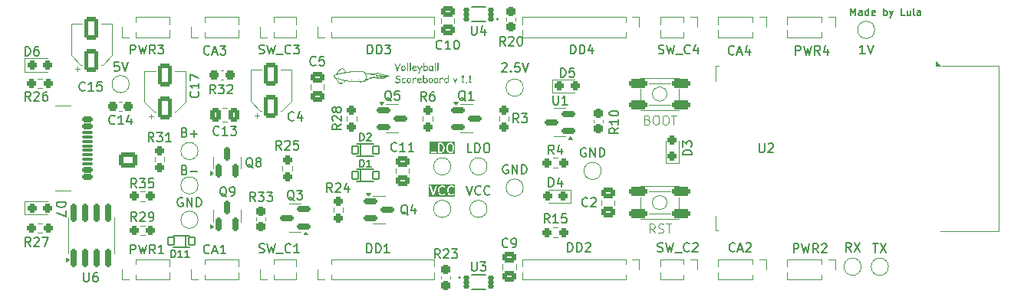
<source format=gbr>
%TF.GenerationSoftware,KiCad,Pcbnew,8.0.0*%
%TF.CreationDate,2024-12-15T19:06:57+00:00*%
%TF.ProjectId,main-board,6d61696e-2d62-46f6-9172-642e6b696361,rev?*%
%TF.SameCoordinates,Original*%
%TF.FileFunction,Legend,Top*%
%TF.FilePolarity,Positive*%
%FSLAX46Y46*%
G04 Gerber Fmt 4.6, Leading zero omitted, Abs format (unit mm)*
G04 Created by KiCad (PCBNEW 8.0.0) date 2024-12-15 19:06:57*
%MOMM*%
%LPD*%
G01*
G04 APERTURE LIST*
G04 Aperture macros list*
%AMRoundRect*
0 Rectangle with rounded corners*
0 $1 Rounding radius*
0 $2 $3 $4 $5 $6 $7 $8 $9 X,Y pos of 4 corners*
0 Add a 4 corners polygon primitive as box body*
4,1,4,$2,$3,$4,$5,$6,$7,$8,$9,$2,$3,0*
0 Add four circle primitives for the rounded corners*
1,1,$1+$1,$2,$3*
1,1,$1+$1,$4,$5*
1,1,$1+$1,$6,$7*
1,1,$1+$1,$8,$9*
0 Add four rect primitives between the rounded corners*
20,1,$1+$1,$2,$3,$4,$5,0*
20,1,$1+$1,$4,$5,$6,$7,0*
20,1,$1+$1,$6,$7,$8,$9,0*
20,1,$1+$1,$8,$9,$2,$3,0*%
G04 Aperture macros list end*
%ADD10C,0.150000*%
%ADD11C,0.100000*%
%ADD12C,0.000000*%
%ADD13C,0.120000*%
%ADD14C,0.127000*%
%ADD15C,0.200000*%
%ADD16C,0.203200*%
%ADD17R,1.000000X1.000000*%
%ADD18O,1.000000X1.000000*%
%ADD19C,2.000000*%
%ADD20RoundRect,0.250000X0.550000X-1.050000X0.550000X1.050000X-0.550000X1.050000X-0.550000X-1.050000X0*%
%ADD21RoundRect,0.250000X-0.475000X0.337500X-0.475000X-0.337500X0.475000X-0.337500X0.475000X0.337500X0*%
%ADD22RoundRect,0.150000X-0.587500X-0.150000X0.587500X-0.150000X0.587500X0.150000X-0.587500X0.150000X0*%
%ADD23RoundRect,0.150000X0.150000X-0.825000X0.150000X0.825000X-0.150000X0.825000X-0.150000X-0.825000X0*%
%ADD24R,3.000000X2.290000*%
%ADD25C,1.500000*%
%ADD26RoundRect,0.237500X0.237500X-0.250000X0.237500X0.250000X-0.237500X0.250000X-0.237500X-0.250000X0*%
%ADD27RoundRect,0.150000X0.150000X-0.587500X0.150000X0.587500X-0.150000X0.587500X-0.150000X-0.587500X0*%
%ADD28RoundRect,0.237500X-0.250000X-0.237500X0.250000X-0.237500X0.250000X0.237500X-0.250000X0.237500X0*%
%ADD29RoundRect,0.237500X0.237500X-0.287500X0.237500X0.287500X-0.237500X0.287500X-0.237500X-0.287500X0*%
%ADD30RoundRect,0.102000X0.275000X0.125000X-0.275000X0.125000X-0.275000X-0.125000X0.275000X-0.125000X0*%
%ADD31RoundRect,0.237500X0.300000X0.237500X-0.300000X0.237500X-0.300000X-0.237500X0.300000X-0.237500X0*%
%ADD32RoundRect,0.102000X-0.315000X-0.415000X0.315000X-0.415000X0.315000X0.415000X-0.315000X0.415000X0*%
%ADD33RoundRect,0.250000X0.475000X-0.337500X0.475000X0.337500X-0.475000X0.337500X-0.475000X-0.337500X0*%
%ADD34RoundRect,0.237500X-0.237500X0.300000X-0.237500X-0.300000X0.237500X-0.300000X0.237500X0.300000X0*%
%ADD35RoundRect,0.250000X0.337500X0.475000X-0.337500X0.475000X-0.337500X-0.475000X0.337500X-0.475000X0*%
%ADD36RoundRect,0.237500X0.237500X-0.300000X0.237500X0.300000X-0.237500X0.300000X-0.237500X-0.300000X0*%
%ADD37RoundRect,0.237500X0.287500X0.237500X-0.287500X0.237500X-0.287500X-0.237500X0.287500X-0.237500X0*%
%ADD38RoundRect,0.250000X-0.750000X-0.250000X0.750000X-0.250000X0.750000X0.250000X-0.750000X0.250000X0*%
%ADD39RoundRect,0.237500X-0.287500X-0.237500X0.287500X-0.237500X0.287500X0.237500X-0.287500X0.237500X0*%
%ADD40RoundRect,0.237500X-0.237500X0.250000X-0.237500X-0.250000X0.237500X-0.250000X0.237500X0.250000X0*%
%ADD41RoundRect,0.237500X-0.300000X-0.237500X0.300000X-0.237500X0.300000X0.237500X-0.300000X0.237500X0*%
%ADD42RoundRect,0.102000X0.315000X0.415000X-0.315000X0.415000X-0.315000X-0.415000X0.315000X-0.415000X0*%
%ADD43RoundRect,0.237500X0.250000X0.237500X-0.250000X0.237500X-0.250000X-0.237500X0.250000X-0.237500X0*%
%ADD44R,0.900000X1.500000*%
%ADD45R,1.500000X0.900000*%
%ADD46R,4.100000X4.100000*%
%ADD47C,0.650000*%
%ADD48RoundRect,0.150000X-0.425000X0.150000X-0.425000X-0.150000X0.425000X-0.150000X0.425000X0.150000X0*%
%ADD49RoundRect,0.075000X-0.500000X0.075000X-0.500000X-0.075000X0.500000X-0.075000X0.500000X0.075000X0*%
%ADD50O,2.100000X1.000000*%
%ADD51O,1.800000X1.000000*%
%ADD52RoundRect,0.150000X0.587500X0.150000X-0.587500X0.150000X-0.587500X-0.150000X0.587500X-0.150000X0*%
%ADD53RoundRect,0.102000X-0.275000X-0.125000X0.275000X-0.125000X0.275000X0.125000X-0.275000X0.125000X0*%
%ADD54RoundRect,0.250000X0.750000X-0.600000X0.750000X0.600000X-0.750000X0.600000X-0.750000X-0.600000X0*%
%ADD55O,2.000000X1.700000*%
G04 APERTURE END LIST*
D10*
G36*
X91417683Y-90657571D02*
G01*
X91395786Y-90692515D01*
X91376845Y-90728566D01*
X91362191Y-90762302D01*
X91320376Y-90884815D01*
X91172463Y-91291235D01*
X91157259Y-91331199D01*
X91140665Y-91370637D01*
X91122679Y-91409550D01*
X91112086Y-91430942D01*
X91074093Y-91444515D01*
X91062651Y-91445010D01*
X91023146Y-91437096D01*
X91003447Y-91420000D01*
X90986603Y-91375224D01*
X90969289Y-91325795D01*
X90955996Y-91285670D01*
X90942437Y-91242928D01*
X90928614Y-91197569D01*
X90914527Y-91149592D01*
X90900175Y-91098998D01*
X90885559Y-91045787D01*
X90870679Y-90989959D01*
X90860611Y-90951286D01*
X90855533Y-90931514D01*
X90812156Y-90777934D01*
X90801133Y-90737233D01*
X90791155Y-90696886D01*
X90782888Y-90656303D01*
X90779720Y-90626113D01*
X90793184Y-90588884D01*
X90797306Y-90584689D01*
X90834389Y-90569658D01*
X90835799Y-90569644D01*
X90873284Y-90584110D01*
X90889532Y-90615366D01*
X90909853Y-90712477D01*
X90962609Y-90902400D01*
X90972477Y-90940840D01*
X90985559Y-90990522D01*
X90998556Y-91038409D01*
X91011468Y-91084500D01*
X91024293Y-91128797D01*
X91037034Y-91171298D01*
X91049688Y-91212004D01*
X91062258Y-91250915D01*
X91065387Y-91260362D01*
X91068709Y-91251374D01*
X91216036Y-90845931D01*
X91262735Y-90709155D01*
X91278611Y-90672445D01*
X91297055Y-90636811D01*
X91320437Y-90601401D01*
X91329169Y-90590746D01*
X91362955Y-90570385D01*
X91371960Y-90569644D01*
X91409066Y-90584069D01*
X91411235Y-90586057D01*
X91428472Y-90621262D01*
X91428625Y-90625526D01*
X91417683Y-90657571D01*
G37*
G36*
X91789555Y-90848283D02*
G01*
X91830694Y-90861302D01*
X91866748Y-90883914D01*
X91897715Y-90916119D01*
X91916720Y-90944996D01*
X91934223Y-90982043D01*
X91947238Y-91022232D01*
X91955765Y-91065562D01*
X91959502Y-91105203D01*
X91960097Y-91140000D01*
X91957382Y-91184325D01*
X91950407Y-91226150D01*
X91939173Y-91265475D01*
X91923681Y-91302299D01*
X91903929Y-91336623D01*
X91896399Y-91347508D01*
X91868413Y-91380644D01*
X91837213Y-91406923D01*
X91802797Y-91426348D01*
X91765167Y-91438916D01*
X91724322Y-91444629D01*
X91709993Y-91445010D01*
X91670868Y-91441756D01*
X91629155Y-91430069D01*
X91590641Y-91409883D01*
X91559566Y-91385247D01*
X91551137Y-91377013D01*
X91525833Y-91346895D01*
X91505461Y-91313110D01*
X91490021Y-91275656D01*
X91479513Y-91234534D01*
X91473937Y-91189743D01*
X91473175Y-91173998D01*
X91473191Y-91173412D01*
X91581618Y-91173412D01*
X91585050Y-91214954D01*
X91596911Y-91254659D01*
X91619743Y-91290488D01*
X91624996Y-91296120D01*
X91656589Y-91319650D01*
X91695228Y-91331576D01*
X91710188Y-91332463D01*
X91750754Y-91326665D01*
X91786868Y-91309272D01*
X91808471Y-91291235D01*
X91833365Y-91259548D01*
X91849672Y-91221641D01*
X91857007Y-91182206D01*
X91857906Y-91167941D01*
X91857821Y-91118702D01*
X91853656Y-91076008D01*
X91842715Y-91031846D01*
X91821173Y-90992352D01*
X91790453Y-90967585D01*
X91750556Y-90957547D01*
X91743014Y-90957306D01*
X91700450Y-90963160D01*
X91663543Y-90981163D01*
X91632293Y-91011314D01*
X91617376Y-91033314D01*
X91600091Y-91069201D01*
X91588463Y-91107840D01*
X91582491Y-91149229D01*
X91581618Y-91173412D01*
X91473191Y-91173412D01*
X91474427Y-91128587D01*
X91480529Y-91085265D01*
X91491481Y-91044030D01*
X91507283Y-91004884D01*
X91527935Y-90967827D01*
X91535896Y-90955938D01*
X91561377Y-90923909D01*
X91595870Y-90892640D01*
X91634636Y-90869188D01*
X91677674Y-90853553D01*
X91716804Y-90846496D01*
X91750244Y-90844759D01*
X91789555Y-90848283D01*
G37*
G36*
X92232086Y-90980558D02*
G01*
X92223879Y-91258995D01*
X92223170Y-91301837D01*
X92221659Y-91344053D01*
X92219845Y-91383623D01*
X92219581Y-91388932D01*
X92206566Y-91427266D01*
X92171541Y-91444791D01*
X92165652Y-91445010D01*
X92126943Y-91432473D01*
X92111934Y-91394864D01*
X92111723Y-91387955D01*
X92112202Y-91344438D01*
X92113237Y-91303154D01*
X92114586Y-91262588D01*
X92116361Y-91217241D01*
X92117780Y-91184354D01*
X92119525Y-91143521D01*
X92121229Y-91098916D01*
X92122507Y-91059106D01*
X92123459Y-91018721D01*
X92123838Y-90980558D01*
X92123969Y-90940618D01*
X92124361Y-90898246D01*
X92125016Y-90853444D01*
X92125785Y-90813108D01*
X92126573Y-90778129D01*
X92127503Y-90736304D01*
X92128240Y-90696265D01*
X92128857Y-90651810D01*
X92129212Y-90609786D01*
X92129309Y-90575701D01*
X92139631Y-90537366D01*
X92176707Y-90519842D01*
X92183237Y-90519623D01*
X92222227Y-90531945D01*
X92237345Y-90568910D01*
X92237557Y-90575701D01*
X92237426Y-90615641D01*
X92237033Y-90658012D01*
X92236379Y-90702814D01*
X92235610Y-90743151D01*
X92234822Y-90778129D01*
X92233892Y-90819954D01*
X92233155Y-90859993D01*
X92232537Y-90904448D01*
X92232182Y-90946472D01*
X92232086Y-90980558D01*
G37*
G36*
X92538464Y-90980558D02*
G01*
X92530258Y-91258995D01*
X92529548Y-91301837D01*
X92528037Y-91344053D01*
X92526223Y-91383623D01*
X92525959Y-91388932D01*
X92512944Y-91427266D01*
X92477920Y-91444791D01*
X92472030Y-91445010D01*
X92433322Y-91432473D01*
X92418312Y-91394864D01*
X92418101Y-91387955D01*
X92418581Y-91344438D01*
X92419616Y-91303154D01*
X92420964Y-91262588D01*
X92422739Y-91217241D01*
X92424159Y-91184354D01*
X92425904Y-91143521D01*
X92427607Y-91098916D01*
X92428885Y-91059106D01*
X92429837Y-91018721D01*
X92430216Y-90980558D01*
X92430347Y-90940618D01*
X92430739Y-90898246D01*
X92431394Y-90853444D01*
X92432163Y-90813108D01*
X92432951Y-90778129D01*
X92433881Y-90736304D01*
X92434618Y-90696265D01*
X92435235Y-90651810D01*
X92435591Y-90609786D01*
X92435687Y-90575701D01*
X92446009Y-90537366D01*
X92483085Y-90519842D01*
X92489616Y-90519623D01*
X92528605Y-90531945D01*
X92543723Y-90568910D01*
X92543935Y-90575701D01*
X92543804Y-90615641D01*
X92543412Y-90658012D01*
X92542757Y-90702814D01*
X92541988Y-90743151D01*
X92541200Y-90778129D01*
X92540270Y-90819954D01*
X92539533Y-90859993D01*
X92538916Y-90904448D01*
X92538560Y-90946472D01*
X92538464Y-90980558D01*
G37*
G36*
X92990558Y-90846700D02*
G01*
X93029881Y-90852526D01*
X93069098Y-90863721D01*
X93095924Y-90875826D01*
X93130211Y-90900724D01*
X93155146Y-90936002D01*
X93165744Y-90974604D01*
X93166852Y-90993845D01*
X93158114Y-91034181D01*
X93134753Y-91068646D01*
X93104717Y-91095059D01*
X93068963Y-91115020D01*
X93033496Y-91131959D01*
X92993770Y-91149716D01*
X92988262Y-91152114D01*
X92778408Y-91244340D01*
X92805943Y-91276355D01*
X92838379Y-91301275D01*
X92855003Y-91310383D01*
X92894794Y-91324679D01*
X92935932Y-91331406D01*
X92961884Y-91332463D01*
X93003112Y-91329043D01*
X93041501Y-91321230D01*
X93050983Y-91318785D01*
X93090110Y-91305560D01*
X93124080Y-91285054D01*
X93134417Y-91273258D01*
X93164092Y-91246697D01*
X93174668Y-91244926D01*
X93208862Y-91260167D01*
X93224103Y-91295729D01*
X93214505Y-91333926D01*
X93189454Y-91365334D01*
X93154134Y-91390891D01*
X93125819Y-91405736D01*
X93089200Y-91421039D01*
X93047898Y-91433926D01*
X93007183Y-91441903D01*
X92967054Y-91444972D01*
X92962079Y-91445010D01*
X92917140Y-91442826D01*
X92875525Y-91436272D01*
X92837236Y-91425350D01*
X92796767Y-91407086D01*
X92760823Y-91382875D01*
X92732269Y-91355145D01*
X92706424Y-91317898D01*
X92690670Y-91281774D01*
X92680824Y-91241777D01*
X92676885Y-91197905D01*
X92676803Y-91190216D01*
X92678341Y-91150551D01*
X92769030Y-91150551D01*
X92937655Y-91076106D01*
X92978436Y-91057081D01*
X93013758Y-91039160D01*
X93051148Y-91017740D01*
X93079511Y-90998143D01*
X93046256Y-90976608D01*
X93005597Y-90963049D01*
X92962674Y-90957665D01*
X92947034Y-90957306D01*
X92907340Y-90962019D01*
X92868747Y-90978091D01*
X92838270Y-91002599D01*
X92835464Y-91005568D01*
X92809833Y-91040380D01*
X92790551Y-91079869D01*
X92776422Y-91121457D01*
X92769030Y-91150551D01*
X92678341Y-91150551D01*
X92678492Y-91146650D01*
X92683558Y-91105345D01*
X92692002Y-91066302D01*
X92706592Y-91022434D01*
X92726046Y-90981823D01*
X92745973Y-90950467D01*
X92770717Y-90920014D01*
X92803671Y-90890284D01*
X92840184Y-90867986D01*
X92880255Y-90853120D01*
X92923885Y-90845688D01*
X92947034Y-90844759D01*
X92990558Y-90846700D01*
G37*
G36*
X93797976Y-90930341D02*
G01*
X93607857Y-91338129D01*
X93590788Y-91374595D01*
X93570902Y-91418047D01*
X93552628Y-91459133D01*
X93535968Y-91497853D01*
X93520919Y-91534207D01*
X93504989Y-91574709D01*
X93500195Y-91587452D01*
X93463852Y-91693161D01*
X93441190Y-91725076D01*
X93414417Y-91732630D01*
X93376681Y-91719922D01*
X93374556Y-91718171D01*
X93357948Y-91682609D01*
X93365361Y-91643457D01*
X93377522Y-91605716D01*
X93391421Y-91568173D01*
X93409026Y-91524096D01*
X93424663Y-91486751D01*
X93442384Y-91445731D01*
X93462190Y-91401036D01*
X93476552Y-91369197D01*
X93279790Y-90988960D01*
X93255170Y-90948709D01*
X93240683Y-90911686D01*
X93240321Y-90906113D01*
X93253485Y-90868008D01*
X93257515Y-90863321D01*
X93292405Y-90844922D01*
X93296399Y-90844759D01*
X93332616Y-90860967D01*
X93335282Y-90864494D01*
X93358849Y-90899674D01*
X93382848Y-90938389D01*
X93407282Y-90980640D01*
X93432149Y-91026427D01*
X93451084Y-91063086D01*
X93470262Y-91101735D01*
X93489685Y-91142372D01*
X93509351Y-91184998D01*
X93529261Y-91229613D01*
X93535952Y-91244926D01*
X93617236Y-91051290D01*
X93633606Y-91015352D01*
X93652408Y-90975561D01*
X93670893Y-90938069D01*
X93689060Y-90902877D01*
X93701842Y-90879148D01*
X93728098Y-90849595D01*
X93747955Y-90844759D01*
X93784543Y-90858560D01*
X93787815Y-90861563D01*
X93805053Y-90897155D01*
X93805205Y-90901423D01*
X93797976Y-90930341D01*
G37*
G36*
X94009847Y-90575762D02*
G01*
X94015645Y-90604815D01*
X94012909Y-90627285D01*
X94010174Y-90649755D01*
X94008611Y-90769727D01*
X94007438Y-90909630D01*
X94042655Y-90887584D01*
X94079256Y-90868848D01*
X94098297Y-90860976D01*
X94137621Y-90849336D01*
X94177011Y-90844775D01*
X94179385Y-90844759D01*
X94222149Y-90847946D01*
X94261781Y-90857508D01*
X94298280Y-90873445D01*
X94331646Y-90895757D01*
X94361881Y-90924443D01*
X94371263Y-90935422D01*
X94394769Y-90968743D01*
X94413413Y-91004811D01*
X94427193Y-91043627D01*
X94436109Y-91085191D01*
X94440162Y-91129503D01*
X94440432Y-91144884D01*
X94437588Y-91190526D01*
X94429057Y-91233517D01*
X94414837Y-91273856D01*
X94394930Y-91311543D01*
X94369335Y-91346579D01*
X94359539Y-91357669D01*
X94327883Y-91387351D01*
X94293438Y-91410892D01*
X94256204Y-91428292D01*
X94216181Y-91439551D01*
X94173369Y-91444669D01*
X94158478Y-91445010D01*
X94117421Y-91442580D01*
X94078269Y-91435289D01*
X94041022Y-91423138D01*
X94005680Y-91406127D01*
X93975015Y-91430856D01*
X93962889Y-91432505D01*
X93927327Y-91418046D01*
X93912868Y-91381702D01*
X93914151Y-91341609D01*
X93914235Y-91339888D01*
X93915591Y-91300638D01*
X93915603Y-91297878D01*
X93915298Y-91256120D01*
X93914614Y-91214636D01*
X93913695Y-91172446D01*
X93912669Y-91131908D01*
X93912477Y-91124759D01*
X93912472Y-91124563D01*
X94006852Y-91124563D01*
X94007438Y-91206629D01*
X94008025Y-91292993D01*
X94044501Y-91308003D01*
X94082274Y-91322498D01*
X94120714Y-91330273D01*
X94158478Y-91332463D01*
X94201049Y-91328228D01*
X94239076Y-91315523D01*
X94272559Y-91294348D01*
X94289197Y-91278925D01*
X94313944Y-91246613D01*
X94330592Y-91210128D01*
X94339140Y-91169471D01*
X94340390Y-91145080D01*
X94337129Y-91103046D01*
X94327345Y-91065093D01*
X94308825Y-91027709D01*
X94299162Y-91014166D01*
X94268323Y-90984181D01*
X94231492Y-90965302D01*
X94188669Y-90957528D01*
X94179385Y-90957306D01*
X94139614Y-90961943D01*
X94101879Y-90974555D01*
X94087159Y-90981535D01*
X94053342Y-91002237D01*
X94018249Y-91026280D01*
X94008025Y-91033510D01*
X94006852Y-91124563D01*
X93912472Y-91124563D01*
X93911481Y-91083481D01*
X93910579Y-91040446D01*
X93909892Y-90998018D01*
X93909557Y-90958899D01*
X93909546Y-90951444D01*
X93909628Y-90911547D01*
X93909798Y-90868497D01*
X93909995Y-90827234D01*
X93910132Y-90800600D01*
X93910331Y-90761467D01*
X93910512Y-90722099D01*
X93910661Y-90681429D01*
X93910718Y-90649364D01*
X93916609Y-90609141D01*
X93924396Y-90590355D01*
X93952453Y-90561810D01*
X93974417Y-90557138D01*
X94009847Y-90575762D01*
G37*
G36*
X94868697Y-90848854D02*
G01*
X94909735Y-90859905D01*
X94935170Y-90869574D01*
X94971252Y-90887960D01*
X95000991Y-90915648D01*
X95009811Y-90944214D01*
X94998674Y-90970593D01*
X94992503Y-91009902D01*
X94990076Y-91039762D01*
X94988235Y-91079485D01*
X94987175Y-91122608D01*
X94986755Y-91162665D01*
X94987419Y-91202706D01*
X94990936Y-91243299D01*
X94996133Y-91270914D01*
X95008619Y-91310388D01*
X95023809Y-91350564D01*
X95030718Y-91368025D01*
X95043224Y-91397334D01*
X95046545Y-91406713D01*
X95031109Y-91443056D01*
X94995352Y-91457515D01*
X94962460Y-91434407D01*
X94957445Y-91429378D01*
X94931556Y-91398695D01*
X94920711Y-91382484D01*
X94885919Y-91401931D01*
X94848611Y-91420329D01*
X94827704Y-91429183D01*
X94788839Y-91441532D01*
X94760683Y-91445010D01*
X94714922Y-91442475D01*
X94674066Y-91434871D01*
X94632599Y-91419592D01*
X94597808Y-91397412D01*
X94573300Y-91372909D01*
X94551678Y-91339796D01*
X94535366Y-91299782D01*
X94525612Y-91259993D01*
X94519759Y-91215134D01*
X94517862Y-91173879D01*
X94517823Y-91167550D01*
X94626252Y-91167550D01*
X94628771Y-91210671D01*
X94637480Y-91250933D01*
X94656142Y-91288618D01*
X94658101Y-91291235D01*
X94689268Y-91317928D01*
X94727424Y-91330490D01*
X94753845Y-91332463D01*
X94794065Y-91329561D01*
X94833901Y-91318999D01*
X94843335Y-91314877D01*
X94878044Y-91292662D01*
X94898827Y-91276580D01*
X94893761Y-91236573D01*
X94888815Y-91192884D01*
X94885106Y-91153907D01*
X94882341Y-91114391D01*
X94881242Y-91077083D01*
X94883328Y-91037840D01*
X94884173Y-91029993D01*
X94890327Y-90990022D01*
X94893161Y-90975868D01*
X94858381Y-90961800D01*
X94835129Y-90957306D01*
X94793986Y-90961287D01*
X94755750Y-90973230D01*
X94720420Y-90993136D01*
X94687997Y-91021004D01*
X94660983Y-91053977D01*
X94641688Y-91089392D01*
X94630111Y-91127250D01*
X94626252Y-91167550D01*
X94517823Y-91167550D01*
X94517808Y-91165205D01*
X94520041Y-91124746D01*
X94526738Y-91086166D01*
X94540669Y-91042351D01*
X94561030Y-91001243D01*
X94587821Y-90962841D01*
X94609253Y-90938743D01*
X94638754Y-90911668D01*
X94676434Y-90885235D01*
X94716602Y-90865410D01*
X94759256Y-90852193D01*
X94804396Y-90845585D01*
X94827899Y-90844759D01*
X94868697Y-90848854D01*
G37*
G36*
X95278674Y-90980558D02*
G01*
X95270467Y-91258995D01*
X95269758Y-91301837D01*
X95268246Y-91344053D01*
X95266433Y-91383623D01*
X95266168Y-91388932D01*
X95253153Y-91427266D01*
X95218129Y-91444791D01*
X95212240Y-91445010D01*
X95173531Y-91432473D01*
X95158521Y-91394864D01*
X95158311Y-91387955D01*
X95158790Y-91344438D01*
X95159825Y-91303154D01*
X95161174Y-91262588D01*
X95162948Y-91217241D01*
X95164368Y-91184354D01*
X95166113Y-91143521D01*
X95167817Y-91098916D01*
X95169094Y-91059106D01*
X95170047Y-91018721D01*
X95170425Y-90980558D01*
X95170556Y-90940618D01*
X95170949Y-90898246D01*
X95171603Y-90853444D01*
X95172373Y-90813108D01*
X95173161Y-90778129D01*
X95174090Y-90736304D01*
X95174828Y-90696265D01*
X95175445Y-90651810D01*
X95175800Y-90609786D01*
X95175896Y-90575701D01*
X95186219Y-90537366D01*
X95223295Y-90519842D01*
X95229825Y-90519623D01*
X95268814Y-90531945D01*
X95283932Y-90568910D01*
X95284145Y-90575701D01*
X95284014Y-90615641D01*
X95283621Y-90658012D01*
X95282967Y-90702814D01*
X95282197Y-90743151D01*
X95281409Y-90778129D01*
X95280479Y-90819954D01*
X95279742Y-90859993D01*
X95279125Y-90904448D01*
X95278770Y-90946472D01*
X95278674Y-90980558D01*
G37*
G36*
X95585052Y-90980558D02*
G01*
X95576845Y-91258995D01*
X95576136Y-91301837D01*
X95574625Y-91344053D01*
X95572811Y-91383623D01*
X95572547Y-91388932D01*
X95559532Y-91427266D01*
X95524507Y-91444791D01*
X95518618Y-91445010D01*
X95479909Y-91432473D01*
X95464900Y-91394864D01*
X95464689Y-91387955D01*
X95465168Y-91344438D01*
X95466203Y-91303154D01*
X95467552Y-91262588D01*
X95469327Y-91217241D01*
X95470746Y-91184354D01*
X95472491Y-91143521D01*
X95474195Y-91098916D01*
X95475472Y-91059106D01*
X95476425Y-91018721D01*
X95476803Y-90980558D01*
X95476934Y-90940618D01*
X95477327Y-90898246D01*
X95477981Y-90853444D01*
X95478751Y-90813108D01*
X95479539Y-90778129D01*
X95480469Y-90736304D01*
X95481206Y-90696265D01*
X95481823Y-90651810D01*
X95482178Y-90609786D01*
X95482274Y-90575701D01*
X95492597Y-90537366D01*
X95529673Y-90519842D01*
X95536203Y-90519623D01*
X95575192Y-90531945D01*
X95590311Y-90568910D01*
X95590523Y-90575701D01*
X95590392Y-90615641D01*
X95589999Y-90658012D01*
X95589345Y-90702814D01*
X95588575Y-90743151D01*
X95587787Y-90778129D01*
X95586858Y-90819954D01*
X95586120Y-90859993D01*
X95585503Y-90904448D01*
X95585148Y-90946472D01*
X95585052Y-90980558D01*
G37*
G36*
X90773663Y-92629764D02*
G01*
X90788297Y-92592208D01*
X90789295Y-92591271D01*
X90826229Y-92576479D01*
X90829155Y-92576421D01*
X90865865Y-92592907D01*
X90876441Y-92605730D01*
X90901348Y-92637432D01*
X90926461Y-92659659D01*
X90963577Y-92676346D01*
X91006015Y-92685505D01*
X91045927Y-92688710D01*
X91062260Y-92688968D01*
X91104099Y-92686770D01*
X91144424Y-92680175D01*
X91183234Y-92669184D01*
X91220530Y-92653797D01*
X91256922Y-92632453D01*
X91287569Y-92603937D01*
X91308091Y-92566602D01*
X91313928Y-92528745D01*
X91306258Y-92490177D01*
X91283245Y-92457029D01*
X91249417Y-92431829D01*
X91235380Y-92424404D01*
X91195522Y-92408241D01*
X91155915Y-92397921D01*
X91112376Y-92391412D01*
X91071053Y-92388842D01*
X91029275Y-92385203D01*
X90990697Y-92377607D01*
X90951121Y-92364332D01*
X90923140Y-92350545D01*
X90889031Y-92325559D01*
X90862308Y-92291669D01*
X90847918Y-92251659D01*
X90845177Y-92221585D01*
X90850488Y-92179143D01*
X90866420Y-92138328D01*
X90888531Y-92104638D01*
X90918444Y-92072144D01*
X90949333Y-92045979D01*
X90956161Y-92040845D01*
X90989489Y-92018611D01*
X91029936Y-91996904D01*
X91070877Y-91980623D01*
X91112313Y-91969770D01*
X91154243Y-91964343D01*
X91175394Y-91963665D01*
X91217324Y-91966440D01*
X91259140Y-91973860D01*
X91295757Y-91983399D01*
X91334652Y-91997089D01*
X91369988Y-92018824D01*
X91384661Y-92048856D01*
X91373799Y-92086443D01*
X91335226Y-92101222D01*
X91294804Y-92096261D01*
X91258241Y-92088521D01*
X91217693Y-92080269D01*
X91176931Y-92076191D01*
X91173049Y-92076212D01*
X91131857Y-92078959D01*
X91089341Y-92087452D01*
X91050875Y-92101663D01*
X91027480Y-92114314D01*
X90995023Y-92139608D01*
X90971942Y-92174193D01*
X90965931Y-92206540D01*
X90986252Y-92241515D01*
X91023798Y-92258534D01*
X91047215Y-92264376D01*
X91088016Y-92270207D01*
X91129003Y-92273855D01*
X91164256Y-92276295D01*
X91209514Y-92282070D01*
X91250911Y-92292214D01*
X91288447Y-92306727D01*
X91327360Y-92329180D01*
X91361018Y-92357579D01*
X91386295Y-92387601D01*
X91407581Y-92425300D01*
X91420758Y-92466613D01*
X91425636Y-92505728D01*
X91425889Y-92517412D01*
X91422936Y-92558096D01*
X91411597Y-92603415D01*
X91391754Y-92644915D01*
X91368722Y-92676580D01*
X91339784Y-92705594D01*
X91304940Y-92731955D01*
X91271335Y-92751994D01*
X91228855Y-92771558D01*
X91191660Y-92784125D01*
X91152834Y-92793296D01*
X91112377Y-92799070D01*
X91070288Y-92801447D01*
X91061674Y-92801515D01*
X91018463Y-92799636D01*
X90976879Y-92793998D01*
X90936921Y-92784601D01*
X90898590Y-92771446D01*
X90877418Y-92762241D01*
X90842634Y-92742879D01*
X90810995Y-92717094D01*
X90786628Y-92683413D01*
X90774841Y-92645238D01*
X90773663Y-92629764D01*
G37*
G36*
X91800851Y-92789010D02*
G01*
X91759891Y-92786688D01*
X91715439Y-92778110D01*
X91674577Y-92763212D01*
X91637306Y-92741993D01*
X91612882Y-92722967D01*
X91582047Y-92690506D01*
X91558786Y-92653820D01*
X91543098Y-92612907D01*
X91535679Y-92574476D01*
X91533747Y-92540078D01*
X91536357Y-92499244D01*
X91544188Y-92457930D01*
X91557240Y-92416134D01*
X91575512Y-92373858D01*
X91594727Y-92338261D01*
X91607997Y-92316742D01*
X91634275Y-92279872D01*
X91661574Y-92249251D01*
X91695680Y-92220755D01*
X91731256Y-92201257D01*
X91774620Y-92189884D01*
X91793817Y-92188759D01*
X91835930Y-92192413D01*
X91877721Y-92202184D01*
X91914180Y-92214746D01*
X91950938Y-92232381D01*
X91982117Y-92257034D01*
X91998117Y-92293419D01*
X91998199Y-92296421D01*
X91985180Y-92333663D01*
X91984326Y-92334718D01*
X91950327Y-92351327D01*
X91922581Y-92342534D01*
X91899916Y-92325144D01*
X91863643Y-92308848D01*
X91824072Y-92302447D01*
X91793817Y-92301306D01*
X91755401Y-92312065D01*
X91724177Y-92336874D01*
X91696577Y-92371019D01*
X91682833Y-92392360D01*
X91663342Y-92427796D01*
X91646929Y-92465684D01*
X91635938Y-92504980D01*
X91632812Y-92536951D01*
X91638653Y-92579031D01*
X91656177Y-92614462D01*
X91682247Y-92640901D01*
X91717066Y-92661148D01*
X91758120Y-92672990D01*
X91800851Y-92676463D01*
X91841580Y-92670057D01*
X91871193Y-92658291D01*
X91934891Y-92623120D01*
X91958534Y-92613937D01*
X91993705Y-92631327D01*
X92008497Y-92668204D01*
X92008555Y-92670992D01*
X91992361Y-92707911D01*
X91960964Y-92733640D01*
X91923949Y-92753839D01*
X91884193Y-92770841D01*
X91844733Y-92783205D01*
X91803929Y-92788976D01*
X91800851Y-92789010D01*
G37*
G36*
X92413253Y-92192283D02*
G01*
X92454393Y-92205302D01*
X92490446Y-92227914D01*
X92521413Y-92260119D01*
X92540418Y-92288996D01*
X92557921Y-92326043D01*
X92570936Y-92366232D01*
X92579463Y-92409562D01*
X92583200Y-92449203D01*
X92583796Y-92484000D01*
X92581080Y-92528325D01*
X92574105Y-92570150D01*
X92562872Y-92609475D01*
X92547379Y-92646299D01*
X92527628Y-92680623D01*
X92520097Y-92691508D01*
X92492112Y-92724644D01*
X92460911Y-92750923D01*
X92426496Y-92770348D01*
X92388866Y-92782916D01*
X92348020Y-92788629D01*
X92333691Y-92789010D01*
X92294567Y-92785756D01*
X92252853Y-92774069D01*
X92214339Y-92753883D01*
X92183264Y-92729247D01*
X92174836Y-92721013D01*
X92149531Y-92690895D01*
X92129159Y-92657110D01*
X92113719Y-92619656D01*
X92103211Y-92578534D01*
X92097636Y-92533743D01*
X92096873Y-92517998D01*
X92096889Y-92517412D01*
X92205317Y-92517412D01*
X92208748Y-92558954D01*
X92220609Y-92598659D01*
X92243442Y-92634488D01*
X92248695Y-92640120D01*
X92280287Y-92663650D01*
X92318927Y-92675576D01*
X92333886Y-92676463D01*
X92374452Y-92670665D01*
X92410566Y-92653272D01*
X92432170Y-92635235D01*
X92457063Y-92603548D01*
X92473370Y-92565641D01*
X92480705Y-92526206D01*
X92481605Y-92511941D01*
X92481519Y-92462702D01*
X92477355Y-92420008D01*
X92466413Y-92375846D01*
X92444871Y-92336352D01*
X92414152Y-92311585D01*
X92374254Y-92301547D01*
X92366713Y-92301306D01*
X92324149Y-92307160D01*
X92287241Y-92325163D01*
X92255991Y-92355314D01*
X92241074Y-92377314D01*
X92223789Y-92413201D01*
X92212161Y-92451840D01*
X92206190Y-92493229D01*
X92205317Y-92517412D01*
X92096889Y-92517412D01*
X92098126Y-92472587D01*
X92104228Y-92429265D01*
X92115180Y-92388030D01*
X92130982Y-92348884D01*
X92151633Y-92311827D01*
X92159595Y-92299938D01*
X92185075Y-92267909D01*
X92219568Y-92236640D01*
X92258334Y-92213188D01*
X92301373Y-92197553D01*
X92340502Y-92190496D01*
X92373942Y-92188759D01*
X92413253Y-92192283D01*
G37*
G36*
X93143796Y-92346442D02*
G01*
X93135545Y-92384821D01*
X93106359Y-92411483D01*
X93088890Y-92413853D01*
X93051994Y-92398688D01*
X93041605Y-92360120D01*
X93039846Y-92322018D01*
X93038283Y-92276295D01*
X92997055Y-92283232D01*
X92955811Y-92295239D01*
X92920008Y-92311698D01*
X92899162Y-92325144D01*
X92867518Y-92353998D01*
X92842117Y-92387643D01*
X92821997Y-92423959D01*
X92817878Y-92432806D01*
X92819050Y-92733518D01*
X92808653Y-92771452D01*
X92771309Y-92788793D01*
X92764731Y-92789010D01*
X92726921Y-92773459D01*
X92716273Y-92733909D01*
X92716273Y-92351718D01*
X92717176Y-92310639D01*
X92717641Y-92297789D01*
X92718847Y-92258343D01*
X92719009Y-92243860D01*
X92729656Y-92204310D01*
X92767466Y-92188759D01*
X92804310Y-92205327D01*
X92818986Y-92241591D01*
X92821786Y-92275318D01*
X92855322Y-92246779D01*
X92889983Y-92223077D01*
X92925770Y-92204212D01*
X92962684Y-92190185D01*
X93000722Y-92180994D01*
X93039887Y-92176640D01*
X93055868Y-92176254D01*
X93094752Y-92184509D01*
X93122302Y-92209275D01*
X93138150Y-92247434D01*
X93143843Y-92288595D01*
X93144382Y-92308535D01*
X93143796Y-92346442D01*
G37*
G36*
X93539225Y-92190700D02*
G01*
X93578548Y-92196526D01*
X93617765Y-92207721D01*
X93644591Y-92219826D01*
X93678878Y-92244724D01*
X93703813Y-92280002D01*
X93714411Y-92318604D01*
X93715519Y-92337845D01*
X93706782Y-92378181D01*
X93683420Y-92412646D01*
X93653384Y-92439059D01*
X93617630Y-92459020D01*
X93582164Y-92475959D01*
X93542437Y-92493716D01*
X93536929Y-92496114D01*
X93327076Y-92588340D01*
X93354610Y-92620355D01*
X93387046Y-92645275D01*
X93403670Y-92654383D01*
X93443461Y-92668679D01*
X93484599Y-92675406D01*
X93510551Y-92676463D01*
X93551779Y-92673043D01*
X93590169Y-92665230D01*
X93599651Y-92662785D01*
X93638777Y-92649560D01*
X93672747Y-92629054D01*
X93683084Y-92617258D01*
X93712759Y-92590697D01*
X93723335Y-92588926D01*
X93757529Y-92604167D01*
X93772770Y-92639729D01*
X93763172Y-92677926D01*
X93738121Y-92709334D01*
X93702801Y-92734891D01*
X93674487Y-92749736D01*
X93637867Y-92765039D01*
X93596565Y-92777926D01*
X93555850Y-92785903D01*
X93515721Y-92788972D01*
X93510746Y-92789010D01*
X93465807Y-92786826D01*
X93424193Y-92780272D01*
X93385903Y-92769350D01*
X93345434Y-92751086D01*
X93309490Y-92726875D01*
X93280937Y-92699145D01*
X93255091Y-92661898D01*
X93239337Y-92625774D01*
X93229491Y-92585777D01*
X93225553Y-92541905D01*
X93225471Y-92534216D01*
X93227008Y-92494551D01*
X93317697Y-92494551D01*
X93486322Y-92420106D01*
X93527104Y-92401081D01*
X93562425Y-92383160D01*
X93599815Y-92361740D01*
X93628178Y-92342143D01*
X93594923Y-92320608D01*
X93554264Y-92307049D01*
X93511341Y-92301665D01*
X93495701Y-92301306D01*
X93456008Y-92306019D01*
X93417414Y-92322091D01*
X93386937Y-92346599D01*
X93384131Y-92349568D01*
X93358500Y-92384380D01*
X93339218Y-92423869D01*
X93325089Y-92465457D01*
X93317697Y-92494551D01*
X93227008Y-92494551D01*
X93227159Y-92490650D01*
X93232225Y-92449345D01*
X93240669Y-92410302D01*
X93255259Y-92366434D01*
X93274713Y-92325823D01*
X93294640Y-92294467D01*
X93319384Y-92264014D01*
X93352338Y-92234284D01*
X93388851Y-92211986D01*
X93428922Y-92197120D01*
X93472552Y-92189688D01*
X93495701Y-92188759D01*
X93539225Y-92190700D01*
G37*
G36*
X93975458Y-91919762D02*
G01*
X93981256Y-91948815D01*
X93978520Y-91971285D01*
X93975785Y-91993755D01*
X93974221Y-92113727D01*
X93973049Y-92253630D01*
X94008266Y-92231584D01*
X94044867Y-92212848D01*
X94063907Y-92204976D01*
X94103231Y-92193336D01*
X94142622Y-92188775D01*
X94144996Y-92188759D01*
X94187760Y-92191946D01*
X94227391Y-92201508D01*
X94263890Y-92217445D01*
X94297257Y-92239757D01*
X94327491Y-92268443D01*
X94336873Y-92279422D01*
X94360380Y-92312743D01*
X94379023Y-92348811D01*
X94392803Y-92387627D01*
X94401720Y-92429191D01*
X94405773Y-92473503D01*
X94406043Y-92488884D01*
X94403199Y-92534526D01*
X94394667Y-92577517D01*
X94380448Y-92617856D01*
X94360540Y-92655543D01*
X94334945Y-92690579D01*
X94325150Y-92701669D01*
X94293493Y-92731351D01*
X94259048Y-92754892D01*
X94221814Y-92772292D01*
X94181791Y-92783551D01*
X94138979Y-92788669D01*
X94124089Y-92789010D01*
X94083032Y-92786580D01*
X94043879Y-92779289D01*
X94006632Y-92767138D01*
X93971290Y-92750127D01*
X93940626Y-92774856D01*
X93928499Y-92776505D01*
X93892937Y-92762046D01*
X93878478Y-92725702D01*
X93879762Y-92685609D01*
X93879846Y-92683888D01*
X93881202Y-92644638D01*
X93881214Y-92641878D01*
X93880908Y-92600120D01*
X93880225Y-92558636D01*
X93879306Y-92516446D01*
X93878280Y-92475908D01*
X93878087Y-92468759D01*
X93878082Y-92468563D01*
X93972463Y-92468563D01*
X93973049Y-92550629D01*
X93973635Y-92636993D01*
X94010111Y-92652003D01*
X94047885Y-92666498D01*
X94086325Y-92674273D01*
X94124089Y-92676463D01*
X94166660Y-92672228D01*
X94204687Y-92659523D01*
X94238170Y-92638348D01*
X94254808Y-92622925D01*
X94279554Y-92590613D01*
X94296202Y-92554128D01*
X94304751Y-92513471D01*
X94306001Y-92489080D01*
X94302740Y-92447046D01*
X94292956Y-92409093D01*
X94274436Y-92371709D01*
X94264773Y-92358166D01*
X94233933Y-92328181D01*
X94197102Y-92309302D01*
X94154280Y-92301528D01*
X94144996Y-92301306D01*
X94105224Y-92305943D01*
X94067489Y-92318555D01*
X94052770Y-92325535D01*
X94018953Y-92346237D01*
X93983860Y-92370280D01*
X93973635Y-92377510D01*
X93972463Y-92468563D01*
X93878082Y-92468563D01*
X93877091Y-92427481D01*
X93876190Y-92384446D01*
X93875503Y-92342018D01*
X93875168Y-92302899D01*
X93875157Y-92295444D01*
X93875239Y-92255547D01*
X93875409Y-92212497D01*
X93875605Y-92171234D01*
X93875743Y-92144600D01*
X93875942Y-92105467D01*
X93876122Y-92066099D01*
X93876272Y-92025429D01*
X93876329Y-91993364D01*
X93882219Y-91953141D01*
X93890006Y-91934355D01*
X93918064Y-91905810D01*
X93940027Y-91901138D01*
X93975458Y-91919762D01*
G37*
G36*
X94817384Y-92192283D02*
G01*
X94858524Y-92205302D01*
X94894577Y-92227914D01*
X94925544Y-92260119D01*
X94944549Y-92288996D01*
X94962052Y-92326043D01*
X94975068Y-92366232D01*
X94983595Y-92409562D01*
X94987332Y-92449203D01*
X94987927Y-92484000D01*
X94985211Y-92528325D01*
X94978237Y-92570150D01*
X94967003Y-92609475D01*
X94951510Y-92646299D01*
X94931759Y-92680623D01*
X94924228Y-92691508D01*
X94896243Y-92724644D01*
X94865042Y-92750923D01*
X94830627Y-92770348D01*
X94792997Y-92782916D01*
X94752152Y-92788629D01*
X94737822Y-92789010D01*
X94698698Y-92785756D01*
X94656985Y-92774069D01*
X94618471Y-92753883D01*
X94587395Y-92729247D01*
X94578967Y-92721013D01*
X94553662Y-92690895D01*
X94533290Y-92657110D01*
X94517850Y-92619656D01*
X94507342Y-92578534D01*
X94501767Y-92533743D01*
X94501004Y-92517998D01*
X94501020Y-92517412D01*
X94609448Y-92517412D01*
X94612879Y-92558954D01*
X94624740Y-92598659D01*
X94647573Y-92634488D01*
X94652826Y-92640120D01*
X94684419Y-92663650D01*
X94723058Y-92675576D01*
X94738018Y-92676463D01*
X94778583Y-92670665D01*
X94814698Y-92653272D01*
X94836301Y-92635235D01*
X94861195Y-92603548D01*
X94877502Y-92565641D01*
X94884836Y-92526206D01*
X94885736Y-92511941D01*
X94885650Y-92462702D01*
X94881486Y-92420008D01*
X94870545Y-92375846D01*
X94849002Y-92336352D01*
X94818283Y-92311585D01*
X94778386Y-92301547D01*
X94770844Y-92301306D01*
X94728280Y-92307160D01*
X94691373Y-92325163D01*
X94660122Y-92355314D01*
X94645205Y-92377314D01*
X94627920Y-92413201D01*
X94616292Y-92451840D01*
X94610321Y-92493229D01*
X94609448Y-92517412D01*
X94501020Y-92517412D01*
X94502257Y-92472587D01*
X94508359Y-92429265D01*
X94519311Y-92388030D01*
X94535113Y-92348884D01*
X94555764Y-92311827D01*
X94563726Y-92299938D01*
X94589206Y-92267909D01*
X94623700Y-92236640D01*
X94662466Y-92213188D01*
X94705504Y-92197553D01*
X94744634Y-92190496D01*
X94778073Y-92188759D01*
X94817384Y-92192283D01*
G37*
G36*
X95422835Y-92192854D02*
G01*
X95463873Y-92203905D01*
X95489309Y-92213574D01*
X95525390Y-92231960D01*
X95555129Y-92259648D01*
X95563949Y-92288214D01*
X95552812Y-92314593D01*
X95546641Y-92353902D01*
X95544214Y-92383762D01*
X95542373Y-92423485D01*
X95541313Y-92466608D01*
X95540893Y-92506665D01*
X95541557Y-92546706D01*
X95545074Y-92587299D01*
X95550272Y-92614914D01*
X95562757Y-92654388D01*
X95577947Y-92694564D01*
X95584856Y-92712025D01*
X95597362Y-92741334D01*
X95600683Y-92750713D01*
X95585247Y-92787056D01*
X95549490Y-92801515D01*
X95516598Y-92778407D01*
X95511584Y-92773378D01*
X95485694Y-92742695D01*
X95474849Y-92726484D01*
X95440057Y-92745931D01*
X95402749Y-92764329D01*
X95381842Y-92773183D01*
X95342977Y-92785532D01*
X95314822Y-92789010D01*
X95269060Y-92786475D01*
X95228204Y-92778871D01*
X95186737Y-92763592D01*
X95151946Y-92741412D01*
X95127438Y-92716909D01*
X95105816Y-92683796D01*
X95089504Y-92643782D01*
X95079750Y-92603993D01*
X95073897Y-92559134D01*
X95072001Y-92517879D01*
X95071961Y-92511550D01*
X95180390Y-92511550D01*
X95182910Y-92554671D01*
X95191618Y-92594933D01*
X95210280Y-92632618D01*
X95212240Y-92635235D01*
X95243406Y-92661928D01*
X95281563Y-92674490D01*
X95307983Y-92676463D01*
X95348203Y-92673561D01*
X95388039Y-92662999D01*
X95397473Y-92658877D01*
X95432182Y-92636662D01*
X95452965Y-92620580D01*
X95447899Y-92580573D01*
X95442953Y-92536884D01*
X95439244Y-92497907D01*
X95436479Y-92458391D01*
X95435380Y-92421083D01*
X95437466Y-92381840D01*
X95438311Y-92373993D01*
X95444466Y-92334022D01*
X95447299Y-92319868D01*
X95412519Y-92305800D01*
X95389267Y-92301306D01*
X95348124Y-92305287D01*
X95309888Y-92317230D01*
X95274558Y-92337136D01*
X95242135Y-92365004D01*
X95215122Y-92397977D01*
X95195826Y-92433392D01*
X95184249Y-92471250D01*
X95180390Y-92511550D01*
X95071961Y-92511550D01*
X95071946Y-92509205D01*
X95074179Y-92468746D01*
X95080877Y-92430166D01*
X95094808Y-92386351D01*
X95115168Y-92345243D01*
X95141959Y-92306841D01*
X95163391Y-92282743D01*
X95192892Y-92255668D01*
X95230572Y-92229235D01*
X95270740Y-92209410D01*
X95313394Y-92196193D01*
X95358534Y-92189585D01*
X95382037Y-92188759D01*
X95422835Y-92192854D01*
G37*
G36*
X96120823Y-92346442D02*
G01*
X96112572Y-92384821D01*
X96083386Y-92411483D01*
X96065917Y-92413853D01*
X96029022Y-92398688D01*
X96018632Y-92360120D01*
X96016873Y-92322018D01*
X96015310Y-92276295D01*
X95974082Y-92283232D01*
X95932838Y-92295239D01*
X95897035Y-92311698D01*
X95876189Y-92325144D01*
X95844545Y-92353998D01*
X95819144Y-92387643D01*
X95799024Y-92423959D01*
X95794905Y-92432806D01*
X95796078Y-92733518D01*
X95785681Y-92771452D01*
X95748336Y-92788793D01*
X95741758Y-92789010D01*
X95703948Y-92773459D01*
X95693300Y-92733909D01*
X95693300Y-92351718D01*
X95694203Y-92310639D01*
X95694668Y-92297789D01*
X95695874Y-92258343D01*
X95696036Y-92243860D01*
X95706683Y-92204310D01*
X95744494Y-92188759D01*
X95781338Y-92205327D01*
X95796014Y-92241591D01*
X95798813Y-92275318D01*
X95832349Y-92246779D01*
X95867010Y-92223077D01*
X95902798Y-92204212D01*
X95939711Y-92190185D01*
X95977750Y-92180994D01*
X96016914Y-92176640D01*
X96032896Y-92176254D01*
X96071779Y-92184509D01*
X96099330Y-92209275D01*
X96115178Y-92247434D01*
X96120870Y-92288595D01*
X96121409Y-92308535D01*
X96120823Y-92346442D01*
G37*
G36*
X96746671Y-91901920D02*
G01*
X96759176Y-91941780D01*
X96758129Y-91983832D01*
X96756099Y-92024643D01*
X96753705Y-92063755D01*
X96750628Y-92108614D01*
X96746866Y-92159218D01*
X96743596Y-92200941D01*
X96739942Y-92245897D01*
X96737292Y-92277663D01*
X96734385Y-92317829D01*
X96732309Y-92358019D01*
X96731064Y-92398234D01*
X96730648Y-92438473D01*
X96730914Y-92482607D01*
X96731711Y-92523958D01*
X96733454Y-92571730D01*
X96736027Y-92615152D01*
X96739430Y-92654223D01*
X96744610Y-92695366D01*
X96747648Y-92713588D01*
X96748625Y-92726093D01*
X96733189Y-92762241D01*
X96697627Y-92776505D01*
X96662151Y-92757118D01*
X96647606Y-92726875D01*
X96612472Y-92749918D01*
X96576140Y-92768100D01*
X96565540Y-92772401D01*
X96527558Y-92783755D01*
X96488155Y-92788750D01*
X96476636Y-92789010D01*
X96435365Y-92786338D01*
X96396842Y-92778321D01*
X96355371Y-92762214D01*
X96317640Y-92738833D01*
X96288276Y-92713002D01*
X96262113Y-92682293D01*
X96241363Y-92648494D01*
X96226026Y-92611603D01*
X96216102Y-92571622D01*
X96211591Y-92528549D01*
X96211290Y-92513504D01*
X96211398Y-92510964D01*
X96308597Y-92510964D01*
X96313501Y-92551489D01*
X96328213Y-92588313D01*
X96352732Y-92621434D01*
X96358813Y-92627614D01*
X96391981Y-92653374D01*
X96428468Y-92669594D01*
X96468276Y-92676272D01*
X96476636Y-92676463D01*
X96516873Y-92672899D01*
X96554794Y-92660245D01*
X96589423Y-92637076D01*
X96615757Y-92616477D01*
X96631584Y-92600259D01*
X96630020Y-92509401D01*
X96630607Y-92448438D01*
X96631584Y-92386498D01*
X96610768Y-92353303D01*
X96580384Y-92325349D01*
X96576092Y-92322604D01*
X96538087Y-92306630D01*
X96499224Y-92301389D01*
X96493244Y-92301306D01*
X96449928Y-92304579D01*
X96408116Y-92316085D01*
X96373630Y-92335875D01*
X96354710Y-92353672D01*
X96332419Y-92387206D01*
X96318729Y-92424047D01*
X96310803Y-92467507D01*
X96308597Y-92510964D01*
X96211398Y-92510964D01*
X96213189Y-92468895D01*
X96218885Y-92427149D01*
X96228378Y-92388265D01*
X96244782Y-92345382D01*
X96266654Y-92306620D01*
X96289057Y-92277468D01*
X96319848Y-92247321D01*
X96353895Y-92223411D01*
X96391197Y-92205738D01*
X96431756Y-92194303D01*
X96475571Y-92189105D01*
X96490900Y-92188759D01*
X96531363Y-92191091D01*
X96570254Y-92199860D01*
X96589378Y-92208494D01*
X96640963Y-92246400D01*
X96642417Y-92204636D01*
X96643923Y-92165514D01*
X96646011Y-92117459D01*
X96648191Y-92074100D01*
X96651045Y-92026504D01*
X96654042Y-91986245D01*
X96658478Y-91942208D01*
X96659134Y-91937091D01*
X96675157Y-91900748D01*
X96709155Y-91888633D01*
X96746671Y-91901920D01*
G37*
G36*
X97476273Y-92735667D02*
G01*
X97462986Y-92773623D01*
X97426252Y-92786274D01*
X97387956Y-92771313D01*
X97367829Y-92738989D01*
X97283810Y-92516435D01*
X97186113Y-92264963D01*
X97180446Y-92240734D01*
X97196400Y-92204958D01*
X97197445Y-92204000D01*
X97234322Y-92188818D01*
X97237110Y-92188759D01*
X97273649Y-92202981D01*
X97284396Y-92218849D01*
X97423907Y-92602018D01*
X97440124Y-92566343D01*
X97457851Y-92525118D01*
X97473778Y-92486524D01*
X97490755Y-92444075D01*
X97505092Y-92407341D01*
X97520101Y-92368140D01*
X97527857Y-92347614D01*
X97541385Y-92309677D01*
X97556311Y-92270255D01*
X97570642Y-92233606D01*
X97574556Y-92223734D01*
X97601377Y-92193677D01*
X97622819Y-92188759D01*
X97660337Y-92202841D01*
X97662484Y-92204781D01*
X97679466Y-92241130D01*
X97679483Y-92242492D01*
X97666734Y-92285174D01*
X97650797Y-92326875D01*
X97632646Y-92371995D01*
X97614939Y-92414878D01*
X97599799Y-92450999D01*
X97588820Y-92476965D01*
X97476273Y-92735667D01*
G37*
G36*
X98412602Y-92764000D02*
G01*
X98303182Y-92764000D01*
X98194347Y-92763413D01*
X98155238Y-92761276D01*
X98140418Y-92757942D01*
X98114223Y-92727607D01*
X98112477Y-92711438D01*
X98124622Y-92673932D01*
X98161057Y-92653736D01*
X98198841Y-92649889D01*
X98225219Y-92650475D01*
X98247690Y-92651452D01*
X98245858Y-92609916D01*
X98243000Y-92575835D01*
X98239795Y-92536720D01*
X98238311Y-92500608D01*
X98239315Y-92457000D01*
X98241486Y-92415367D01*
X98244314Y-92374309D01*
X98248035Y-92328292D01*
X98251011Y-92294858D01*
X98254487Y-92254019D01*
X98257839Y-92209231D01*
X98260299Y-92169045D01*
X98262039Y-92127979D01*
X98262540Y-92088717D01*
X98229042Y-92116072D01*
X98196546Y-92139275D01*
X98168555Y-92151243D01*
X98131472Y-92135473D01*
X98130453Y-92134439D01*
X98114299Y-92098467D01*
X98114235Y-92095751D01*
X98132706Y-92058428D01*
X98161521Y-92031857D01*
X98194774Y-92006223D01*
X98226036Y-91980221D01*
X98245540Y-91963469D01*
X98275388Y-91937194D01*
X98310046Y-91918509D01*
X98337962Y-91913644D01*
X98371790Y-91935043D01*
X98374696Y-91955067D01*
X98371374Y-91991997D01*
X98368053Y-92028926D01*
X98369342Y-92069945D01*
X98370006Y-92082855D01*
X98371730Y-92122217D01*
X98371960Y-92136588D01*
X98370909Y-92175876D01*
X98368211Y-92218817D01*
X98364487Y-92262581D01*
X98360283Y-92304692D01*
X98358674Y-92319673D01*
X98354225Y-92363186D01*
X98350696Y-92402425D01*
X98347743Y-92442805D01*
X98345787Y-92486176D01*
X98345582Y-92502367D01*
X98346942Y-92541645D01*
X98349881Y-92578180D01*
X98353398Y-92618870D01*
X98354961Y-92651452D01*
X98412602Y-92650475D01*
X98449756Y-92665695D01*
X98450704Y-92666693D01*
X98465886Y-92704142D01*
X98465945Y-92707140D01*
X98453428Y-92744896D01*
X98450704Y-92747977D01*
X98414036Y-92763984D01*
X98412602Y-92764000D01*
G37*
G36*
X98676580Y-92814020D02*
G01*
X98638625Y-92802810D01*
X98628122Y-92794090D01*
X98609621Y-92759139D01*
X98608387Y-92745242D01*
X98619488Y-92707360D01*
X98628122Y-92696784D01*
X98662854Y-92677733D01*
X98676580Y-92676463D01*
X98714169Y-92687893D01*
X98724647Y-92696784D01*
X98743515Y-92731588D01*
X98744773Y-92745242D01*
X98733452Y-92783563D01*
X98724647Y-92794090D01*
X98690136Y-92812775D01*
X98676580Y-92814020D01*
G37*
G36*
X99194961Y-92764000D02*
G01*
X99085540Y-92764000D01*
X98976706Y-92763413D01*
X98937596Y-92761276D01*
X98922777Y-92757942D01*
X98896582Y-92727607D01*
X98894836Y-92711438D01*
X98906980Y-92673932D01*
X98943415Y-92653736D01*
X98981200Y-92649889D01*
X99007578Y-92650475D01*
X99030048Y-92651452D01*
X99028217Y-92609916D01*
X99025359Y-92575835D01*
X99022153Y-92536720D01*
X99020669Y-92500608D01*
X99021674Y-92457000D01*
X99023845Y-92415367D01*
X99026672Y-92374309D01*
X99030393Y-92328292D01*
X99033370Y-92294858D01*
X99036846Y-92254019D01*
X99040198Y-92209231D01*
X99042657Y-92169045D01*
X99044398Y-92127979D01*
X99044898Y-92088717D01*
X99011400Y-92116072D01*
X98978905Y-92139275D01*
X98950914Y-92151243D01*
X98913831Y-92135473D01*
X98912812Y-92134439D01*
X98896657Y-92098467D01*
X98896594Y-92095751D01*
X98915065Y-92058428D01*
X98943879Y-92031857D01*
X98977133Y-92006223D01*
X99008395Y-91980221D01*
X99027899Y-91963469D01*
X99057746Y-91937194D01*
X99092404Y-91918509D01*
X99120321Y-91913644D01*
X99154149Y-91935043D01*
X99157055Y-91955067D01*
X99153733Y-91991997D01*
X99150411Y-92028926D01*
X99151701Y-92069945D01*
X99152365Y-92082855D01*
X99154088Y-92122217D01*
X99154319Y-92136588D01*
X99153268Y-92175876D01*
X99150569Y-92218817D01*
X99146845Y-92262581D01*
X99142641Y-92304692D01*
X99141032Y-92319673D01*
X99136583Y-92363186D01*
X99133055Y-92402425D01*
X99130101Y-92442805D01*
X99128145Y-92486176D01*
X99127941Y-92502367D01*
X99129301Y-92541645D01*
X99132240Y-92578180D01*
X99135757Y-92618870D01*
X99137320Y-92651452D01*
X99194961Y-92650475D01*
X99232115Y-92665695D01*
X99233063Y-92666693D01*
X99248244Y-92704142D01*
X99248304Y-92707140D01*
X99235787Y-92744896D01*
X99233063Y-92747977D01*
X99196394Y-92763984D01*
X99194961Y-92764000D01*
G37*
X141089160Y-85294295D02*
X141089160Y-84494295D01*
X141089160Y-84494295D02*
X141355826Y-85065723D01*
X141355826Y-85065723D02*
X141622493Y-84494295D01*
X141622493Y-84494295D02*
X141622493Y-85294295D01*
X142346303Y-85294295D02*
X142346303Y-84875247D01*
X142346303Y-84875247D02*
X142308208Y-84799057D01*
X142308208Y-84799057D02*
X142232017Y-84760961D01*
X142232017Y-84760961D02*
X142079636Y-84760961D01*
X142079636Y-84760961D02*
X142003446Y-84799057D01*
X142346303Y-85256200D02*
X142270112Y-85294295D01*
X142270112Y-85294295D02*
X142079636Y-85294295D01*
X142079636Y-85294295D02*
X142003446Y-85256200D01*
X142003446Y-85256200D02*
X141965350Y-85180009D01*
X141965350Y-85180009D02*
X141965350Y-85103819D01*
X141965350Y-85103819D02*
X142003446Y-85027628D01*
X142003446Y-85027628D02*
X142079636Y-84989533D01*
X142079636Y-84989533D02*
X142270112Y-84989533D01*
X142270112Y-84989533D02*
X142346303Y-84951438D01*
X143070113Y-85294295D02*
X143070113Y-84494295D01*
X143070113Y-85256200D02*
X142993922Y-85294295D01*
X142993922Y-85294295D02*
X142841541Y-85294295D01*
X142841541Y-85294295D02*
X142765351Y-85256200D01*
X142765351Y-85256200D02*
X142727256Y-85218104D01*
X142727256Y-85218104D02*
X142689160Y-85141914D01*
X142689160Y-85141914D02*
X142689160Y-84913342D01*
X142689160Y-84913342D02*
X142727256Y-84837152D01*
X142727256Y-84837152D02*
X142765351Y-84799057D01*
X142765351Y-84799057D02*
X142841541Y-84760961D01*
X142841541Y-84760961D02*
X142993922Y-84760961D01*
X142993922Y-84760961D02*
X143070113Y-84799057D01*
X143755828Y-85256200D02*
X143679637Y-85294295D01*
X143679637Y-85294295D02*
X143527256Y-85294295D01*
X143527256Y-85294295D02*
X143451066Y-85256200D01*
X143451066Y-85256200D02*
X143412970Y-85180009D01*
X143412970Y-85180009D02*
X143412970Y-84875247D01*
X143412970Y-84875247D02*
X143451066Y-84799057D01*
X143451066Y-84799057D02*
X143527256Y-84760961D01*
X143527256Y-84760961D02*
X143679637Y-84760961D01*
X143679637Y-84760961D02*
X143755828Y-84799057D01*
X143755828Y-84799057D02*
X143793923Y-84875247D01*
X143793923Y-84875247D02*
X143793923Y-84951438D01*
X143793923Y-84951438D02*
X143412970Y-85027628D01*
X144746304Y-85294295D02*
X144746304Y-84494295D01*
X144746304Y-84799057D02*
X144822494Y-84760961D01*
X144822494Y-84760961D02*
X144974875Y-84760961D01*
X144974875Y-84760961D02*
X145051066Y-84799057D01*
X145051066Y-84799057D02*
X145089161Y-84837152D01*
X145089161Y-84837152D02*
X145127256Y-84913342D01*
X145127256Y-84913342D02*
X145127256Y-85141914D01*
X145127256Y-85141914D02*
X145089161Y-85218104D01*
X145089161Y-85218104D02*
X145051066Y-85256200D01*
X145051066Y-85256200D02*
X144974875Y-85294295D01*
X144974875Y-85294295D02*
X144822494Y-85294295D01*
X144822494Y-85294295D02*
X144746304Y-85256200D01*
X145393923Y-84760961D02*
X145584399Y-85294295D01*
X145774876Y-84760961D02*
X145584399Y-85294295D01*
X145584399Y-85294295D02*
X145508209Y-85484771D01*
X145508209Y-85484771D02*
X145470114Y-85522866D01*
X145470114Y-85522866D02*
X145393923Y-85560961D01*
X147070114Y-85294295D02*
X146689162Y-85294295D01*
X146689162Y-85294295D02*
X146689162Y-84494295D01*
X147679638Y-84760961D02*
X147679638Y-85294295D01*
X147336781Y-84760961D02*
X147336781Y-85180009D01*
X147336781Y-85180009D02*
X147374876Y-85256200D01*
X147374876Y-85256200D02*
X147451066Y-85294295D01*
X147451066Y-85294295D02*
X147565352Y-85294295D01*
X147565352Y-85294295D02*
X147641543Y-85256200D01*
X147641543Y-85256200D02*
X147679638Y-85218104D01*
X148174876Y-85294295D02*
X148098686Y-85256200D01*
X148098686Y-85256200D02*
X148060591Y-85180009D01*
X148060591Y-85180009D02*
X148060591Y-84494295D01*
X148822496Y-85294295D02*
X148822496Y-84875247D01*
X148822496Y-84875247D02*
X148784401Y-84799057D01*
X148784401Y-84799057D02*
X148708210Y-84760961D01*
X148708210Y-84760961D02*
X148555829Y-84760961D01*
X148555829Y-84760961D02*
X148479639Y-84799057D01*
X148822496Y-85256200D02*
X148746305Y-85294295D01*
X148746305Y-85294295D02*
X148555829Y-85294295D01*
X148555829Y-85294295D02*
X148479639Y-85256200D01*
X148479639Y-85256200D02*
X148441543Y-85180009D01*
X148441543Y-85180009D02*
X148441543Y-85103819D01*
X148441543Y-85103819D02*
X148479639Y-85027628D01*
X148479639Y-85027628D02*
X148555829Y-84989533D01*
X148555829Y-84989533D02*
X148746305Y-84989533D01*
X148746305Y-84989533D02*
X148822496Y-84951438D01*
X75785714Y-111507200D02*
X75928571Y-111554819D01*
X75928571Y-111554819D02*
X76166666Y-111554819D01*
X76166666Y-111554819D02*
X76261904Y-111507200D01*
X76261904Y-111507200D02*
X76309523Y-111459580D01*
X76309523Y-111459580D02*
X76357142Y-111364342D01*
X76357142Y-111364342D02*
X76357142Y-111269104D01*
X76357142Y-111269104D02*
X76309523Y-111173866D01*
X76309523Y-111173866D02*
X76261904Y-111126247D01*
X76261904Y-111126247D02*
X76166666Y-111078628D01*
X76166666Y-111078628D02*
X75976190Y-111031009D01*
X75976190Y-111031009D02*
X75880952Y-110983390D01*
X75880952Y-110983390D02*
X75833333Y-110935771D01*
X75833333Y-110935771D02*
X75785714Y-110840533D01*
X75785714Y-110840533D02*
X75785714Y-110745295D01*
X75785714Y-110745295D02*
X75833333Y-110650057D01*
X75833333Y-110650057D02*
X75880952Y-110602438D01*
X75880952Y-110602438D02*
X75976190Y-110554819D01*
X75976190Y-110554819D02*
X76214285Y-110554819D01*
X76214285Y-110554819D02*
X76357142Y-110602438D01*
X76690476Y-110554819D02*
X76928571Y-111554819D01*
X76928571Y-111554819D02*
X77119047Y-110840533D01*
X77119047Y-110840533D02*
X77309523Y-111554819D01*
X77309523Y-111554819D02*
X77547619Y-110554819D01*
X77690476Y-111650057D02*
X78452380Y-111650057D01*
X79261904Y-111459580D02*
X79214285Y-111507200D01*
X79214285Y-111507200D02*
X79071428Y-111554819D01*
X79071428Y-111554819D02*
X78976190Y-111554819D01*
X78976190Y-111554819D02*
X78833333Y-111507200D01*
X78833333Y-111507200D02*
X78738095Y-111411961D01*
X78738095Y-111411961D02*
X78690476Y-111316723D01*
X78690476Y-111316723D02*
X78642857Y-111126247D01*
X78642857Y-111126247D02*
X78642857Y-110983390D01*
X78642857Y-110983390D02*
X78690476Y-110792914D01*
X78690476Y-110792914D02*
X78738095Y-110697676D01*
X78738095Y-110697676D02*
X78833333Y-110602438D01*
X78833333Y-110602438D02*
X78976190Y-110554819D01*
X78976190Y-110554819D02*
X79071428Y-110554819D01*
X79071428Y-110554819D02*
X79214285Y-110602438D01*
X79214285Y-110602438D02*
X79261904Y-110650057D01*
X80214285Y-111554819D02*
X79642857Y-111554819D01*
X79928571Y-111554819D02*
X79928571Y-110554819D01*
X79928571Y-110554819D02*
X79833333Y-110697676D01*
X79833333Y-110697676D02*
X79738095Y-110792914D01*
X79738095Y-110792914D02*
X79642857Y-110840533D01*
X79633333Y-96859580D02*
X79585714Y-96907200D01*
X79585714Y-96907200D02*
X79442857Y-96954819D01*
X79442857Y-96954819D02*
X79347619Y-96954819D01*
X79347619Y-96954819D02*
X79204762Y-96907200D01*
X79204762Y-96907200D02*
X79109524Y-96811961D01*
X79109524Y-96811961D02*
X79061905Y-96716723D01*
X79061905Y-96716723D02*
X79014286Y-96526247D01*
X79014286Y-96526247D02*
X79014286Y-96383390D01*
X79014286Y-96383390D02*
X79061905Y-96192914D01*
X79061905Y-96192914D02*
X79109524Y-96097676D01*
X79109524Y-96097676D02*
X79204762Y-96002438D01*
X79204762Y-96002438D02*
X79347619Y-95954819D01*
X79347619Y-95954819D02*
X79442857Y-95954819D01*
X79442857Y-95954819D02*
X79585714Y-96002438D01*
X79585714Y-96002438D02*
X79633333Y-96050057D01*
X80490476Y-96288152D02*
X80490476Y-96954819D01*
X80252381Y-95907200D02*
X80014286Y-96621485D01*
X80014286Y-96621485D02*
X80633333Y-96621485D01*
X95957142Y-88959580D02*
X95909523Y-89007200D01*
X95909523Y-89007200D02*
X95766666Y-89054819D01*
X95766666Y-89054819D02*
X95671428Y-89054819D01*
X95671428Y-89054819D02*
X95528571Y-89007200D01*
X95528571Y-89007200D02*
X95433333Y-88911961D01*
X95433333Y-88911961D02*
X95385714Y-88816723D01*
X95385714Y-88816723D02*
X95338095Y-88626247D01*
X95338095Y-88626247D02*
X95338095Y-88483390D01*
X95338095Y-88483390D02*
X95385714Y-88292914D01*
X95385714Y-88292914D02*
X95433333Y-88197676D01*
X95433333Y-88197676D02*
X95528571Y-88102438D01*
X95528571Y-88102438D02*
X95671428Y-88054819D01*
X95671428Y-88054819D02*
X95766666Y-88054819D01*
X95766666Y-88054819D02*
X95909523Y-88102438D01*
X95909523Y-88102438D02*
X95957142Y-88150057D01*
X96909523Y-89054819D02*
X96338095Y-89054819D01*
X96623809Y-89054819D02*
X96623809Y-88054819D01*
X96623809Y-88054819D02*
X96528571Y-88197676D01*
X96528571Y-88197676D02*
X96433333Y-88292914D01*
X96433333Y-88292914D02*
X96338095Y-88340533D01*
X97528571Y-88054819D02*
X97623809Y-88054819D01*
X97623809Y-88054819D02*
X97719047Y-88102438D01*
X97719047Y-88102438D02*
X97766666Y-88150057D01*
X97766666Y-88150057D02*
X97814285Y-88245295D01*
X97814285Y-88245295D02*
X97861904Y-88435771D01*
X97861904Y-88435771D02*
X97861904Y-88673866D01*
X97861904Y-88673866D02*
X97814285Y-88864342D01*
X97814285Y-88864342D02*
X97766666Y-88959580D01*
X97766666Y-88959580D02*
X97719047Y-89007200D01*
X97719047Y-89007200D02*
X97623809Y-89054819D01*
X97623809Y-89054819D02*
X97528571Y-89054819D01*
X97528571Y-89054819D02*
X97433333Y-89007200D01*
X97433333Y-89007200D02*
X97385714Y-88959580D01*
X97385714Y-88959580D02*
X97338095Y-88864342D01*
X97338095Y-88864342D02*
X97290476Y-88673866D01*
X97290476Y-88673866D02*
X97290476Y-88435771D01*
X97290476Y-88435771D02*
X97338095Y-88245295D01*
X97338095Y-88245295D02*
X97385714Y-88150057D01*
X97385714Y-88150057D02*
X97433333Y-88102438D01*
X97433333Y-88102438D02*
X97528571Y-88054819D01*
X92204761Y-107350057D02*
X92109523Y-107302438D01*
X92109523Y-107302438D02*
X92014285Y-107207200D01*
X92014285Y-107207200D02*
X91871428Y-107064342D01*
X91871428Y-107064342D02*
X91776190Y-107016723D01*
X91776190Y-107016723D02*
X91680952Y-107016723D01*
X91728571Y-107254819D02*
X91633333Y-107207200D01*
X91633333Y-107207200D02*
X91538095Y-107111961D01*
X91538095Y-107111961D02*
X91490476Y-106921485D01*
X91490476Y-106921485D02*
X91490476Y-106588152D01*
X91490476Y-106588152D02*
X91538095Y-106397676D01*
X91538095Y-106397676D02*
X91633333Y-106302438D01*
X91633333Y-106302438D02*
X91728571Y-106254819D01*
X91728571Y-106254819D02*
X91919047Y-106254819D01*
X91919047Y-106254819D02*
X92014285Y-106302438D01*
X92014285Y-106302438D02*
X92109523Y-106397676D01*
X92109523Y-106397676D02*
X92157142Y-106588152D01*
X92157142Y-106588152D02*
X92157142Y-106921485D01*
X92157142Y-106921485D02*
X92109523Y-107111961D01*
X92109523Y-107111961D02*
X92014285Y-107207200D01*
X92014285Y-107207200D02*
X91919047Y-107254819D01*
X91919047Y-107254819D02*
X91728571Y-107254819D01*
X93014285Y-106588152D02*
X93014285Y-107254819D01*
X92776190Y-106207200D02*
X92538095Y-106921485D01*
X92538095Y-106921485D02*
X93157142Y-106921485D01*
X56438095Y-113754819D02*
X56438095Y-114564342D01*
X56438095Y-114564342D02*
X56485714Y-114659580D01*
X56485714Y-114659580D02*
X56533333Y-114707200D01*
X56533333Y-114707200D02*
X56628571Y-114754819D01*
X56628571Y-114754819D02*
X56819047Y-114754819D01*
X56819047Y-114754819D02*
X56914285Y-114707200D01*
X56914285Y-114707200D02*
X56961904Y-114659580D01*
X56961904Y-114659580D02*
X57009523Y-114564342D01*
X57009523Y-114564342D02*
X57009523Y-113754819D01*
X57914285Y-113754819D02*
X57723809Y-113754819D01*
X57723809Y-113754819D02*
X57628571Y-113802438D01*
X57628571Y-113802438D02*
X57580952Y-113850057D01*
X57580952Y-113850057D02*
X57485714Y-113992914D01*
X57485714Y-113992914D02*
X57438095Y-114183390D01*
X57438095Y-114183390D02*
X57438095Y-114564342D01*
X57438095Y-114564342D02*
X57485714Y-114659580D01*
X57485714Y-114659580D02*
X57533333Y-114707200D01*
X57533333Y-114707200D02*
X57628571Y-114754819D01*
X57628571Y-114754819D02*
X57819047Y-114754819D01*
X57819047Y-114754819D02*
X57914285Y-114707200D01*
X57914285Y-114707200D02*
X57961904Y-114659580D01*
X57961904Y-114659580D02*
X58009523Y-114564342D01*
X58009523Y-114564342D02*
X58009523Y-114326247D01*
X58009523Y-114326247D02*
X57961904Y-114231009D01*
X57961904Y-114231009D02*
X57914285Y-114183390D01*
X57914285Y-114183390D02*
X57819047Y-114135771D01*
X57819047Y-114135771D02*
X57628571Y-114135771D01*
X57628571Y-114135771D02*
X57533333Y-114183390D01*
X57533333Y-114183390D02*
X57485714Y-114231009D01*
X57485714Y-114231009D02*
X57438095Y-114326247D01*
X67552381Y-98231009D02*
X67695238Y-98278628D01*
X67695238Y-98278628D02*
X67742857Y-98326247D01*
X67742857Y-98326247D02*
X67790476Y-98421485D01*
X67790476Y-98421485D02*
X67790476Y-98564342D01*
X67790476Y-98564342D02*
X67742857Y-98659580D01*
X67742857Y-98659580D02*
X67695238Y-98707200D01*
X67695238Y-98707200D02*
X67600000Y-98754819D01*
X67600000Y-98754819D02*
X67219048Y-98754819D01*
X67219048Y-98754819D02*
X67219048Y-97754819D01*
X67219048Y-97754819D02*
X67552381Y-97754819D01*
X67552381Y-97754819D02*
X67647619Y-97802438D01*
X67647619Y-97802438D02*
X67695238Y-97850057D01*
X67695238Y-97850057D02*
X67742857Y-97945295D01*
X67742857Y-97945295D02*
X67742857Y-98040533D01*
X67742857Y-98040533D02*
X67695238Y-98135771D01*
X67695238Y-98135771D02*
X67647619Y-98183390D01*
X67647619Y-98183390D02*
X67552381Y-98231009D01*
X67552381Y-98231009D02*
X67219048Y-98231009D01*
X68219048Y-98373866D02*
X68980953Y-98373866D01*
X68600000Y-98754819D02*
X68600000Y-97992914D01*
X83857142Y-104854819D02*
X83523809Y-104378628D01*
X83285714Y-104854819D02*
X83285714Y-103854819D01*
X83285714Y-103854819D02*
X83666666Y-103854819D01*
X83666666Y-103854819D02*
X83761904Y-103902438D01*
X83761904Y-103902438D02*
X83809523Y-103950057D01*
X83809523Y-103950057D02*
X83857142Y-104045295D01*
X83857142Y-104045295D02*
X83857142Y-104188152D01*
X83857142Y-104188152D02*
X83809523Y-104283390D01*
X83809523Y-104283390D02*
X83761904Y-104331009D01*
X83761904Y-104331009D02*
X83666666Y-104378628D01*
X83666666Y-104378628D02*
X83285714Y-104378628D01*
X84238095Y-103950057D02*
X84285714Y-103902438D01*
X84285714Y-103902438D02*
X84380952Y-103854819D01*
X84380952Y-103854819D02*
X84619047Y-103854819D01*
X84619047Y-103854819D02*
X84714285Y-103902438D01*
X84714285Y-103902438D02*
X84761904Y-103950057D01*
X84761904Y-103950057D02*
X84809523Y-104045295D01*
X84809523Y-104045295D02*
X84809523Y-104140533D01*
X84809523Y-104140533D02*
X84761904Y-104283390D01*
X84761904Y-104283390D02*
X84190476Y-104854819D01*
X84190476Y-104854819D02*
X84809523Y-104854819D01*
X85666666Y-104188152D02*
X85666666Y-104854819D01*
X85428571Y-103807200D02*
X85190476Y-104521485D01*
X85190476Y-104521485D02*
X85809523Y-104521485D01*
X75104761Y-102150057D02*
X75009523Y-102102438D01*
X75009523Y-102102438D02*
X74914285Y-102007200D01*
X74914285Y-102007200D02*
X74771428Y-101864342D01*
X74771428Y-101864342D02*
X74676190Y-101816723D01*
X74676190Y-101816723D02*
X74580952Y-101816723D01*
X74628571Y-102054819D02*
X74533333Y-102007200D01*
X74533333Y-102007200D02*
X74438095Y-101911961D01*
X74438095Y-101911961D02*
X74390476Y-101721485D01*
X74390476Y-101721485D02*
X74390476Y-101388152D01*
X74390476Y-101388152D02*
X74438095Y-101197676D01*
X74438095Y-101197676D02*
X74533333Y-101102438D01*
X74533333Y-101102438D02*
X74628571Y-101054819D01*
X74628571Y-101054819D02*
X74819047Y-101054819D01*
X74819047Y-101054819D02*
X74914285Y-101102438D01*
X74914285Y-101102438D02*
X75009523Y-101197676D01*
X75009523Y-101197676D02*
X75057142Y-101388152D01*
X75057142Y-101388152D02*
X75057142Y-101721485D01*
X75057142Y-101721485D02*
X75009523Y-101911961D01*
X75009523Y-101911961D02*
X74914285Y-102007200D01*
X74914285Y-102007200D02*
X74819047Y-102054819D01*
X74819047Y-102054819D02*
X74628571Y-102054819D01*
X75628571Y-101483390D02*
X75533333Y-101435771D01*
X75533333Y-101435771D02*
X75485714Y-101388152D01*
X75485714Y-101388152D02*
X75438095Y-101292914D01*
X75438095Y-101292914D02*
X75438095Y-101245295D01*
X75438095Y-101245295D02*
X75485714Y-101150057D01*
X75485714Y-101150057D02*
X75533333Y-101102438D01*
X75533333Y-101102438D02*
X75628571Y-101054819D01*
X75628571Y-101054819D02*
X75819047Y-101054819D01*
X75819047Y-101054819D02*
X75914285Y-101102438D01*
X75914285Y-101102438D02*
X75961904Y-101150057D01*
X75961904Y-101150057D02*
X76009523Y-101245295D01*
X76009523Y-101245295D02*
X76009523Y-101292914D01*
X76009523Y-101292914D02*
X75961904Y-101388152D01*
X75961904Y-101388152D02*
X75914285Y-101435771D01*
X75914285Y-101435771D02*
X75819047Y-101483390D01*
X75819047Y-101483390D02*
X75628571Y-101483390D01*
X75628571Y-101483390D02*
X75533333Y-101531009D01*
X75533333Y-101531009D02*
X75485714Y-101578628D01*
X75485714Y-101578628D02*
X75438095Y-101673866D01*
X75438095Y-101673866D02*
X75438095Y-101864342D01*
X75438095Y-101864342D02*
X75485714Y-101959580D01*
X75485714Y-101959580D02*
X75533333Y-102007200D01*
X75533333Y-102007200D02*
X75628571Y-102054819D01*
X75628571Y-102054819D02*
X75819047Y-102054819D01*
X75819047Y-102054819D02*
X75914285Y-102007200D01*
X75914285Y-102007200D02*
X75961904Y-101959580D01*
X75961904Y-101959580D02*
X76009523Y-101864342D01*
X76009523Y-101864342D02*
X76009523Y-101673866D01*
X76009523Y-101673866D02*
X75961904Y-101578628D01*
X75961904Y-101578628D02*
X75914285Y-101531009D01*
X75914285Y-101531009D02*
X75819047Y-101483390D01*
X61590476Y-111654819D02*
X61590476Y-110654819D01*
X61590476Y-110654819D02*
X61971428Y-110654819D01*
X61971428Y-110654819D02*
X62066666Y-110702438D01*
X62066666Y-110702438D02*
X62114285Y-110750057D01*
X62114285Y-110750057D02*
X62161904Y-110845295D01*
X62161904Y-110845295D02*
X62161904Y-110988152D01*
X62161904Y-110988152D02*
X62114285Y-111083390D01*
X62114285Y-111083390D02*
X62066666Y-111131009D01*
X62066666Y-111131009D02*
X61971428Y-111178628D01*
X61971428Y-111178628D02*
X61590476Y-111178628D01*
X62495238Y-110654819D02*
X62733333Y-111654819D01*
X62733333Y-111654819D02*
X62923809Y-110940533D01*
X62923809Y-110940533D02*
X63114285Y-111654819D01*
X63114285Y-111654819D02*
X63352381Y-110654819D01*
X64304761Y-111654819D02*
X63971428Y-111178628D01*
X63733333Y-111654819D02*
X63733333Y-110654819D01*
X63733333Y-110654819D02*
X64114285Y-110654819D01*
X64114285Y-110654819D02*
X64209523Y-110702438D01*
X64209523Y-110702438D02*
X64257142Y-110750057D01*
X64257142Y-110750057D02*
X64304761Y-110845295D01*
X64304761Y-110845295D02*
X64304761Y-110988152D01*
X64304761Y-110988152D02*
X64257142Y-111083390D01*
X64257142Y-111083390D02*
X64209523Y-111131009D01*
X64209523Y-111131009D02*
X64114285Y-111178628D01*
X64114285Y-111178628D02*
X63733333Y-111178628D01*
X65257142Y-111654819D02*
X64685714Y-111654819D01*
X64971428Y-111654819D02*
X64971428Y-110654819D01*
X64971428Y-110654819D02*
X64876190Y-110797676D01*
X64876190Y-110797676D02*
X64780952Y-110892914D01*
X64780952Y-110892914D02*
X64685714Y-110940533D01*
X87661905Y-111554819D02*
X87661905Y-110554819D01*
X87661905Y-110554819D02*
X87900000Y-110554819D01*
X87900000Y-110554819D02*
X88042857Y-110602438D01*
X88042857Y-110602438D02*
X88138095Y-110697676D01*
X88138095Y-110697676D02*
X88185714Y-110792914D01*
X88185714Y-110792914D02*
X88233333Y-110983390D01*
X88233333Y-110983390D02*
X88233333Y-111126247D01*
X88233333Y-111126247D02*
X88185714Y-111316723D01*
X88185714Y-111316723D02*
X88138095Y-111411961D01*
X88138095Y-111411961D02*
X88042857Y-111507200D01*
X88042857Y-111507200D02*
X87900000Y-111554819D01*
X87900000Y-111554819D02*
X87661905Y-111554819D01*
X88661905Y-111554819D02*
X88661905Y-110554819D01*
X88661905Y-110554819D02*
X88900000Y-110554819D01*
X88900000Y-110554819D02*
X89042857Y-110602438D01*
X89042857Y-110602438D02*
X89138095Y-110697676D01*
X89138095Y-110697676D02*
X89185714Y-110792914D01*
X89185714Y-110792914D02*
X89233333Y-110983390D01*
X89233333Y-110983390D02*
X89233333Y-111126247D01*
X89233333Y-111126247D02*
X89185714Y-111316723D01*
X89185714Y-111316723D02*
X89138095Y-111411961D01*
X89138095Y-111411961D02*
X89042857Y-111507200D01*
X89042857Y-111507200D02*
X88900000Y-111554819D01*
X88900000Y-111554819D02*
X88661905Y-111554819D01*
X90185714Y-111554819D02*
X89614286Y-111554819D01*
X89900000Y-111554819D02*
X89900000Y-110554819D01*
X89900000Y-110554819D02*
X89804762Y-110697676D01*
X89804762Y-110697676D02*
X89709524Y-110792914D01*
X89709524Y-110792914D02*
X89614286Y-110840533D01*
X62257142Y-108054819D02*
X61923809Y-107578628D01*
X61685714Y-108054819D02*
X61685714Y-107054819D01*
X61685714Y-107054819D02*
X62066666Y-107054819D01*
X62066666Y-107054819D02*
X62161904Y-107102438D01*
X62161904Y-107102438D02*
X62209523Y-107150057D01*
X62209523Y-107150057D02*
X62257142Y-107245295D01*
X62257142Y-107245295D02*
X62257142Y-107388152D01*
X62257142Y-107388152D02*
X62209523Y-107483390D01*
X62209523Y-107483390D02*
X62161904Y-107531009D01*
X62161904Y-107531009D02*
X62066666Y-107578628D01*
X62066666Y-107578628D02*
X61685714Y-107578628D01*
X62638095Y-107150057D02*
X62685714Y-107102438D01*
X62685714Y-107102438D02*
X62780952Y-107054819D01*
X62780952Y-107054819D02*
X63019047Y-107054819D01*
X63019047Y-107054819D02*
X63114285Y-107102438D01*
X63114285Y-107102438D02*
X63161904Y-107150057D01*
X63161904Y-107150057D02*
X63209523Y-107245295D01*
X63209523Y-107245295D02*
X63209523Y-107340533D01*
X63209523Y-107340533D02*
X63161904Y-107483390D01*
X63161904Y-107483390D02*
X62590476Y-108054819D01*
X62590476Y-108054819D02*
X63209523Y-108054819D01*
X63685714Y-108054819D02*
X63876190Y-108054819D01*
X63876190Y-108054819D02*
X63971428Y-108007200D01*
X63971428Y-108007200D02*
X64019047Y-107959580D01*
X64019047Y-107959580D02*
X64114285Y-107816723D01*
X64114285Y-107816723D02*
X64161904Y-107626247D01*
X64161904Y-107626247D02*
X64161904Y-107245295D01*
X64161904Y-107245295D02*
X64114285Y-107150057D01*
X64114285Y-107150057D02*
X64066666Y-107102438D01*
X64066666Y-107102438D02*
X63971428Y-107054819D01*
X63971428Y-107054819D02*
X63780952Y-107054819D01*
X63780952Y-107054819D02*
X63685714Y-107102438D01*
X63685714Y-107102438D02*
X63638095Y-107150057D01*
X63638095Y-107150057D02*
X63590476Y-107245295D01*
X63590476Y-107245295D02*
X63590476Y-107483390D01*
X63590476Y-107483390D02*
X63638095Y-107578628D01*
X63638095Y-107578628D02*
X63685714Y-107626247D01*
X63685714Y-107626247D02*
X63780952Y-107673866D01*
X63780952Y-107673866D02*
X63971428Y-107673866D01*
X63971428Y-107673866D02*
X64066666Y-107626247D01*
X64066666Y-107626247D02*
X64114285Y-107578628D01*
X64114285Y-107578628D02*
X64161904Y-107483390D01*
X123554819Y-100738094D02*
X122554819Y-100738094D01*
X122554819Y-100738094D02*
X122554819Y-100499999D01*
X122554819Y-100499999D02*
X122602438Y-100357142D01*
X122602438Y-100357142D02*
X122697676Y-100261904D01*
X122697676Y-100261904D02*
X122792914Y-100214285D01*
X122792914Y-100214285D02*
X122983390Y-100166666D01*
X122983390Y-100166666D02*
X123126247Y-100166666D01*
X123126247Y-100166666D02*
X123316723Y-100214285D01*
X123316723Y-100214285D02*
X123411961Y-100261904D01*
X123411961Y-100261904D02*
X123507200Y-100357142D01*
X123507200Y-100357142D02*
X123554819Y-100499999D01*
X123554819Y-100499999D02*
X123554819Y-100738094D01*
X122554819Y-99833332D02*
X122554819Y-99214285D01*
X122554819Y-99214285D02*
X122935771Y-99547618D01*
X122935771Y-99547618D02*
X122935771Y-99404761D01*
X122935771Y-99404761D02*
X122983390Y-99309523D01*
X122983390Y-99309523D02*
X123031009Y-99261904D01*
X123031009Y-99261904D02*
X123126247Y-99214285D01*
X123126247Y-99214285D02*
X123364342Y-99214285D01*
X123364342Y-99214285D02*
X123459580Y-99261904D01*
X123459580Y-99261904D02*
X123507200Y-99309523D01*
X123507200Y-99309523D02*
X123554819Y-99404761D01*
X123554819Y-99404761D02*
X123554819Y-99690475D01*
X123554819Y-99690475D02*
X123507200Y-99785713D01*
X123507200Y-99785713D02*
X123459580Y-99833332D01*
G36*
X97422765Y-105340930D02*
G01*
X94481145Y-105340930D01*
X94481145Y-104164199D01*
X94592256Y-104164199D01*
X94595516Y-104178536D01*
X94927293Y-105169413D01*
X94927664Y-105174629D01*
X94931828Y-105182959D01*
X94934843Y-105191961D01*
X94938353Y-105196008D01*
X94940750Y-105200802D01*
X94947858Y-105206967D01*
X94954017Y-105214068D01*
X94958806Y-105216462D01*
X94962857Y-105219976D01*
X94971782Y-105222950D01*
X94980190Y-105227155D01*
X94985534Y-105227534D01*
X94990620Y-105229230D01*
X95000000Y-105228563D01*
X95009380Y-105229230D01*
X95014465Y-105227534D01*
X95019810Y-105227155D01*
X95028220Y-105222949D01*
X95037142Y-105219976D01*
X95041189Y-105216465D01*
X95045983Y-105214069D01*
X95052146Y-105206963D01*
X95059250Y-105200802D01*
X95061645Y-105196010D01*
X95065157Y-105191962D01*
X95071151Y-105178536D01*
X95268642Y-104583390D01*
X95544048Y-104583390D01*
X95545315Y-104721969D01*
X95544137Y-104729893D01*
X95545471Y-104738917D01*
X95545489Y-104740879D01*
X95545911Y-104741900D01*
X95546287Y-104744437D01*
X95593804Y-104929135D01*
X95594330Y-104936532D01*
X95598532Y-104947514D01*
X95598853Y-104948759D01*
X95599175Y-104949194D01*
X95599585Y-104950264D01*
X95648275Y-105044816D01*
X95651925Y-105053628D01*
X95654308Y-105056532D01*
X95655036Y-105057945D01*
X95656534Y-105059244D01*
X95661253Y-105064994D01*
X95749422Y-105151479D01*
X95750274Y-105153183D01*
X95757918Y-105159813D01*
X95767856Y-105169561D01*
X95770346Y-105170592D01*
X95772381Y-105172357D01*
X95785807Y-105178351D01*
X95928388Y-105224500D01*
X95937749Y-105228378D01*
X95941512Y-105228748D01*
X95943000Y-105229230D01*
X95944974Y-105229089D01*
X95952381Y-105229819D01*
X96047698Y-105228568D01*
X96056999Y-105229230D01*
X96060653Y-105228398D01*
X96062251Y-105228378D01*
X96064082Y-105227619D01*
X96071336Y-105225970D01*
X96203126Y-105180759D01*
X96205108Y-105180759D01*
X96214660Y-105176802D01*
X96227618Y-105172357D01*
X96229653Y-105170591D01*
X96232144Y-105169560D01*
X96243510Y-105160232D01*
X96300456Y-105101247D01*
X96311654Y-105074211D01*
X96311654Y-105044948D01*
X96300455Y-105017912D01*
X96279762Y-104997219D01*
X96252726Y-104986021D01*
X96223463Y-104986021D01*
X96196427Y-104997220D01*
X96185061Y-105006548D01*
X96151539Y-105041269D01*
X96038832Y-105079934D01*
X95967454Y-105080870D01*
X95851527Y-105043348D01*
X95777319Y-104970558D01*
X95738627Y-104895421D01*
X95694009Y-104721991D01*
X95692867Y-104597219D01*
X95696224Y-104583390D01*
X96544048Y-104583390D01*
X96545315Y-104721969D01*
X96544137Y-104729893D01*
X96545471Y-104738917D01*
X96545489Y-104740879D01*
X96545911Y-104741900D01*
X96546287Y-104744437D01*
X96593804Y-104929135D01*
X96594330Y-104936532D01*
X96598532Y-104947514D01*
X96598853Y-104948759D01*
X96599175Y-104949194D01*
X96599585Y-104950264D01*
X96648275Y-105044816D01*
X96651925Y-105053628D01*
X96654308Y-105056532D01*
X96655036Y-105057945D01*
X96656534Y-105059244D01*
X96661253Y-105064994D01*
X96749422Y-105151479D01*
X96750274Y-105153183D01*
X96757918Y-105159813D01*
X96767856Y-105169561D01*
X96770346Y-105170592D01*
X96772381Y-105172357D01*
X96785807Y-105178351D01*
X96928388Y-105224500D01*
X96937749Y-105228378D01*
X96941512Y-105228748D01*
X96943000Y-105229230D01*
X96944974Y-105229089D01*
X96952381Y-105229819D01*
X97047698Y-105228568D01*
X97056999Y-105229230D01*
X97060653Y-105228398D01*
X97062251Y-105228378D01*
X97064082Y-105227619D01*
X97071336Y-105225970D01*
X97203126Y-105180759D01*
X97205108Y-105180759D01*
X97214660Y-105176802D01*
X97227618Y-105172357D01*
X97229653Y-105170591D01*
X97232144Y-105169560D01*
X97243510Y-105160232D01*
X97300456Y-105101247D01*
X97311654Y-105074211D01*
X97311654Y-105044948D01*
X97300455Y-105017912D01*
X97279762Y-104997219D01*
X97252726Y-104986021D01*
X97223463Y-104986021D01*
X97196427Y-104997220D01*
X97185061Y-105006548D01*
X97151539Y-105041269D01*
X97038832Y-105079934D01*
X96967454Y-105080870D01*
X96851527Y-105043348D01*
X96777319Y-104970558D01*
X96738627Y-104895421D01*
X96694009Y-104721991D01*
X96692867Y-104597219D01*
X96734893Y-104424096D01*
X96773618Y-104344286D01*
X96847897Y-104268561D01*
X96961166Y-104229703D01*
X97032545Y-104228767D01*
X97148738Y-104266376D01*
X97196427Y-104312417D01*
X97223463Y-104323616D01*
X97252726Y-104323616D01*
X97279762Y-104312417D01*
X97300455Y-104291724D01*
X97311654Y-104264688D01*
X97311654Y-104235425D01*
X97300455Y-104208389D01*
X97291128Y-104197024D01*
X97250301Y-104157608D01*
X97249725Y-104156455D01*
X97243645Y-104151181D01*
X97232144Y-104140078D01*
X97229653Y-104139046D01*
X97227618Y-104137281D01*
X97214193Y-104131287D01*
X97071614Y-104085138D01*
X97062251Y-104081260D01*
X97058485Y-104080889D01*
X97056999Y-104080408D01*
X97055024Y-104080548D01*
X97047619Y-104079819D01*
X96952300Y-104081069D01*
X96943000Y-104080408D01*
X96939345Y-104081239D01*
X96937749Y-104081260D01*
X96935918Y-104082018D01*
X96928663Y-104083668D01*
X96796873Y-104128879D01*
X96794893Y-104128879D01*
X96785343Y-104132834D01*
X96772381Y-104137281D01*
X96770346Y-104139045D01*
X96767856Y-104140077D01*
X96756491Y-104149405D01*
X96662559Y-104245167D01*
X96655036Y-104251692D01*
X96653023Y-104254888D01*
X96651926Y-104256008D01*
X96651168Y-104257835D01*
X96647204Y-104264135D01*
X96602937Y-104355366D01*
X96598853Y-104360878D01*
X96594915Y-104371897D01*
X96594330Y-104373105D01*
X96594291Y-104373644D01*
X96593906Y-104374724D01*
X96548665Y-104561089D01*
X96545489Y-104568758D01*
X96544591Y-104577872D01*
X96544137Y-104579744D01*
X96544299Y-104580836D01*
X96544048Y-104583390D01*
X95696224Y-104583390D01*
X95734893Y-104424096D01*
X95773618Y-104344286D01*
X95847897Y-104268561D01*
X95961166Y-104229703D01*
X96032545Y-104228767D01*
X96148738Y-104266376D01*
X96196427Y-104312417D01*
X96223463Y-104323616D01*
X96252726Y-104323616D01*
X96279762Y-104312417D01*
X96300455Y-104291724D01*
X96311654Y-104264688D01*
X96311654Y-104235425D01*
X96300455Y-104208389D01*
X96291128Y-104197024D01*
X96250301Y-104157608D01*
X96249725Y-104156455D01*
X96243645Y-104151181D01*
X96232144Y-104140078D01*
X96229653Y-104139046D01*
X96227618Y-104137281D01*
X96214193Y-104131287D01*
X96071614Y-104085138D01*
X96062251Y-104081260D01*
X96058485Y-104080889D01*
X96056999Y-104080408D01*
X96055024Y-104080548D01*
X96047619Y-104079819D01*
X95952300Y-104081069D01*
X95943000Y-104080408D01*
X95939345Y-104081239D01*
X95937749Y-104081260D01*
X95935918Y-104082018D01*
X95928663Y-104083668D01*
X95796873Y-104128879D01*
X95794893Y-104128879D01*
X95785343Y-104132834D01*
X95772381Y-104137281D01*
X95770346Y-104139045D01*
X95767856Y-104140077D01*
X95756491Y-104149405D01*
X95662559Y-104245167D01*
X95655036Y-104251692D01*
X95653023Y-104254888D01*
X95651926Y-104256008D01*
X95651168Y-104257835D01*
X95647204Y-104264135D01*
X95602937Y-104355366D01*
X95598853Y-104360878D01*
X95594915Y-104371897D01*
X95594330Y-104373105D01*
X95594291Y-104373644D01*
X95593906Y-104374724D01*
X95548665Y-104561089D01*
X95545489Y-104568758D01*
X95544591Y-104577872D01*
X95544137Y-104579744D01*
X95544299Y-104580836D01*
X95544048Y-104583390D01*
X95268642Y-104583390D01*
X95407744Y-104164200D01*
X95405669Y-104135010D01*
X95392583Y-104108836D01*
X95370475Y-104089662D01*
X95342713Y-104080408D01*
X95313523Y-104082483D01*
X95287350Y-104095570D01*
X95268176Y-104117677D01*
X95262182Y-104131102D01*
X95000432Y-104919895D01*
X94731824Y-104117676D01*
X94712650Y-104095569D01*
X94686477Y-104082483D01*
X94657287Y-104080408D01*
X94629524Y-104089662D01*
X94607417Y-104108836D01*
X94594331Y-104135009D01*
X94592256Y-104164199D01*
X94481145Y-104164199D01*
X94481145Y-103968708D01*
X97422765Y-103968708D01*
X97422765Y-105340930D01*
G37*
X99237117Y-86454130D02*
X99237117Y-87264692D01*
X99237117Y-87264692D02*
X99284797Y-87360052D01*
X99284797Y-87360052D02*
X99332478Y-87407733D01*
X99332478Y-87407733D02*
X99427838Y-87455413D01*
X99427838Y-87455413D02*
X99618558Y-87455413D01*
X99618558Y-87455413D02*
X99713919Y-87407733D01*
X99713919Y-87407733D02*
X99761599Y-87360052D01*
X99761599Y-87360052D02*
X99809279Y-87264692D01*
X99809279Y-87264692D02*
X99809279Y-86454130D01*
X100715202Y-86787891D02*
X100715202Y-87455413D01*
X100476801Y-86406450D02*
X100238400Y-87121652D01*
X100238400Y-87121652D02*
X100858242Y-87121652D01*
X108333333Y-100654819D02*
X108000000Y-100178628D01*
X107761905Y-100654819D02*
X107761905Y-99654819D01*
X107761905Y-99654819D02*
X108142857Y-99654819D01*
X108142857Y-99654819D02*
X108238095Y-99702438D01*
X108238095Y-99702438D02*
X108285714Y-99750057D01*
X108285714Y-99750057D02*
X108333333Y-99845295D01*
X108333333Y-99845295D02*
X108333333Y-99988152D01*
X108333333Y-99988152D02*
X108285714Y-100083390D01*
X108285714Y-100083390D02*
X108238095Y-100131009D01*
X108238095Y-100131009D02*
X108142857Y-100178628D01*
X108142857Y-100178628D02*
X107761905Y-100178628D01*
X109190476Y-99988152D02*
X109190476Y-100654819D01*
X108952381Y-99607200D02*
X108714286Y-100321485D01*
X108714286Y-100321485D02*
X109333333Y-100321485D01*
X70957142Y-93954819D02*
X70623809Y-93478628D01*
X70385714Y-93954819D02*
X70385714Y-92954819D01*
X70385714Y-92954819D02*
X70766666Y-92954819D01*
X70766666Y-92954819D02*
X70861904Y-93002438D01*
X70861904Y-93002438D02*
X70909523Y-93050057D01*
X70909523Y-93050057D02*
X70957142Y-93145295D01*
X70957142Y-93145295D02*
X70957142Y-93288152D01*
X70957142Y-93288152D02*
X70909523Y-93383390D01*
X70909523Y-93383390D02*
X70861904Y-93431009D01*
X70861904Y-93431009D02*
X70766666Y-93478628D01*
X70766666Y-93478628D02*
X70385714Y-93478628D01*
X71290476Y-92954819D02*
X71909523Y-92954819D01*
X71909523Y-92954819D02*
X71576190Y-93335771D01*
X71576190Y-93335771D02*
X71719047Y-93335771D01*
X71719047Y-93335771D02*
X71814285Y-93383390D01*
X71814285Y-93383390D02*
X71861904Y-93431009D01*
X71861904Y-93431009D02*
X71909523Y-93526247D01*
X71909523Y-93526247D02*
X71909523Y-93764342D01*
X71909523Y-93764342D02*
X71861904Y-93859580D01*
X71861904Y-93859580D02*
X71814285Y-93907200D01*
X71814285Y-93907200D02*
X71719047Y-93954819D01*
X71719047Y-93954819D02*
X71433333Y-93954819D01*
X71433333Y-93954819D02*
X71338095Y-93907200D01*
X71338095Y-93907200D02*
X71290476Y-93859580D01*
X72290476Y-93050057D02*
X72338095Y-93002438D01*
X72338095Y-93002438D02*
X72433333Y-92954819D01*
X72433333Y-92954819D02*
X72671428Y-92954819D01*
X72671428Y-92954819D02*
X72766666Y-93002438D01*
X72766666Y-93002438D02*
X72814285Y-93050057D01*
X72814285Y-93050057D02*
X72861904Y-93145295D01*
X72861904Y-93145295D02*
X72861904Y-93240533D01*
X72861904Y-93240533D02*
X72814285Y-93383390D01*
X72814285Y-93383390D02*
X72242857Y-93954819D01*
X72242857Y-93954819D02*
X72861904Y-93954819D01*
X67338095Y-105502438D02*
X67242857Y-105454819D01*
X67242857Y-105454819D02*
X67100000Y-105454819D01*
X67100000Y-105454819D02*
X66957143Y-105502438D01*
X66957143Y-105502438D02*
X66861905Y-105597676D01*
X66861905Y-105597676D02*
X66814286Y-105692914D01*
X66814286Y-105692914D02*
X66766667Y-105883390D01*
X66766667Y-105883390D02*
X66766667Y-106026247D01*
X66766667Y-106026247D02*
X66814286Y-106216723D01*
X66814286Y-106216723D02*
X66861905Y-106311961D01*
X66861905Y-106311961D02*
X66957143Y-106407200D01*
X66957143Y-106407200D02*
X67100000Y-106454819D01*
X67100000Y-106454819D02*
X67195238Y-106454819D01*
X67195238Y-106454819D02*
X67338095Y-106407200D01*
X67338095Y-106407200D02*
X67385714Y-106359580D01*
X67385714Y-106359580D02*
X67385714Y-106026247D01*
X67385714Y-106026247D02*
X67195238Y-106026247D01*
X67814286Y-106454819D02*
X67814286Y-105454819D01*
X67814286Y-105454819D02*
X68385714Y-106454819D01*
X68385714Y-106454819D02*
X68385714Y-105454819D01*
X68861905Y-106454819D02*
X68861905Y-105454819D01*
X68861905Y-105454819D02*
X69100000Y-105454819D01*
X69100000Y-105454819D02*
X69242857Y-105502438D01*
X69242857Y-105502438D02*
X69338095Y-105597676D01*
X69338095Y-105597676D02*
X69385714Y-105692914D01*
X69385714Y-105692914D02*
X69433333Y-105883390D01*
X69433333Y-105883390D02*
X69433333Y-106026247D01*
X69433333Y-106026247D02*
X69385714Y-106216723D01*
X69385714Y-106216723D02*
X69338095Y-106311961D01*
X69338095Y-106311961D02*
X69242857Y-106407200D01*
X69242857Y-106407200D02*
X69100000Y-106454819D01*
X69100000Y-106454819D02*
X68861905Y-106454819D01*
X86909524Y-99162295D02*
X86909524Y-98362295D01*
X86909524Y-98362295D02*
X87100000Y-98362295D01*
X87100000Y-98362295D02*
X87214286Y-98400390D01*
X87214286Y-98400390D02*
X87290476Y-98476580D01*
X87290476Y-98476580D02*
X87328571Y-98552771D01*
X87328571Y-98552771D02*
X87366667Y-98705152D01*
X87366667Y-98705152D02*
X87366667Y-98819438D01*
X87366667Y-98819438D02*
X87328571Y-98971819D01*
X87328571Y-98971819D02*
X87290476Y-99048009D01*
X87290476Y-99048009D02*
X87214286Y-99124200D01*
X87214286Y-99124200D02*
X87100000Y-99162295D01*
X87100000Y-99162295D02*
X86909524Y-99162295D01*
X87671428Y-98438485D02*
X87709524Y-98400390D01*
X87709524Y-98400390D02*
X87785714Y-98362295D01*
X87785714Y-98362295D02*
X87976190Y-98362295D01*
X87976190Y-98362295D02*
X88052381Y-98400390D01*
X88052381Y-98400390D02*
X88090476Y-98438485D01*
X88090476Y-98438485D02*
X88128571Y-98514676D01*
X88128571Y-98514676D02*
X88128571Y-98590866D01*
X88128571Y-98590866D02*
X88090476Y-98705152D01*
X88090476Y-98705152D02*
X87633333Y-99162295D01*
X87633333Y-99162295D02*
X88128571Y-99162295D01*
G36*
X95957996Y-99566290D02*
G01*
X96032205Y-99639080D01*
X96070896Y-99714215D01*
X96115514Y-99887645D01*
X96116656Y-100012417D01*
X96074630Y-100185540D01*
X96035905Y-100265350D01*
X95961628Y-100341076D01*
X95848549Y-100379867D01*
X95693942Y-100380749D01*
X95692733Y-99529398D01*
X95841400Y-99528551D01*
X95957996Y-99566290D01*
G37*
G36*
X97048627Y-99561770D02*
G01*
X97122419Y-99634152D01*
X97163112Y-99792323D01*
X97164415Y-100107077D01*
X97124301Y-100272325D01*
X97053834Y-100344166D01*
X96984388Y-100379928D01*
X96829219Y-100381018D01*
X96760897Y-100347867D01*
X96687104Y-100275485D01*
X96646411Y-100117313D01*
X96645108Y-99802559D01*
X96685222Y-99637311D01*
X96755690Y-99565470D01*
X96825135Y-99529709D01*
X96980304Y-99528619D01*
X97048627Y-99561770D01*
G37*
G36*
X97424206Y-100640930D02*
G01*
X94623413Y-100640930D01*
X94623413Y-99454819D01*
X94734524Y-99454819D01*
X94735965Y-100469451D01*
X94747164Y-100496487D01*
X94767856Y-100517179D01*
X94794892Y-100528378D01*
X94809524Y-100529819D01*
X95300346Y-100528378D01*
X95327382Y-100517179D01*
X95348074Y-100496487D01*
X95359273Y-100469451D01*
X95359273Y-100440187D01*
X95348074Y-100413151D01*
X95327382Y-100392459D01*
X95300346Y-100381260D01*
X95285714Y-100379819D01*
X94884419Y-100380997D01*
X94883104Y-99454819D01*
X95544048Y-99454819D01*
X95545489Y-100469451D01*
X95556688Y-100496487D01*
X95577380Y-100517179D01*
X95604416Y-100528378D01*
X95619048Y-100529819D01*
X95855817Y-100528468D01*
X95866523Y-100529230D01*
X95870231Y-100528386D01*
X95871775Y-100528378D01*
X95873606Y-100527619D01*
X95880860Y-100525970D01*
X96012650Y-100480759D01*
X96014632Y-100480759D01*
X96024184Y-100476802D01*
X96037142Y-100472357D01*
X96039177Y-100470591D01*
X96041668Y-100469560D01*
X96053033Y-100460233D01*
X96146965Y-100364468D01*
X96154488Y-100357945D01*
X96156500Y-100354748D01*
X96157599Y-100353628D01*
X96158356Y-100351798D01*
X96162320Y-100345502D01*
X96206588Y-100254269D01*
X96210671Y-100248759D01*
X96214606Y-100237743D01*
X96215194Y-100236533D01*
X96215232Y-100235992D01*
X96215618Y-100234913D01*
X96260858Y-100048547D01*
X96264035Y-100040879D01*
X96264932Y-100031764D01*
X96265387Y-100029893D01*
X96265224Y-100028800D01*
X96265476Y-100026247D01*
X96264208Y-99887667D01*
X96265387Y-99879744D01*
X96264052Y-99870719D01*
X96264035Y-99868758D01*
X96263612Y-99867736D01*
X96263237Y-99865200D01*
X96243415Y-99788152D01*
X96496429Y-99788152D01*
X96497789Y-100116588D01*
X96496518Y-100125131D01*
X96497862Y-100134223D01*
X96497870Y-100136117D01*
X96498292Y-100137138D01*
X96498668Y-100139675D01*
X96545489Y-100321666D01*
X96545489Y-100326592D01*
X96548833Y-100334667D01*
X96551234Y-100343997D01*
X96554553Y-100348476D01*
X96556687Y-100353628D01*
X96566015Y-100364994D01*
X96661782Y-100458932D01*
X96668302Y-100466450D01*
X96671495Y-100468460D01*
X96672618Y-100469561D01*
X96674450Y-100470319D01*
X96680745Y-100474282D01*
X96766634Y-100515957D01*
X96767856Y-100517179D01*
X96776715Y-100520848D01*
X96789714Y-100527156D01*
X96792403Y-100527347D01*
X96794892Y-100528378D01*
X96809524Y-100529819D01*
X96988611Y-100528560D01*
X96990619Y-100529230D01*
X97001291Y-100528471D01*
X97014632Y-100528378D01*
X97017121Y-100527346D01*
X97019809Y-100527156D01*
X97033541Y-100521901D01*
X97128095Y-100473209D01*
X97136906Y-100469560D01*
X97139808Y-100467177D01*
X97141222Y-100466450D01*
X97142521Y-100464951D01*
X97148271Y-100460233D01*
X97236866Y-100369909D01*
X97240868Y-100367509D01*
X97245953Y-100360645D01*
X97252837Y-100353628D01*
X97254970Y-100348476D01*
X97258290Y-100343997D01*
X97263237Y-100330151D01*
X97308477Y-100143785D01*
X97311654Y-100136117D01*
X97312551Y-100127002D01*
X97313006Y-100125131D01*
X97312843Y-100124038D01*
X97313095Y-100121485D01*
X97311734Y-99793048D01*
X97313006Y-99784506D01*
X97311661Y-99775413D01*
X97311654Y-99773520D01*
X97311231Y-99772498D01*
X97310856Y-99769962D01*
X97264035Y-99587970D01*
X97264035Y-99583045D01*
X97260689Y-99574968D01*
X97258290Y-99565640D01*
X97254971Y-99561161D01*
X97252837Y-99556008D01*
X97243509Y-99544643D01*
X97147746Y-99450711D01*
X97141222Y-99443188D01*
X97138025Y-99441175D01*
X97136906Y-99440078D01*
X97135078Y-99439320D01*
X97128779Y-99435356D01*
X97042890Y-99393681D01*
X97041668Y-99392459D01*
X97032802Y-99388786D01*
X97019809Y-99382482D01*
X97017121Y-99382291D01*
X97014632Y-99381260D01*
X97000000Y-99379819D01*
X96820911Y-99381077D01*
X96818904Y-99380408D01*
X96808231Y-99381166D01*
X96794892Y-99381260D01*
X96792403Y-99382290D01*
X96789714Y-99382482D01*
X96775983Y-99387737D01*
X96681433Y-99436425D01*
X96672618Y-99440077D01*
X96669712Y-99442461D01*
X96668302Y-99443188D01*
X96667003Y-99444684D01*
X96661253Y-99449405D01*
X96572657Y-99539726D01*
X96568656Y-99542128D01*
X96563569Y-99548991D01*
X96556688Y-99556008D01*
X96554554Y-99561158D01*
X96551234Y-99565640D01*
X96546287Y-99579486D01*
X96501046Y-99765851D01*
X96497870Y-99773520D01*
X96496972Y-99782634D01*
X96496518Y-99784506D01*
X96496680Y-99785598D01*
X96496429Y-99788152D01*
X96243415Y-99788152D01*
X96215719Y-99680501D01*
X96215194Y-99673104D01*
X96210990Y-99662121D01*
X96210671Y-99660878D01*
X96210348Y-99660442D01*
X96209939Y-99659373D01*
X96161250Y-99564823D01*
X96157599Y-99556008D01*
X96155214Y-99553102D01*
X96154488Y-99551692D01*
X96152991Y-99550393D01*
X96148271Y-99544643D01*
X96060100Y-99458158D01*
X96059249Y-99456455D01*
X96051606Y-99449826D01*
X96041668Y-99440078D01*
X96039177Y-99439046D01*
X96037142Y-99437281D01*
X96023717Y-99431287D01*
X95881138Y-99385138D01*
X95871775Y-99381260D01*
X95868009Y-99380889D01*
X95866523Y-99380408D01*
X95864548Y-99380548D01*
X95857143Y-99379819D01*
X95604416Y-99381260D01*
X95577380Y-99392459D01*
X95556688Y-99413151D01*
X95545489Y-99440187D01*
X95544048Y-99454819D01*
X94883104Y-99454819D01*
X94883083Y-99440187D01*
X94871884Y-99413151D01*
X94851192Y-99392459D01*
X94824156Y-99381260D01*
X94794892Y-99381260D01*
X94767856Y-99392459D01*
X94747164Y-99413151D01*
X94735965Y-99440187D01*
X94734524Y-99454819D01*
X94623413Y-99454819D01*
X94623413Y-99268708D01*
X97424206Y-99268708D01*
X97424206Y-100640930D01*
G37*
X69059580Y-93742857D02*
X69107200Y-93790476D01*
X69107200Y-93790476D02*
X69154819Y-93933333D01*
X69154819Y-93933333D02*
X69154819Y-94028571D01*
X69154819Y-94028571D02*
X69107200Y-94171428D01*
X69107200Y-94171428D02*
X69011961Y-94266666D01*
X69011961Y-94266666D02*
X68916723Y-94314285D01*
X68916723Y-94314285D02*
X68726247Y-94361904D01*
X68726247Y-94361904D02*
X68583390Y-94361904D01*
X68583390Y-94361904D02*
X68392914Y-94314285D01*
X68392914Y-94314285D02*
X68297676Y-94266666D01*
X68297676Y-94266666D02*
X68202438Y-94171428D01*
X68202438Y-94171428D02*
X68154819Y-94028571D01*
X68154819Y-94028571D02*
X68154819Y-93933333D01*
X68154819Y-93933333D02*
X68202438Y-93790476D01*
X68202438Y-93790476D02*
X68250057Y-93742857D01*
X69154819Y-92790476D02*
X69154819Y-93361904D01*
X69154819Y-93076190D02*
X68154819Y-93076190D01*
X68154819Y-93076190D02*
X68297676Y-93171428D01*
X68297676Y-93171428D02*
X68392914Y-93266666D01*
X68392914Y-93266666D02*
X68440533Y-93361904D01*
X68154819Y-92457142D02*
X68154819Y-91790476D01*
X68154819Y-91790476D02*
X69154819Y-92219047D01*
X90957142Y-100259580D02*
X90909523Y-100307200D01*
X90909523Y-100307200D02*
X90766666Y-100354819D01*
X90766666Y-100354819D02*
X90671428Y-100354819D01*
X90671428Y-100354819D02*
X90528571Y-100307200D01*
X90528571Y-100307200D02*
X90433333Y-100211961D01*
X90433333Y-100211961D02*
X90385714Y-100116723D01*
X90385714Y-100116723D02*
X90338095Y-99926247D01*
X90338095Y-99926247D02*
X90338095Y-99783390D01*
X90338095Y-99783390D02*
X90385714Y-99592914D01*
X90385714Y-99592914D02*
X90433333Y-99497676D01*
X90433333Y-99497676D02*
X90528571Y-99402438D01*
X90528571Y-99402438D02*
X90671428Y-99354819D01*
X90671428Y-99354819D02*
X90766666Y-99354819D01*
X90766666Y-99354819D02*
X90909523Y-99402438D01*
X90909523Y-99402438D02*
X90957142Y-99450057D01*
X91909523Y-100354819D02*
X91338095Y-100354819D01*
X91623809Y-100354819D02*
X91623809Y-99354819D01*
X91623809Y-99354819D02*
X91528571Y-99497676D01*
X91528571Y-99497676D02*
X91433333Y-99592914D01*
X91433333Y-99592914D02*
X91338095Y-99640533D01*
X92861904Y-100354819D02*
X92290476Y-100354819D01*
X92576190Y-100354819D02*
X92576190Y-99354819D01*
X92576190Y-99354819D02*
X92480952Y-99497676D01*
X92480952Y-99497676D02*
X92385714Y-99592914D01*
X92385714Y-99592914D02*
X92290476Y-99640533D01*
X115454819Y-97742857D02*
X114978628Y-98076190D01*
X115454819Y-98314285D02*
X114454819Y-98314285D01*
X114454819Y-98314285D02*
X114454819Y-97933333D01*
X114454819Y-97933333D02*
X114502438Y-97838095D01*
X114502438Y-97838095D02*
X114550057Y-97790476D01*
X114550057Y-97790476D02*
X114645295Y-97742857D01*
X114645295Y-97742857D02*
X114788152Y-97742857D01*
X114788152Y-97742857D02*
X114883390Y-97790476D01*
X114883390Y-97790476D02*
X114931009Y-97838095D01*
X114931009Y-97838095D02*
X114978628Y-97933333D01*
X114978628Y-97933333D02*
X114978628Y-98314285D01*
X115454819Y-96790476D02*
X115454819Y-97361904D01*
X115454819Y-97076190D02*
X114454819Y-97076190D01*
X114454819Y-97076190D02*
X114597676Y-97171428D01*
X114597676Y-97171428D02*
X114692914Y-97266666D01*
X114692914Y-97266666D02*
X114740533Y-97361904D01*
X114454819Y-96171428D02*
X114454819Y-96076190D01*
X114454819Y-96076190D02*
X114502438Y-95980952D01*
X114502438Y-95980952D02*
X114550057Y-95933333D01*
X114550057Y-95933333D02*
X114645295Y-95885714D01*
X114645295Y-95885714D02*
X114835771Y-95838095D01*
X114835771Y-95838095D02*
X115073866Y-95838095D01*
X115073866Y-95838095D02*
X115264342Y-95885714D01*
X115264342Y-95885714D02*
X115359580Y-95933333D01*
X115359580Y-95933333D02*
X115407200Y-95980952D01*
X115407200Y-95980952D02*
X115454819Y-96076190D01*
X115454819Y-96076190D02*
X115454819Y-96171428D01*
X115454819Y-96171428D02*
X115407200Y-96266666D01*
X115407200Y-96266666D02*
X115359580Y-96314285D01*
X115359580Y-96314285D02*
X115264342Y-96361904D01*
X115264342Y-96361904D02*
X115073866Y-96409523D01*
X115073866Y-96409523D02*
X114835771Y-96409523D01*
X114835771Y-96409523D02*
X114645295Y-96361904D01*
X114645295Y-96361904D02*
X114550057Y-96314285D01*
X114550057Y-96314285D02*
X114502438Y-96266666D01*
X114502438Y-96266666D02*
X114454819Y-96171428D01*
X70304761Y-89559580D02*
X70257142Y-89607200D01*
X70257142Y-89607200D02*
X70114285Y-89654819D01*
X70114285Y-89654819D02*
X70019047Y-89654819D01*
X70019047Y-89654819D02*
X69876190Y-89607200D01*
X69876190Y-89607200D02*
X69780952Y-89511961D01*
X69780952Y-89511961D02*
X69733333Y-89416723D01*
X69733333Y-89416723D02*
X69685714Y-89226247D01*
X69685714Y-89226247D02*
X69685714Y-89083390D01*
X69685714Y-89083390D02*
X69733333Y-88892914D01*
X69733333Y-88892914D02*
X69780952Y-88797676D01*
X69780952Y-88797676D02*
X69876190Y-88702438D01*
X69876190Y-88702438D02*
X70019047Y-88654819D01*
X70019047Y-88654819D02*
X70114285Y-88654819D01*
X70114285Y-88654819D02*
X70257142Y-88702438D01*
X70257142Y-88702438D02*
X70304761Y-88750057D01*
X70685714Y-89369104D02*
X71161904Y-89369104D01*
X70590476Y-89654819D02*
X70923809Y-88654819D01*
X70923809Y-88654819D02*
X71257142Y-89654819D01*
X71495238Y-88654819D02*
X72114285Y-88654819D01*
X72114285Y-88654819D02*
X71780952Y-89035771D01*
X71780952Y-89035771D02*
X71923809Y-89035771D01*
X71923809Y-89035771D02*
X72019047Y-89083390D01*
X72019047Y-89083390D02*
X72066666Y-89131009D01*
X72066666Y-89131009D02*
X72114285Y-89226247D01*
X72114285Y-89226247D02*
X72114285Y-89464342D01*
X72114285Y-89464342D02*
X72066666Y-89559580D01*
X72066666Y-89559580D02*
X72019047Y-89607200D01*
X72019047Y-89607200D02*
X71923809Y-89654819D01*
X71923809Y-89654819D02*
X71638095Y-89654819D01*
X71638095Y-89654819D02*
X71542857Y-89607200D01*
X71542857Y-89607200D02*
X71495238Y-89559580D01*
X98666667Y-104154819D02*
X99000000Y-105154819D01*
X99000000Y-105154819D02*
X99333333Y-104154819D01*
X100238095Y-105059580D02*
X100190476Y-105107200D01*
X100190476Y-105107200D02*
X100047619Y-105154819D01*
X100047619Y-105154819D02*
X99952381Y-105154819D01*
X99952381Y-105154819D02*
X99809524Y-105107200D01*
X99809524Y-105107200D02*
X99714286Y-105011961D01*
X99714286Y-105011961D02*
X99666667Y-104916723D01*
X99666667Y-104916723D02*
X99619048Y-104726247D01*
X99619048Y-104726247D02*
X99619048Y-104583390D01*
X99619048Y-104583390D02*
X99666667Y-104392914D01*
X99666667Y-104392914D02*
X99714286Y-104297676D01*
X99714286Y-104297676D02*
X99809524Y-104202438D01*
X99809524Y-104202438D02*
X99952381Y-104154819D01*
X99952381Y-104154819D02*
X100047619Y-104154819D01*
X100047619Y-104154819D02*
X100190476Y-104202438D01*
X100190476Y-104202438D02*
X100238095Y-104250057D01*
X101238095Y-105059580D02*
X101190476Y-105107200D01*
X101190476Y-105107200D02*
X101047619Y-105154819D01*
X101047619Y-105154819D02*
X100952381Y-105154819D01*
X100952381Y-105154819D02*
X100809524Y-105107200D01*
X100809524Y-105107200D02*
X100714286Y-105011961D01*
X100714286Y-105011961D02*
X100666667Y-104916723D01*
X100666667Y-104916723D02*
X100619048Y-104726247D01*
X100619048Y-104726247D02*
X100619048Y-104583390D01*
X100619048Y-104583390D02*
X100666667Y-104392914D01*
X100666667Y-104392914D02*
X100714286Y-104297676D01*
X100714286Y-104297676D02*
X100809524Y-104202438D01*
X100809524Y-104202438D02*
X100952381Y-104154819D01*
X100952381Y-104154819D02*
X101047619Y-104154819D01*
X101047619Y-104154819D02*
X101190476Y-104202438D01*
X101190476Y-104202438D02*
X101238095Y-104250057D01*
X71357142Y-98459580D02*
X71309523Y-98507200D01*
X71309523Y-98507200D02*
X71166666Y-98554819D01*
X71166666Y-98554819D02*
X71071428Y-98554819D01*
X71071428Y-98554819D02*
X70928571Y-98507200D01*
X70928571Y-98507200D02*
X70833333Y-98411961D01*
X70833333Y-98411961D02*
X70785714Y-98316723D01*
X70785714Y-98316723D02*
X70738095Y-98126247D01*
X70738095Y-98126247D02*
X70738095Y-97983390D01*
X70738095Y-97983390D02*
X70785714Y-97792914D01*
X70785714Y-97792914D02*
X70833333Y-97697676D01*
X70833333Y-97697676D02*
X70928571Y-97602438D01*
X70928571Y-97602438D02*
X71071428Y-97554819D01*
X71071428Y-97554819D02*
X71166666Y-97554819D01*
X71166666Y-97554819D02*
X71309523Y-97602438D01*
X71309523Y-97602438D02*
X71357142Y-97650057D01*
X72309523Y-98554819D02*
X71738095Y-98554819D01*
X72023809Y-98554819D02*
X72023809Y-97554819D01*
X72023809Y-97554819D02*
X71928571Y-97697676D01*
X71928571Y-97697676D02*
X71833333Y-97792914D01*
X71833333Y-97792914D02*
X71738095Y-97840533D01*
X72642857Y-97554819D02*
X73261904Y-97554819D01*
X73261904Y-97554819D02*
X72928571Y-97935771D01*
X72928571Y-97935771D02*
X73071428Y-97935771D01*
X73071428Y-97935771D02*
X73166666Y-97983390D01*
X73166666Y-97983390D02*
X73214285Y-98031009D01*
X73214285Y-98031009D02*
X73261904Y-98126247D01*
X73261904Y-98126247D02*
X73261904Y-98364342D01*
X73261904Y-98364342D02*
X73214285Y-98459580D01*
X73214285Y-98459580D02*
X73166666Y-98507200D01*
X73166666Y-98507200D02*
X73071428Y-98554819D01*
X73071428Y-98554819D02*
X72785714Y-98554819D01*
X72785714Y-98554819D02*
X72690476Y-98507200D01*
X72690476Y-98507200D02*
X72642857Y-98459580D01*
X111838095Y-100002438D02*
X111742857Y-99954819D01*
X111742857Y-99954819D02*
X111600000Y-99954819D01*
X111600000Y-99954819D02*
X111457143Y-100002438D01*
X111457143Y-100002438D02*
X111361905Y-100097676D01*
X111361905Y-100097676D02*
X111314286Y-100192914D01*
X111314286Y-100192914D02*
X111266667Y-100383390D01*
X111266667Y-100383390D02*
X111266667Y-100526247D01*
X111266667Y-100526247D02*
X111314286Y-100716723D01*
X111314286Y-100716723D02*
X111361905Y-100811961D01*
X111361905Y-100811961D02*
X111457143Y-100907200D01*
X111457143Y-100907200D02*
X111600000Y-100954819D01*
X111600000Y-100954819D02*
X111695238Y-100954819D01*
X111695238Y-100954819D02*
X111838095Y-100907200D01*
X111838095Y-100907200D02*
X111885714Y-100859580D01*
X111885714Y-100859580D02*
X111885714Y-100526247D01*
X111885714Y-100526247D02*
X111695238Y-100526247D01*
X112314286Y-100954819D02*
X112314286Y-99954819D01*
X112314286Y-99954819D02*
X112885714Y-100954819D01*
X112885714Y-100954819D02*
X112885714Y-99954819D01*
X113361905Y-100954819D02*
X113361905Y-99954819D01*
X113361905Y-99954819D02*
X113600000Y-99954819D01*
X113600000Y-99954819D02*
X113742857Y-100002438D01*
X113742857Y-100002438D02*
X113838095Y-100097676D01*
X113838095Y-100097676D02*
X113885714Y-100192914D01*
X113885714Y-100192914D02*
X113933333Y-100383390D01*
X113933333Y-100383390D02*
X113933333Y-100526247D01*
X113933333Y-100526247D02*
X113885714Y-100716723D01*
X113885714Y-100716723D02*
X113838095Y-100811961D01*
X113838095Y-100811961D02*
X113742857Y-100907200D01*
X113742857Y-100907200D02*
X113600000Y-100954819D01*
X113600000Y-100954819D02*
X113361905Y-100954819D01*
X98567261Y-94750057D02*
X98472023Y-94702438D01*
X98472023Y-94702438D02*
X98376785Y-94607200D01*
X98376785Y-94607200D02*
X98233928Y-94464342D01*
X98233928Y-94464342D02*
X98138690Y-94416723D01*
X98138690Y-94416723D02*
X98043452Y-94416723D01*
X98091071Y-94654819D02*
X97995833Y-94607200D01*
X97995833Y-94607200D02*
X97900595Y-94511961D01*
X97900595Y-94511961D02*
X97852976Y-94321485D01*
X97852976Y-94321485D02*
X97852976Y-93988152D01*
X97852976Y-93988152D02*
X97900595Y-93797676D01*
X97900595Y-93797676D02*
X97995833Y-93702438D01*
X97995833Y-93702438D02*
X98091071Y-93654819D01*
X98091071Y-93654819D02*
X98281547Y-93654819D01*
X98281547Y-93654819D02*
X98376785Y-93702438D01*
X98376785Y-93702438D02*
X98472023Y-93797676D01*
X98472023Y-93797676D02*
X98519642Y-93988152D01*
X98519642Y-93988152D02*
X98519642Y-94321485D01*
X98519642Y-94321485D02*
X98472023Y-94511961D01*
X98472023Y-94511961D02*
X98376785Y-94607200D01*
X98376785Y-94607200D02*
X98281547Y-94654819D01*
X98281547Y-94654819D02*
X98091071Y-94654819D01*
X99472023Y-94654819D02*
X98900595Y-94654819D01*
X99186309Y-94654819D02*
X99186309Y-93654819D01*
X99186309Y-93654819D02*
X99091071Y-93797676D01*
X99091071Y-93797676D02*
X98995833Y-93892914D01*
X98995833Y-93892914D02*
X98900595Y-93940533D01*
X143538095Y-110554819D02*
X144109523Y-110554819D01*
X143823809Y-111554819D02*
X143823809Y-110554819D01*
X144347619Y-110554819D02*
X145014285Y-111554819D01*
X145014285Y-110554819D02*
X144347619Y-111554819D01*
X95757142Y-112154819D02*
X95423809Y-111678628D01*
X95185714Y-112154819D02*
X95185714Y-111154819D01*
X95185714Y-111154819D02*
X95566666Y-111154819D01*
X95566666Y-111154819D02*
X95661904Y-111202438D01*
X95661904Y-111202438D02*
X95709523Y-111250057D01*
X95709523Y-111250057D02*
X95757142Y-111345295D01*
X95757142Y-111345295D02*
X95757142Y-111488152D01*
X95757142Y-111488152D02*
X95709523Y-111583390D01*
X95709523Y-111583390D02*
X95661904Y-111631009D01*
X95661904Y-111631009D02*
X95566666Y-111678628D01*
X95566666Y-111678628D02*
X95185714Y-111678628D01*
X96138095Y-111250057D02*
X96185714Y-111202438D01*
X96185714Y-111202438D02*
X96280952Y-111154819D01*
X96280952Y-111154819D02*
X96519047Y-111154819D01*
X96519047Y-111154819D02*
X96614285Y-111202438D01*
X96614285Y-111202438D02*
X96661904Y-111250057D01*
X96661904Y-111250057D02*
X96709523Y-111345295D01*
X96709523Y-111345295D02*
X96709523Y-111440533D01*
X96709523Y-111440533D02*
X96661904Y-111583390D01*
X96661904Y-111583390D02*
X96090476Y-112154819D01*
X96090476Y-112154819D02*
X96709523Y-112154819D01*
X97042857Y-111154819D02*
X97661904Y-111154819D01*
X97661904Y-111154819D02*
X97328571Y-111535771D01*
X97328571Y-111535771D02*
X97471428Y-111535771D01*
X97471428Y-111535771D02*
X97566666Y-111583390D01*
X97566666Y-111583390D02*
X97614285Y-111631009D01*
X97614285Y-111631009D02*
X97661904Y-111726247D01*
X97661904Y-111726247D02*
X97661904Y-111964342D01*
X97661904Y-111964342D02*
X97614285Y-112059580D01*
X97614285Y-112059580D02*
X97566666Y-112107200D01*
X97566666Y-112107200D02*
X97471428Y-112154819D01*
X97471428Y-112154819D02*
X97185714Y-112154819D01*
X97185714Y-112154819D02*
X97090476Y-112107200D01*
X97090476Y-112107200D02*
X97042857Y-112059580D01*
X102957142Y-88654819D02*
X102623809Y-88178628D01*
X102385714Y-88654819D02*
X102385714Y-87654819D01*
X102385714Y-87654819D02*
X102766666Y-87654819D01*
X102766666Y-87654819D02*
X102861904Y-87702438D01*
X102861904Y-87702438D02*
X102909523Y-87750057D01*
X102909523Y-87750057D02*
X102957142Y-87845295D01*
X102957142Y-87845295D02*
X102957142Y-87988152D01*
X102957142Y-87988152D02*
X102909523Y-88083390D01*
X102909523Y-88083390D02*
X102861904Y-88131009D01*
X102861904Y-88131009D02*
X102766666Y-88178628D01*
X102766666Y-88178628D02*
X102385714Y-88178628D01*
X103338095Y-87750057D02*
X103385714Y-87702438D01*
X103385714Y-87702438D02*
X103480952Y-87654819D01*
X103480952Y-87654819D02*
X103719047Y-87654819D01*
X103719047Y-87654819D02*
X103814285Y-87702438D01*
X103814285Y-87702438D02*
X103861904Y-87750057D01*
X103861904Y-87750057D02*
X103909523Y-87845295D01*
X103909523Y-87845295D02*
X103909523Y-87940533D01*
X103909523Y-87940533D02*
X103861904Y-88083390D01*
X103861904Y-88083390D02*
X103290476Y-88654819D01*
X103290476Y-88654819D02*
X103909523Y-88654819D01*
X104528571Y-87654819D02*
X104623809Y-87654819D01*
X104623809Y-87654819D02*
X104719047Y-87702438D01*
X104719047Y-87702438D02*
X104766666Y-87750057D01*
X104766666Y-87750057D02*
X104814285Y-87845295D01*
X104814285Y-87845295D02*
X104861904Y-88035771D01*
X104861904Y-88035771D02*
X104861904Y-88273866D01*
X104861904Y-88273866D02*
X104814285Y-88464342D01*
X104814285Y-88464342D02*
X104766666Y-88559580D01*
X104766666Y-88559580D02*
X104719047Y-88607200D01*
X104719047Y-88607200D02*
X104623809Y-88654819D01*
X104623809Y-88654819D02*
X104528571Y-88654819D01*
X104528571Y-88654819D02*
X104433333Y-88607200D01*
X104433333Y-88607200D02*
X104385714Y-88559580D01*
X104385714Y-88559580D02*
X104338095Y-88464342D01*
X104338095Y-88464342D02*
X104290476Y-88273866D01*
X104290476Y-88273866D02*
X104290476Y-88035771D01*
X104290476Y-88035771D02*
X104338095Y-87845295D01*
X104338095Y-87845295D02*
X104385714Y-87750057D01*
X104385714Y-87750057D02*
X104433333Y-87702438D01*
X104433333Y-87702438D02*
X104528571Y-87654819D01*
X102571429Y-90650057D02*
X102619048Y-90602438D01*
X102619048Y-90602438D02*
X102714286Y-90554819D01*
X102714286Y-90554819D02*
X102952381Y-90554819D01*
X102952381Y-90554819D02*
X103047619Y-90602438D01*
X103047619Y-90602438D02*
X103095238Y-90650057D01*
X103095238Y-90650057D02*
X103142857Y-90745295D01*
X103142857Y-90745295D02*
X103142857Y-90840533D01*
X103142857Y-90840533D02*
X103095238Y-90983390D01*
X103095238Y-90983390D02*
X102523810Y-91554819D01*
X102523810Y-91554819D02*
X103142857Y-91554819D01*
X103571429Y-91459580D02*
X103619048Y-91507200D01*
X103619048Y-91507200D02*
X103571429Y-91554819D01*
X103571429Y-91554819D02*
X103523810Y-91507200D01*
X103523810Y-91507200D02*
X103571429Y-91459580D01*
X103571429Y-91459580D02*
X103571429Y-91554819D01*
X104523809Y-90554819D02*
X104047619Y-90554819D01*
X104047619Y-90554819D02*
X104000000Y-91031009D01*
X104000000Y-91031009D02*
X104047619Y-90983390D01*
X104047619Y-90983390D02*
X104142857Y-90935771D01*
X104142857Y-90935771D02*
X104380952Y-90935771D01*
X104380952Y-90935771D02*
X104476190Y-90983390D01*
X104476190Y-90983390D02*
X104523809Y-91031009D01*
X104523809Y-91031009D02*
X104571428Y-91126247D01*
X104571428Y-91126247D02*
X104571428Y-91364342D01*
X104571428Y-91364342D02*
X104523809Y-91459580D01*
X104523809Y-91459580D02*
X104476190Y-91507200D01*
X104476190Y-91507200D02*
X104380952Y-91554819D01*
X104380952Y-91554819D02*
X104142857Y-91554819D01*
X104142857Y-91554819D02*
X104047619Y-91507200D01*
X104047619Y-91507200D02*
X104000000Y-91459580D01*
X104857143Y-90554819D02*
X105190476Y-91554819D01*
X105190476Y-91554819D02*
X105523809Y-90554819D01*
X75357142Y-105854819D02*
X75023809Y-105378628D01*
X74785714Y-105854819D02*
X74785714Y-104854819D01*
X74785714Y-104854819D02*
X75166666Y-104854819D01*
X75166666Y-104854819D02*
X75261904Y-104902438D01*
X75261904Y-104902438D02*
X75309523Y-104950057D01*
X75309523Y-104950057D02*
X75357142Y-105045295D01*
X75357142Y-105045295D02*
X75357142Y-105188152D01*
X75357142Y-105188152D02*
X75309523Y-105283390D01*
X75309523Y-105283390D02*
X75261904Y-105331009D01*
X75261904Y-105331009D02*
X75166666Y-105378628D01*
X75166666Y-105378628D02*
X74785714Y-105378628D01*
X75690476Y-104854819D02*
X76309523Y-104854819D01*
X76309523Y-104854819D02*
X75976190Y-105235771D01*
X75976190Y-105235771D02*
X76119047Y-105235771D01*
X76119047Y-105235771D02*
X76214285Y-105283390D01*
X76214285Y-105283390D02*
X76261904Y-105331009D01*
X76261904Y-105331009D02*
X76309523Y-105426247D01*
X76309523Y-105426247D02*
X76309523Y-105664342D01*
X76309523Y-105664342D02*
X76261904Y-105759580D01*
X76261904Y-105759580D02*
X76214285Y-105807200D01*
X76214285Y-105807200D02*
X76119047Y-105854819D01*
X76119047Y-105854819D02*
X75833333Y-105854819D01*
X75833333Y-105854819D02*
X75738095Y-105807200D01*
X75738095Y-105807200D02*
X75690476Y-105759580D01*
X76642857Y-104854819D02*
X77261904Y-104854819D01*
X77261904Y-104854819D02*
X76928571Y-105235771D01*
X76928571Y-105235771D02*
X77071428Y-105235771D01*
X77071428Y-105235771D02*
X77166666Y-105283390D01*
X77166666Y-105283390D02*
X77214285Y-105331009D01*
X77214285Y-105331009D02*
X77261904Y-105426247D01*
X77261904Y-105426247D02*
X77261904Y-105664342D01*
X77261904Y-105664342D02*
X77214285Y-105759580D01*
X77214285Y-105759580D02*
X77166666Y-105807200D01*
X77166666Y-105807200D02*
X77071428Y-105854819D01*
X77071428Y-105854819D02*
X76785714Y-105854819D01*
X76785714Y-105854819D02*
X76690476Y-105807200D01*
X76690476Y-105807200D02*
X76642857Y-105759580D01*
X142657142Y-89554819D02*
X142085714Y-89554819D01*
X142371428Y-89554819D02*
X142371428Y-88554819D01*
X142371428Y-88554819D02*
X142276190Y-88697676D01*
X142276190Y-88697676D02*
X142180952Y-88792914D01*
X142180952Y-88792914D02*
X142085714Y-88840533D01*
X142942857Y-88554819D02*
X143276190Y-89554819D01*
X143276190Y-89554819D02*
X143609523Y-88554819D01*
X107761905Y-104254819D02*
X107761905Y-103254819D01*
X107761905Y-103254819D02*
X108000000Y-103254819D01*
X108000000Y-103254819D02*
X108142857Y-103302438D01*
X108142857Y-103302438D02*
X108238095Y-103397676D01*
X108238095Y-103397676D02*
X108285714Y-103492914D01*
X108285714Y-103492914D02*
X108333333Y-103683390D01*
X108333333Y-103683390D02*
X108333333Y-103826247D01*
X108333333Y-103826247D02*
X108285714Y-104016723D01*
X108285714Y-104016723D02*
X108238095Y-104111961D01*
X108238095Y-104111961D02*
X108142857Y-104207200D01*
X108142857Y-104207200D02*
X108000000Y-104254819D01*
X108000000Y-104254819D02*
X107761905Y-104254819D01*
X109190476Y-103588152D02*
X109190476Y-104254819D01*
X108952381Y-103207200D02*
X108714286Y-103921485D01*
X108714286Y-103921485D02*
X109333333Y-103921485D01*
D11*
X118642857Y-96833609D02*
X118785714Y-96881228D01*
X118785714Y-96881228D02*
X118833333Y-96928847D01*
X118833333Y-96928847D02*
X118880952Y-97024085D01*
X118880952Y-97024085D02*
X118880952Y-97166942D01*
X118880952Y-97166942D02*
X118833333Y-97262180D01*
X118833333Y-97262180D02*
X118785714Y-97309800D01*
X118785714Y-97309800D02*
X118690476Y-97357419D01*
X118690476Y-97357419D02*
X118309524Y-97357419D01*
X118309524Y-97357419D02*
X118309524Y-96357419D01*
X118309524Y-96357419D02*
X118642857Y-96357419D01*
X118642857Y-96357419D02*
X118738095Y-96405038D01*
X118738095Y-96405038D02*
X118785714Y-96452657D01*
X118785714Y-96452657D02*
X118833333Y-96547895D01*
X118833333Y-96547895D02*
X118833333Y-96643133D01*
X118833333Y-96643133D02*
X118785714Y-96738371D01*
X118785714Y-96738371D02*
X118738095Y-96785990D01*
X118738095Y-96785990D02*
X118642857Y-96833609D01*
X118642857Y-96833609D02*
X118309524Y-96833609D01*
X119500000Y-96357419D02*
X119690476Y-96357419D01*
X119690476Y-96357419D02*
X119785714Y-96405038D01*
X119785714Y-96405038D02*
X119880952Y-96500276D01*
X119880952Y-96500276D02*
X119928571Y-96690752D01*
X119928571Y-96690752D02*
X119928571Y-97024085D01*
X119928571Y-97024085D02*
X119880952Y-97214561D01*
X119880952Y-97214561D02*
X119785714Y-97309800D01*
X119785714Y-97309800D02*
X119690476Y-97357419D01*
X119690476Y-97357419D02*
X119500000Y-97357419D01*
X119500000Y-97357419D02*
X119404762Y-97309800D01*
X119404762Y-97309800D02*
X119309524Y-97214561D01*
X119309524Y-97214561D02*
X119261905Y-97024085D01*
X119261905Y-97024085D02*
X119261905Y-96690752D01*
X119261905Y-96690752D02*
X119309524Y-96500276D01*
X119309524Y-96500276D02*
X119404762Y-96405038D01*
X119404762Y-96405038D02*
X119500000Y-96357419D01*
X120547619Y-96357419D02*
X120738095Y-96357419D01*
X120738095Y-96357419D02*
X120833333Y-96405038D01*
X120833333Y-96405038D02*
X120928571Y-96500276D01*
X120928571Y-96500276D02*
X120976190Y-96690752D01*
X120976190Y-96690752D02*
X120976190Y-97024085D01*
X120976190Y-97024085D02*
X120928571Y-97214561D01*
X120928571Y-97214561D02*
X120833333Y-97309800D01*
X120833333Y-97309800D02*
X120738095Y-97357419D01*
X120738095Y-97357419D02*
X120547619Y-97357419D01*
X120547619Y-97357419D02*
X120452381Y-97309800D01*
X120452381Y-97309800D02*
X120357143Y-97214561D01*
X120357143Y-97214561D02*
X120309524Y-97024085D01*
X120309524Y-97024085D02*
X120309524Y-96690752D01*
X120309524Y-96690752D02*
X120357143Y-96500276D01*
X120357143Y-96500276D02*
X120452381Y-96405038D01*
X120452381Y-96405038D02*
X120547619Y-96357419D01*
X121261905Y-96357419D02*
X121833333Y-96357419D01*
X121547619Y-97357419D02*
X121547619Y-96357419D01*
D10*
X119785714Y-111407200D02*
X119928571Y-111454819D01*
X119928571Y-111454819D02*
X120166666Y-111454819D01*
X120166666Y-111454819D02*
X120261904Y-111407200D01*
X120261904Y-111407200D02*
X120309523Y-111359580D01*
X120309523Y-111359580D02*
X120357142Y-111264342D01*
X120357142Y-111264342D02*
X120357142Y-111169104D01*
X120357142Y-111169104D02*
X120309523Y-111073866D01*
X120309523Y-111073866D02*
X120261904Y-111026247D01*
X120261904Y-111026247D02*
X120166666Y-110978628D01*
X120166666Y-110978628D02*
X119976190Y-110931009D01*
X119976190Y-110931009D02*
X119880952Y-110883390D01*
X119880952Y-110883390D02*
X119833333Y-110835771D01*
X119833333Y-110835771D02*
X119785714Y-110740533D01*
X119785714Y-110740533D02*
X119785714Y-110645295D01*
X119785714Y-110645295D02*
X119833333Y-110550057D01*
X119833333Y-110550057D02*
X119880952Y-110502438D01*
X119880952Y-110502438D02*
X119976190Y-110454819D01*
X119976190Y-110454819D02*
X120214285Y-110454819D01*
X120214285Y-110454819D02*
X120357142Y-110502438D01*
X120690476Y-110454819D02*
X120928571Y-111454819D01*
X120928571Y-111454819D02*
X121119047Y-110740533D01*
X121119047Y-110740533D02*
X121309523Y-111454819D01*
X121309523Y-111454819D02*
X121547619Y-110454819D01*
X121690476Y-111550057D02*
X122452380Y-111550057D01*
X123261904Y-111359580D02*
X123214285Y-111407200D01*
X123214285Y-111407200D02*
X123071428Y-111454819D01*
X123071428Y-111454819D02*
X122976190Y-111454819D01*
X122976190Y-111454819D02*
X122833333Y-111407200D01*
X122833333Y-111407200D02*
X122738095Y-111311961D01*
X122738095Y-111311961D02*
X122690476Y-111216723D01*
X122690476Y-111216723D02*
X122642857Y-111026247D01*
X122642857Y-111026247D02*
X122642857Y-110883390D01*
X122642857Y-110883390D02*
X122690476Y-110692914D01*
X122690476Y-110692914D02*
X122738095Y-110597676D01*
X122738095Y-110597676D02*
X122833333Y-110502438D01*
X122833333Y-110502438D02*
X122976190Y-110454819D01*
X122976190Y-110454819D02*
X123071428Y-110454819D01*
X123071428Y-110454819D02*
X123214285Y-110502438D01*
X123214285Y-110502438D02*
X123261904Y-110550057D01*
X123642857Y-110550057D02*
X123690476Y-110502438D01*
X123690476Y-110502438D02*
X123785714Y-110454819D01*
X123785714Y-110454819D02*
X124023809Y-110454819D01*
X124023809Y-110454819D02*
X124119047Y-110502438D01*
X124119047Y-110502438D02*
X124166666Y-110550057D01*
X124166666Y-110550057D02*
X124214285Y-110645295D01*
X124214285Y-110645295D02*
X124214285Y-110740533D01*
X124214285Y-110740533D02*
X124166666Y-110883390D01*
X124166666Y-110883390D02*
X123595238Y-111454819D01*
X123595238Y-111454819D02*
X124214285Y-111454819D01*
X56557142Y-93559580D02*
X56509523Y-93607200D01*
X56509523Y-93607200D02*
X56366666Y-93654819D01*
X56366666Y-93654819D02*
X56271428Y-93654819D01*
X56271428Y-93654819D02*
X56128571Y-93607200D01*
X56128571Y-93607200D02*
X56033333Y-93511961D01*
X56033333Y-93511961D02*
X55985714Y-93416723D01*
X55985714Y-93416723D02*
X55938095Y-93226247D01*
X55938095Y-93226247D02*
X55938095Y-93083390D01*
X55938095Y-93083390D02*
X55985714Y-92892914D01*
X55985714Y-92892914D02*
X56033333Y-92797676D01*
X56033333Y-92797676D02*
X56128571Y-92702438D01*
X56128571Y-92702438D02*
X56271428Y-92654819D01*
X56271428Y-92654819D02*
X56366666Y-92654819D01*
X56366666Y-92654819D02*
X56509523Y-92702438D01*
X56509523Y-92702438D02*
X56557142Y-92750057D01*
X57509523Y-93654819D02*
X56938095Y-93654819D01*
X57223809Y-93654819D02*
X57223809Y-92654819D01*
X57223809Y-92654819D02*
X57128571Y-92797676D01*
X57128571Y-92797676D02*
X57033333Y-92892914D01*
X57033333Y-92892914D02*
X56938095Y-92940533D01*
X58414285Y-92654819D02*
X57938095Y-92654819D01*
X57938095Y-92654819D02*
X57890476Y-93131009D01*
X57890476Y-93131009D02*
X57938095Y-93083390D01*
X57938095Y-93083390D02*
X58033333Y-93035771D01*
X58033333Y-93035771D02*
X58271428Y-93035771D01*
X58271428Y-93035771D02*
X58366666Y-93083390D01*
X58366666Y-93083390D02*
X58414285Y-93131009D01*
X58414285Y-93131009D02*
X58461904Y-93226247D01*
X58461904Y-93226247D02*
X58461904Y-93464342D01*
X58461904Y-93464342D02*
X58414285Y-93559580D01*
X58414285Y-93559580D02*
X58366666Y-93607200D01*
X58366666Y-93607200D02*
X58271428Y-93654819D01*
X58271428Y-93654819D02*
X58033333Y-93654819D01*
X58033333Y-93654819D02*
X57938095Y-93607200D01*
X57938095Y-93607200D02*
X57890476Y-93559580D01*
X84854819Y-97342857D02*
X84378628Y-97676190D01*
X84854819Y-97914285D02*
X83854819Y-97914285D01*
X83854819Y-97914285D02*
X83854819Y-97533333D01*
X83854819Y-97533333D02*
X83902438Y-97438095D01*
X83902438Y-97438095D02*
X83950057Y-97390476D01*
X83950057Y-97390476D02*
X84045295Y-97342857D01*
X84045295Y-97342857D02*
X84188152Y-97342857D01*
X84188152Y-97342857D02*
X84283390Y-97390476D01*
X84283390Y-97390476D02*
X84331009Y-97438095D01*
X84331009Y-97438095D02*
X84378628Y-97533333D01*
X84378628Y-97533333D02*
X84378628Y-97914285D01*
X83950057Y-96961904D02*
X83902438Y-96914285D01*
X83902438Y-96914285D02*
X83854819Y-96819047D01*
X83854819Y-96819047D02*
X83854819Y-96580952D01*
X83854819Y-96580952D02*
X83902438Y-96485714D01*
X83902438Y-96485714D02*
X83950057Y-96438095D01*
X83950057Y-96438095D02*
X84045295Y-96390476D01*
X84045295Y-96390476D02*
X84140533Y-96390476D01*
X84140533Y-96390476D02*
X84283390Y-96438095D01*
X84283390Y-96438095D02*
X84854819Y-97009523D01*
X84854819Y-97009523D02*
X84854819Y-96390476D01*
X84283390Y-95819047D02*
X84235771Y-95914285D01*
X84235771Y-95914285D02*
X84188152Y-95961904D01*
X84188152Y-95961904D02*
X84092914Y-96009523D01*
X84092914Y-96009523D02*
X84045295Y-96009523D01*
X84045295Y-96009523D02*
X83950057Y-95961904D01*
X83950057Y-95961904D02*
X83902438Y-95914285D01*
X83902438Y-95914285D02*
X83854819Y-95819047D01*
X83854819Y-95819047D02*
X83854819Y-95628571D01*
X83854819Y-95628571D02*
X83902438Y-95533333D01*
X83902438Y-95533333D02*
X83950057Y-95485714D01*
X83950057Y-95485714D02*
X84045295Y-95438095D01*
X84045295Y-95438095D02*
X84092914Y-95438095D01*
X84092914Y-95438095D02*
X84188152Y-95485714D01*
X84188152Y-95485714D02*
X84235771Y-95533333D01*
X84235771Y-95533333D02*
X84283390Y-95628571D01*
X84283390Y-95628571D02*
X84283390Y-95819047D01*
X84283390Y-95819047D02*
X84331009Y-95914285D01*
X84331009Y-95914285D02*
X84378628Y-95961904D01*
X84378628Y-95961904D02*
X84473866Y-96009523D01*
X84473866Y-96009523D02*
X84664342Y-96009523D01*
X84664342Y-96009523D02*
X84759580Y-95961904D01*
X84759580Y-95961904D02*
X84807200Y-95914285D01*
X84807200Y-95914285D02*
X84854819Y-95819047D01*
X84854819Y-95819047D02*
X84854819Y-95628571D01*
X84854819Y-95628571D02*
X84807200Y-95533333D01*
X84807200Y-95533333D02*
X84759580Y-95485714D01*
X84759580Y-95485714D02*
X84664342Y-95438095D01*
X84664342Y-95438095D02*
X84473866Y-95438095D01*
X84473866Y-95438095D02*
X84378628Y-95485714D01*
X84378628Y-95485714D02*
X84331009Y-95533333D01*
X84331009Y-95533333D02*
X84283390Y-95628571D01*
X70304761Y-111559580D02*
X70257142Y-111607200D01*
X70257142Y-111607200D02*
X70114285Y-111654819D01*
X70114285Y-111654819D02*
X70019047Y-111654819D01*
X70019047Y-111654819D02*
X69876190Y-111607200D01*
X69876190Y-111607200D02*
X69780952Y-111511961D01*
X69780952Y-111511961D02*
X69733333Y-111416723D01*
X69733333Y-111416723D02*
X69685714Y-111226247D01*
X69685714Y-111226247D02*
X69685714Y-111083390D01*
X69685714Y-111083390D02*
X69733333Y-110892914D01*
X69733333Y-110892914D02*
X69780952Y-110797676D01*
X69780952Y-110797676D02*
X69876190Y-110702438D01*
X69876190Y-110702438D02*
X70019047Y-110654819D01*
X70019047Y-110654819D02*
X70114285Y-110654819D01*
X70114285Y-110654819D02*
X70257142Y-110702438D01*
X70257142Y-110702438D02*
X70304761Y-110750057D01*
X70685714Y-111369104D02*
X71161904Y-111369104D01*
X70590476Y-111654819D02*
X70923809Y-110654819D01*
X70923809Y-110654819D02*
X71257142Y-111654819D01*
X72114285Y-111654819D02*
X71542857Y-111654819D01*
X71828571Y-111654819D02*
X71828571Y-110654819D01*
X71828571Y-110654819D02*
X71733333Y-110797676D01*
X71733333Y-110797676D02*
X71638095Y-110892914D01*
X71638095Y-110892914D02*
X71542857Y-110940533D01*
X82033333Y-90759580D02*
X81985714Y-90807200D01*
X81985714Y-90807200D02*
X81842857Y-90854819D01*
X81842857Y-90854819D02*
X81747619Y-90854819D01*
X81747619Y-90854819D02*
X81604762Y-90807200D01*
X81604762Y-90807200D02*
X81509524Y-90711961D01*
X81509524Y-90711961D02*
X81461905Y-90616723D01*
X81461905Y-90616723D02*
X81414286Y-90426247D01*
X81414286Y-90426247D02*
X81414286Y-90283390D01*
X81414286Y-90283390D02*
X81461905Y-90092914D01*
X81461905Y-90092914D02*
X81509524Y-89997676D01*
X81509524Y-89997676D02*
X81604762Y-89902438D01*
X81604762Y-89902438D02*
X81747619Y-89854819D01*
X81747619Y-89854819D02*
X81842857Y-89854819D01*
X81842857Y-89854819D02*
X81985714Y-89902438D01*
X81985714Y-89902438D02*
X82033333Y-89950057D01*
X82938095Y-89854819D02*
X82461905Y-89854819D01*
X82461905Y-89854819D02*
X82414286Y-90331009D01*
X82414286Y-90331009D02*
X82461905Y-90283390D01*
X82461905Y-90283390D02*
X82557143Y-90235771D01*
X82557143Y-90235771D02*
X82795238Y-90235771D01*
X82795238Y-90235771D02*
X82890476Y-90283390D01*
X82890476Y-90283390D02*
X82938095Y-90331009D01*
X82938095Y-90331009D02*
X82985714Y-90426247D01*
X82985714Y-90426247D02*
X82985714Y-90664342D01*
X82985714Y-90664342D02*
X82938095Y-90759580D01*
X82938095Y-90759580D02*
X82890476Y-90807200D01*
X82890476Y-90807200D02*
X82795238Y-90854819D01*
X82795238Y-90854819D02*
X82557143Y-90854819D01*
X82557143Y-90854819D02*
X82461905Y-90807200D01*
X82461905Y-90807200D02*
X82414286Y-90759580D01*
X50557142Y-110854819D02*
X50223809Y-110378628D01*
X49985714Y-110854819D02*
X49985714Y-109854819D01*
X49985714Y-109854819D02*
X50366666Y-109854819D01*
X50366666Y-109854819D02*
X50461904Y-109902438D01*
X50461904Y-109902438D02*
X50509523Y-109950057D01*
X50509523Y-109950057D02*
X50557142Y-110045295D01*
X50557142Y-110045295D02*
X50557142Y-110188152D01*
X50557142Y-110188152D02*
X50509523Y-110283390D01*
X50509523Y-110283390D02*
X50461904Y-110331009D01*
X50461904Y-110331009D02*
X50366666Y-110378628D01*
X50366666Y-110378628D02*
X49985714Y-110378628D01*
X50938095Y-109950057D02*
X50985714Y-109902438D01*
X50985714Y-109902438D02*
X51080952Y-109854819D01*
X51080952Y-109854819D02*
X51319047Y-109854819D01*
X51319047Y-109854819D02*
X51414285Y-109902438D01*
X51414285Y-109902438D02*
X51461904Y-109950057D01*
X51461904Y-109950057D02*
X51509523Y-110045295D01*
X51509523Y-110045295D02*
X51509523Y-110140533D01*
X51509523Y-110140533D02*
X51461904Y-110283390D01*
X51461904Y-110283390D02*
X50890476Y-110854819D01*
X50890476Y-110854819D02*
X51509523Y-110854819D01*
X51842857Y-109854819D02*
X52509523Y-109854819D01*
X52509523Y-109854819D02*
X52080952Y-110854819D01*
X67552381Y-102383009D02*
X67695238Y-102430628D01*
X67695238Y-102430628D02*
X67742857Y-102478247D01*
X67742857Y-102478247D02*
X67790476Y-102573485D01*
X67790476Y-102573485D02*
X67790476Y-102716342D01*
X67790476Y-102716342D02*
X67742857Y-102811580D01*
X67742857Y-102811580D02*
X67695238Y-102859200D01*
X67695238Y-102859200D02*
X67600000Y-102906819D01*
X67600000Y-102906819D02*
X67219048Y-102906819D01*
X67219048Y-102906819D02*
X67219048Y-101906819D01*
X67219048Y-101906819D02*
X67552381Y-101906819D01*
X67552381Y-101906819D02*
X67647619Y-101954438D01*
X67647619Y-101954438D02*
X67695238Y-102002057D01*
X67695238Y-102002057D02*
X67742857Y-102097295D01*
X67742857Y-102097295D02*
X67742857Y-102192533D01*
X67742857Y-102192533D02*
X67695238Y-102287771D01*
X67695238Y-102287771D02*
X67647619Y-102335390D01*
X67647619Y-102335390D02*
X67552381Y-102383009D01*
X67552381Y-102383009D02*
X67219048Y-102383009D01*
X68219048Y-102525866D02*
X68980953Y-102525866D01*
X90404761Y-94750057D02*
X90309523Y-94702438D01*
X90309523Y-94702438D02*
X90214285Y-94607200D01*
X90214285Y-94607200D02*
X90071428Y-94464342D01*
X90071428Y-94464342D02*
X89976190Y-94416723D01*
X89976190Y-94416723D02*
X89880952Y-94416723D01*
X89928571Y-94654819D02*
X89833333Y-94607200D01*
X89833333Y-94607200D02*
X89738095Y-94511961D01*
X89738095Y-94511961D02*
X89690476Y-94321485D01*
X89690476Y-94321485D02*
X89690476Y-93988152D01*
X89690476Y-93988152D02*
X89738095Y-93797676D01*
X89738095Y-93797676D02*
X89833333Y-93702438D01*
X89833333Y-93702438D02*
X89928571Y-93654819D01*
X89928571Y-93654819D02*
X90119047Y-93654819D01*
X90119047Y-93654819D02*
X90214285Y-93702438D01*
X90214285Y-93702438D02*
X90309523Y-93797676D01*
X90309523Y-93797676D02*
X90357142Y-93988152D01*
X90357142Y-93988152D02*
X90357142Y-94321485D01*
X90357142Y-94321485D02*
X90309523Y-94511961D01*
X90309523Y-94511961D02*
X90214285Y-94607200D01*
X90214285Y-94607200D02*
X90119047Y-94654819D01*
X90119047Y-94654819D02*
X89928571Y-94654819D01*
X91261904Y-93654819D02*
X90785714Y-93654819D01*
X90785714Y-93654819D02*
X90738095Y-94131009D01*
X90738095Y-94131009D02*
X90785714Y-94083390D01*
X90785714Y-94083390D02*
X90880952Y-94035771D01*
X90880952Y-94035771D02*
X91119047Y-94035771D01*
X91119047Y-94035771D02*
X91214285Y-94083390D01*
X91214285Y-94083390D02*
X91261904Y-94131009D01*
X91261904Y-94131009D02*
X91309523Y-94226247D01*
X91309523Y-94226247D02*
X91309523Y-94464342D01*
X91309523Y-94464342D02*
X91261904Y-94559580D01*
X91261904Y-94559580D02*
X91214285Y-94607200D01*
X91214285Y-94607200D02*
X91119047Y-94654819D01*
X91119047Y-94654819D02*
X90880952Y-94654819D01*
X90880952Y-94654819D02*
X90785714Y-94607200D01*
X90785714Y-94607200D02*
X90738095Y-94559580D01*
X110161905Y-89554819D02*
X110161905Y-88554819D01*
X110161905Y-88554819D02*
X110400000Y-88554819D01*
X110400000Y-88554819D02*
X110542857Y-88602438D01*
X110542857Y-88602438D02*
X110638095Y-88697676D01*
X110638095Y-88697676D02*
X110685714Y-88792914D01*
X110685714Y-88792914D02*
X110733333Y-88983390D01*
X110733333Y-88983390D02*
X110733333Y-89126247D01*
X110733333Y-89126247D02*
X110685714Y-89316723D01*
X110685714Y-89316723D02*
X110638095Y-89411961D01*
X110638095Y-89411961D02*
X110542857Y-89507200D01*
X110542857Y-89507200D02*
X110400000Y-89554819D01*
X110400000Y-89554819D02*
X110161905Y-89554819D01*
X111161905Y-89554819D02*
X111161905Y-88554819D01*
X111161905Y-88554819D02*
X111400000Y-88554819D01*
X111400000Y-88554819D02*
X111542857Y-88602438D01*
X111542857Y-88602438D02*
X111638095Y-88697676D01*
X111638095Y-88697676D02*
X111685714Y-88792914D01*
X111685714Y-88792914D02*
X111733333Y-88983390D01*
X111733333Y-88983390D02*
X111733333Y-89126247D01*
X111733333Y-89126247D02*
X111685714Y-89316723D01*
X111685714Y-89316723D02*
X111638095Y-89411961D01*
X111638095Y-89411961D02*
X111542857Y-89507200D01*
X111542857Y-89507200D02*
X111400000Y-89554819D01*
X111400000Y-89554819D02*
X111161905Y-89554819D01*
X112590476Y-88888152D02*
X112590476Y-89554819D01*
X112352381Y-88507200D02*
X112114286Y-89221485D01*
X112114286Y-89221485D02*
X112733333Y-89221485D01*
X112033333Y-106359580D02*
X111985714Y-106407200D01*
X111985714Y-106407200D02*
X111842857Y-106454819D01*
X111842857Y-106454819D02*
X111747619Y-106454819D01*
X111747619Y-106454819D02*
X111604762Y-106407200D01*
X111604762Y-106407200D02*
X111509524Y-106311961D01*
X111509524Y-106311961D02*
X111461905Y-106216723D01*
X111461905Y-106216723D02*
X111414286Y-106026247D01*
X111414286Y-106026247D02*
X111414286Y-105883390D01*
X111414286Y-105883390D02*
X111461905Y-105692914D01*
X111461905Y-105692914D02*
X111509524Y-105597676D01*
X111509524Y-105597676D02*
X111604762Y-105502438D01*
X111604762Y-105502438D02*
X111747619Y-105454819D01*
X111747619Y-105454819D02*
X111842857Y-105454819D01*
X111842857Y-105454819D02*
X111985714Y-105502438D01*
X111985714Y-105502438D02*
X112033333Y-105550057D01*
X112414286Y-105550057D02*
X112461905Y-105502438D01*
X112461905Y-105502438D02*
X112557143Y-105454819D01*
X112557143Y-105454819D02*
X112795238Y-105454819D01*
X112795238Y-105454819D02*
X112890476Y-105502438D01*
X112890476Y-105502438D02*
X112938095Y-105550057D01*
X112938095Y-105550057D02*
X112985714Y-105645295D01*
X112985714Y-105645295D02*
X112985714Y-105740533D01*
X112985714Y-105740533D02*
X112938095Y-105883390D01*
X112938095Y-105883390D02*
X112366667Y-106454819D01*
X112366667Y-106454819D02*
X112985714Y-106454819D01*
X99285714Y-100454819D02*
X98809524Y-100454819D01*
X98809524Y-100454819D02*
X98809524Y-99454819D01*
X99619048Y-100454819D02*
X99619048Y-99454819D01*
X99619048Y-99454819D02*
X99857143Y-99454819D01*
X99857143Y-99454819D02*
X100000000Y-99502438D01*
X100000000Y-99502438D02*
X100095238Y-99597676D01*
X100095238Y-99597676D02*
X100142857Y-99692914D01*
X100142857Y-99692914D02*
X100190476Y-99883390D01*
X100190476Y-99883390D02*
X100190476Y-100026247D01*
X100190476Y-100026247D02*
X100142857Y-100216723D01*
X100142857Y-100216723D02*
X100095238Y-100311961D01*
X100095238Y-100311961D02*
X100000000Y-100407200D01*
X100000000Y-100407200D02*
X99857143Y-100454819D01*
X99857143Y-100454819D02*
X99619048Y-100454819D01*
X100809524Y-99454819D02*
X101000000Y-99454819D01*
X101000000Y-99454819D02*
X101095238Y-99502438D01*
X101095238Y-99502438D02*
X101190476Y-99597676D01*
X101190476Y-99597676D02*
X101238095Y-99788152D01*
X101238095Y-99788152D02*
X101238095Y-100121485D01*
X101238095Y-100121485D02*
X101190476Y-100311961D01*
X101190476Y-100311961D02*
X101095238Y-100407200D01*
X101095238Y-100407200D02*
X101000000Y-100454819D01*
X101000000Y-100454819D02*
X100809524Y-100454819D01*
X100809524Y-100454819D02*
X100714286Y-100407200D01*
X100714286Y-100407200D02*
X100619048Y-100311961D01*
X100619048Y-100311961D02*
X100571429Y-100121485D01*
X100571429Y-100121485D02*
X100571429Y-99788152D01*
X100571429Y-99788152D02*
X100619048Y-99597676D01*
X100619048Y-99597676D02*
X100714286Y-99502438D01*
X100714286Y-99502438D02*
X100809524Y-99454819D01*
X109061905Y-92124819D02*
X109061905Y-91124819D01*
X109061905Y-91124819D02*
X109300000Y-91124819D01*
X109300000Y-91124819D02*
X109442857Y-91172438D01*
X109442857Y-91172438D02*
X109538095Y-91267676D01*
X109538095Y-91267676D02*
X109585714Y-91362914D01*
X109585714Y-91362914D02*
X109633333Y-91553390D01*
X109633333Y-91553390D02*
X109633333Y-91696247D01*
X109633333Y-91696247D02*
X109585714Y-91886723D01*
X109585714Y-91886723D02*
X109538095Y-91981961D01*
X109538095Y-91981961D02*
X109442857Y-92077200D01*
X109442857Y-92077200D02*
X109300000Y-92124819D01*
X109300000Y-92124819D02*
X109061905Y-92124819D01*
X110538095Y-91124819D02*
X110061905Y-91124819D01*
X110061905Y-91124819D02*
X110014286Y-91601009D01*
X110014286Y-91601009D02*
X110061905Y-91553390D01*
X110061905Y-91553390D02*
X110157143Y-91505771D01*
X110157143Y-91505771D02*
X110395238Y-91505771D01*
X110395238Y-91505771D02*
X110490476Y-91553390D01*
X110490476Y-91553390D02*
X110538095Y-91601009D01*
X110538095Y-91601009D02*
X110585714Y-91696247D01*
X110585714Y-91696247D02*
X110585714Y-91934342D01*
X110585714Y-91934342D02*
X110538095Y-92029580D01*
X110538095Y-92029580D02*
X110490476Y-92077200D01*
X110490476Y-92077200D02*
X110395238Y-92124819D01*
X110395238Y-92124819D02*
X110157143Y-92124819D01*
X110157143Y-92124819D02*
X110061905Y-92077200D01*
X110061905Y-92077200D02*
X110014286Y-92029580D01*
X50557142Y-94754819D02*
X50223809Y-94278628D01*
X49985714Y-94754819D02*
X49985714Y-93754819D01*
X49985714Y-93754819D02*
X50366666Y-93754819D01*
X50366666Y-93754819D02*
X50461904Y-93802438D01*
X50461904Y-93802438D02*
X50509523Y-93850057D01*
X50509523Y-93850057D02*
X50557142Y-93945295D01*
X50557142Y-93945295D02*
X50557142Y-94088152D01*
X50557142Y-94088152D02*
X50509523Y-94183390D01*
X50509523Y-94183390D02*
X50461904Y-94231009D01*
X50461904Y-94231009D02*
X50366666Y-94278628D01*
X50366666Y-94278628D02*
X49985714Y-94278628D01*
X50938095Y-93850057D02*
X50985714Y-93802438D01*
X50985714Y-93802438D02*
X51080952Y-93754819D01*
X51080952Y-93754819D02*
X51319047Y-93754819D01*
X51319047Y-93754819D02*
X51414285Y-93802438D01*
X51414285Y-93802438D02*
X51461904Y-93850057D01*
X51461904Y-93850057D02*
X51509523Y-93945295D01*
X51509523Y-93945295D02*
X51509523Y-94040533D01*
X51509523Y-94040533D02*
X51461904Y-94183390D01*
X51461904Y-94183390D02*
X50890476Y-94754819D01*
X50890476Y-94754819D02*
X51509523Y-94754819D01*
X52366666Y-93754819D02*
X52176190Y-93754819D01*
X52176190Y-93754819D02*
X52080952Y-93802438D01*
X52080952Y-93802438D02*
X52033333Y-93850057D01*
X52033333Y-93850057D02*
X51938095Y-93992914D01*
X51938095Y-93992914D02*
X51890476Y-94183390D01*
X51890476Y-94183390D02*
X51890476Y-94564342D01*
X51890476Y-94564342D02*
X51938095Y-94659580D01*
X51938095Y-94659580D02*
X51985714Y-94707200D01*
X51985714Y-94707200D02*
X52080952Y-94754819D01*
X52080952Y-94754819D02*
X52271428Y-94754819D01*
X52271428Y-94754819D02*
X52366666Y-94707200D01*
X52366666Y-94707200D02*
X52414285Y-94659580D01*
X52414285Y-94659580D02*
X52461904Y-94564342D01*
X52461904Y-94564342D02*
X52461904Y-94326247D01*
X52461904Y-94326247D02*
X52414285Y-94231009D01*
X52414285Y-94231009D02*
X52366666Y-94183390D01*
X52366666Y-94183390D02*
X52271428Y-94135771D01*
X52271428Y-94135771D02*
X52080952Y-94135771D01*
X52080952Y-94135771D02*
X51985714Y-94183390D01*
X51985714Y-94183390D02*
X51938095Y-94231009D01*
X51938095Y-94231009D02*
X51890476Y-94326247D01*
X109861905Y-111454819D02*
X109861905Y-110454819D01*
X109861905Y-110454819D02*
X110100000Y-110454819D01*
X110100000Y-110454819D02*
X110242857Y-110502438D01*
X110242857Y-110502438D02*
X110338095Y-110597676D01*
X110338095Y-110597676D02*
X110385714Y-110692914D01*
X110385714Y-110692914D02*
X110433333Y-110883390D01*
X110433333Y-110883390D02*
X110433333Y-111026247D01*
X110433333Y-111026247D02*
X110385714Y-111216723D01*
X110385714Y-111216723D02*
X110338095Y-111311961D01*
X110338095Y-111311961D02*
X110242857Y-111407200D01*
X110242857Y-111407200D02*
X110100000Y-111454819D01*
X110100000Y-111454819D02*
X109861905Y-111454819D01*
X110861905Y-111454819D02*
X110861905Y-110454819D01*
X110861905Y-110454819D02*
X111100000Y-110454819D01*
X111100000Y-110454819D02*
X111242857Y-110502438D01*
X111242857Y-110502438D02*
X111338095Y-110597676D01*
X111338095Y-110597676D02*
X111385714Y-110692914D01*
X111385714Y-110692914D02*
X111433333Y-110883390D01*
X111433333Y-110883390D02*
X111433333Y-111026247D01*
X111433333Y-111026247D02*
X111385714Y-111216723D01*
X111385714Y-111216723D02*
X111338095Y-111311961D01*
X111338095Y-111311961D02*
X111242857Y-111407200D01*
X111242857Y-111407200D02*
X111100000Y-111454819D01*
X111100000Y-111454819D02*
X110861905Y-111454819D01*
X111814286Y-110550057D02*
X111861905Y-110502438D01*
X111861905Y-110502438D02*
X111957143Y-110454819D01*
X111957143Y-110454819D02*
X112195238Y-110454819D01*
X112195238Y-110454819D02*
X112290476Y-110502438D01*
X112290476Y-110502438D02*
X112338095Y-110550057D01*
X112338095Y-110550057D02*
X112385714Y-110645295D01*
X112385714Y-110645295D02*
X112385714Y-110740533D01*
X112385714Y-110740533D02*
X112338095Y-110883390D01*
X112338095Y-110883390D02*
X111766667Y-111454819D01*
X111766667Y-111454819D02*
X112385714Y-111454819D01*
X141133333Y-111454819D02*
X140800000Y-110978628D01*
X140561905Y-111454819D02*
X140561905Y-110454819D01*
X140561905Y-110454819D02*
X140942857Y-110454819D01*
X140942857Y-110454819D02*
X141038095Y-110502438D01*
X141038095Y-110502438D02*
X141085714Y-110550057D01*
X141085714Y-110550057D02*
X141133333Y-110645295D01*
X141133333Y-110645295D02*
X141133333Y-110788152D01*
X141133333Y-110788152D02*
X141085714Y-110883390D01*
X141085714Y-110883390D02*
X141038095Y-110931009D01*
X141038095Y-110931009D02*
X140942857Y-110978628D01*
X140942857Y-110978628D02*
X140561905Y-110978628D01*
X141466667Y-110454819D02*
X142133333Y-111454819D01*
X142133333Y-110454819D02*
X141466667Y-111454819D01*
X104433333Y-97154819D02*
X104100000Y-96678628D01*
X103861905Y-97154819D02*
X103861905Y-96154819D01*
X103861905Y-96154819D02*
X104242857Y-96154819D01*
X104242857Y-96154819D02*
X104338095Y-96202438D01*
X104338095Y-96202438D02*
X104385714Y-96250057D01*
X104385714Y-96250057D02*
X104433333Y-96345295D01*
X104433333Y-96345295D02*
X104433333Y-96488152D01*
X104433333Y-96488152D02*
X104385714Y-96583390D01*
X104385714Y-96583390D02*
X104338095Y-96631009D01*
X104338095Y-96631009D02*
X104242857Y-96678628D01*
X104242857Y-96678628D02*
X103861905Y-96678628D01*
X104766667Y-96154819D02*
X105385714Y-96154819D01*
X105385714Y-96154819D02*
X105052381Y-96535771D01*
X105052381Y-96535771D02*
X105195238Y-96535771D01*
X105195238Y-96535771D02*
X105290476Y-96583390D01*
X105290476Y-96583390D02*
X105338095Y-96631009D01*
X105338095Y-96631009D02*
X105385714Y-96726247D01*
X105385714Y-96726247D02*
X105385714Y-96964342D01*
X105385714Y-96964342D02*
X105338095Y-97059580D01*
X105338095Y-97059580D02*
X105290476Y-97107200D01*
X105290476Y-97107200D02*
X105195238Y-97154819D01*
X105195238Y-97154819D02*
X104909524Y-97154819D01*
X104909524Y-97154819D02*
X104814286Y-97107200D01*
X104814286Y-97107200D02*
X104766667Y-97059580D01*
X53445180Y-105961903D02*
X54445180Y-105961903D01*
X54445180Y-105961903D02*
X54445180Y-106199998D01*
X54445180Y-106199998D02*
X54397561Y-106342855D01*
X54397561Y-106342855D02*
X54302323Y-106438093D01*
X54302323Y-106438093D02*
X54207085Y-106485712D01*
X54207085Y-106485712D02*
X54016609Y-106533331D01*
X54016609Y-106533331D02*
X53873752Y-106533331D01*
X53873752Y-106533331D02*
X53683276Y-106485712D01*
X53683276Y-106485712D02*
X53588038Y-106438093D01*
X53588038Y-106438093D02*
X53492800Y-106342855D01*
X53492800Y-106342855D02*
X53445180Y-106199998D01*
X53445180Y-106199998D02*
X53445180Y-105961903D01*
X54445180Y-106866665D02*
X54445180Y-107533331D01*
X54445180Y-107533331D02*
X53445180Y-107104760D01*
X119885714Y-89507200D02*
X120028571Y-89554819D01*
X120028571Y-89554819D02*
X120266666Y-89554819D01*
X120266666Y-89554819D02*
X120361904Y-89507200D01*
X120361904Y-89507200D02*
X120409523Y-89459580D01*
X120409523Y-89459580D02*
X120457142Y-89364342D01*
X120457142Y-89364342D02*
X120457142Y-89269104D01*
X120457142Y-89269104D02*
X120409523Y-89173866D01*
X120409523Y-89173866D02*
X120361904Y-89126247D01*
X120361904Y-89126247D02*
X120266666Y-89078628D01*
X120266666Y-89078628D02*
X120076190Y-89031009D01*
X120076190Y-89031009D02*
X119980952Y-88983390D01*
X119980952Y-88983390D02*
X119933333Y-88935771D01*
X119933333Y-88935771D02*
X119885714Y-88840533D01*
X119885714Y-88840533D02*
X119885714Y-88745295D01*
X119885714Y-88745295D02*
X119933333Y-88650057D01*
X119933333Y-88650057D02*
X119980952Y-88602438D01*
X119980952Y-88602438D02*
X120076190Y-88554819D01*
X120076190Y-88554819D02*
X120314285Y-88554819D01*
X120314285Y-88554819D02*
X120457142Y-88602438D01*
X120790476Y-88554819D02*
X121028571Y-89554819D01*
X121028571Y-89554819D02*
X121219047Y-88840533D01*
X121219047Y-88840533D02*
X121409523Y-89554819D01*
X121409523Y-89554819D02*
X121647619Y-88554819D01*
X121790476Y-89650057D02*
X122552380Y-89650057D01*
X123361904Y-89459580D02*
X123314285Y-89507200D01*
X123314285Y-89507200D02*
X123171428Y-89554819D01*
X123171428Y-89554819D02*
X123076190Y-89554819D01*
X123076190Y-89554819D02*
X122933333Y-89507200D01*
X122933333Y-89507200D02*
X122838095Y-89411961D01*
X122838095Y-89411961D02*
X122790476Y-89316723D01*
X122790476Y-89316723D02*
X122742857Y-89126247D01*
X122742857Y-89126247D02*
X122742857Y-88983390D01*
X122742857Y-88983390D02*
X122790476Y-88792914D01*
X122790476Y-88792914D02*
X122838095Y-88697676D01*
X122838095Y-88697676D02*
X122933333Y-88602438D01*
X122933333Y-88602438D02*
X123076190Y-88554819D01*
X123076190Y-88554819D02*
X123171428Y-88554819D01*
X123171428Y-88554819D02*
X123314285Y-88602438D01*
X123314285Y-88602438D02*
X123361904Y-88650057D01*
X124219047Y-88888152D02*
X124219047Y-89554819D01*
X123980952Y-88507200D02*
X123742857Y-89221485D01*
X123742857Y-89221485D02*
X124361904Y-89221485D01*
X134790476Y-111554819D02*
X134790476Y-110554819D01*
X134790476Y-110554819D02*
X135171428Y-110554819D01*
X135171428Y-110554819D02*
X135266666Y-110602438D01*
X135266666Y-110602438D02*
X135314285Y-110650057D01*
X135314285Y-110650057D02*
X135361904Y-110745295D01*
X135361904Y-110745295D02*
X135361904Y-110888152D01*
X135361904Y-110888152D02*
X135314285Y-110983390D01*
X135314285Y-110983390D02*
X135266666Y-111031009D01*
X135266666Y-111031009D02*
X135171428Y-111078628D01*
X135171428Y-111078628D02*
X134790476Y-111078628D01*
X135695238Y-110554819D02*
X135933333Y-111554819D01*
X135933333Y-111554819D02*
X136123809Y-110840533D01*
X136123809Y-110840533D02*
X136314285Y-111554819D01*
X136314285Y-111554819D02*
X136552381Y-110554819D01*
X137504761Y-111554819D02*
X137171428Y-111078628D01*
X136933333Y-111554819D02*
X136933333Y-110554819D01*
X136933333Y-110554819D02*
X137314285Y-110554819D01*
X137314285Y-110554819D02*
X137409523Y-110602438D01*
X137409523Y-110602438D02*
X137457142Y-110650057D01*
X137457142Y-110650057D02*
X137504761Y-110745295D01*
X137504761Y-110745295D02*
X137504761Y-110888152D01*
X137504761Y-110888152D02*
X137457142Y-110983390D01*
X137457142Y-110983390D02*
X137409523Y-111031009D01*
X137409523Y-111031009D02*
X137314285Y-111078628D01*
X137314285Y-111078628D02*
X136933333Y-111078628D01*
X137885714Y-110650057D02*
X137933333Y-110602438D01*
X137933333Y-110602438D02*
X138028571Y-110554819D01*
X138028571Y-110554819D02*
X138266666Y-110554819D01*
X138266666Y-110554819D02*
X138361904Y-110602438D01*
X138361904Y-110602438D02*
X138409523Y-110650057D01*
X138409523Y-110650057D02*
X138457142Y-110745295D01*
X138457142Y-110745295D02*
X138457142Y-110840533D01*
X138457142Y-110840533D02*
X138409523Y-110983390D01*
X138409523Y-110983390D02*
X137838095Y-111554819D01*
X137838095Y-111554819D02*
X138457142Y-111554819D01*
X72204761Y-105350057D02*
X72109523Y-105302438D01*
X72109523Y-105302438D02*
X72014285Y-105207200D01*
X72014285Y-105207200D02*
X71871428Y-105064342D01*
X71871428Y-105064342D02*
X71776190Y-105016723D01*
X71776190Y-105016723D02*
X71680952Y-105016723D01*
X71728571Y-105254819D02*
X71633333Y-105207200D01*
X71633333Y-105207200D02*
X71538095Y-105111961D01*
X71538095Y-105111961D02*
X71490476Y-104921485D01*
X71490476Y-104921485D02*
X71490476Y-104588152D01*
X71490476Y-104588152D02*
X71538095Y-104397676D01*
X71538095Y-104397676D02*
X71633333Y-104302438D01*
X71633333Y-104302438D02*
X71728571Y-104254819D01*
X71728571Y-104254819D02*
X71919047Y-104254819D01*
X71919047Y-104254819D02*
X72014285Y-104302438D01*
X72014285Y-104302438D02*
X72109523Y-104397676D01*
X72109523Y-104397676D02*
X72157142Y-104588152D01*
X72157142Y-104588152D02*
X72157142Y-104921485D01*
X72157142Y-104921485D02*
X72109523Y-105111961D01*
X72109523Y-105111961D02*
X72014285Y-105207200D01*
X72014285Y-105207200D02*
X71919047Y-105254819D01*
X71919047Y-105254819D02*
X71728571Y-105254819D01*
X72633333Y-105254819D02*
X72823809Y-105254819D01*
X72823809Y-105254819D02*
X72919047Y-105207200D01*
X72919047Y-105207200D02*
X72966666Y-105159580D01*
X72966666Y-105159580D02*
X73061904Y-105016723D01*
X73061904Y-105016723D02*
X73109523Y-104826247D01*
X73109523Y-104826247D02*
X73109523Y-104445295D01*
X73109523Y-104445295D02*
X73061904Y-104350057D01*
X73061904Y-104350057D02*
X73014285Y-104302438D01*
X73014285Y-104302438D02*
X72919047Y-104254819D01*
X72919047Y-104254819D02*
X72728571Y-104254819D01*
X72728571Y-104254819D02*
X72633333Y-104302438D01*
X72633333Y-104302438D02*
X72585714Y-104350057D01*
X72585714Y-104350057D02*
X72538095Y-104445295D01*
X72538095Y-104445295D02*
X72538095Y-104683390D01*
X72538095Y-104683390D02*
X72585714Y-104778628D01*
X72585714Y-104778628D02*
X72633333Y-104826247D01*
X72633333Y-104826247D02*
X72728571Y-104873866D01*
X72728571Y-104873866D02*
X72919047Y-104873866D01*
X72919047Y-104873866D02*
X73014285Y-104826247D01*
X73014285Y-104826247D02*
X73061904Y-104778628D01*
X73061904Y-104778628D02*
X73109523Y-104683390D01*
X78257142Y-100154819D02*
X77923809Y-99678628D01*
X77685714Y-100154819D02*
X77685714Y-99154819D01*
X77685714Y-99154819D02*
X78066666Y-99154819D01*
X78066666Y-99154819D02*
X78161904Y-99202438D01*
X78161904Y-99202438D02*
X78209523Y-99250057D01*
X78209523Y-99250057D02*
X78257142Y-99345295D01*
X78257142Y-99345295D02*
X78257142Y-99488152D01*
X78257142Y-99488152D02*
X78209523Y-99583390D01*
X78209523Y-99583390D02*
X78161904Y-99631009D01*
X78161904Y-99631009D02*
X78066666Y-99678628D01*
X78066666Y-99678628D02*
X77685714Y-99678628D01*
X78638095Y-99250057D02*
X78685714Y-99202438D01*
X78685714Y-99202438D02*
X78780952Y-99154819D01*
X78780952Y-99154819D02*
X79019047Y-99154819D01*
X79019047Y-99154819D02*
X79114285Y-99202438D01*
X79114285Y-99202438D02*
X79161904Y-99250057D01*
X79161904Y-99250057D02*
X79209523Y-99345295D01*
X79209523Y-99345295D02*
X79209523Y-99440533D01*
X79209523Y-99440533D02*
X79161904Y-99583390D01*
X79161904Y-99583390D02*
X78590476Y-100154819D01*
X78590476Y-100154819D02*
X79209523Y-100154819D01*
X80114285Y-99154819D02*
X79638095Y-99154819D01*
X79638095Y-99154819D02*
X79590476Y-99631009D01*
X79590476Y-99631009D02*
X79638095Y-99583390D01*
X79638095Y-99583390D02*
X79733333Y-99535771D01*
X79733333Y-99535771D02*
X79971428Y-99535771D01*
X79971428Y-99535771D02*
X80066666Y-99583390D01*
X80066666Y-99583390D02*
X80114285Y-99631009D01*
X80114285Y-99631009D02*
X80161904Y-99726247D01*
X80161904Y-99726247D02*
X80161904Y-99964342D01*
X80161904Y-99964342D02*
X80114285Y-100059580D01*
X80114285Y-100059580D02*
X80066666Y-100107200D01*
X80066666Y-100107200D02*
X79971428Y-100154819D01*
X79971428Y-100154819D02*
X79733333Y-100154819D01*
X79733333Y-100154819D02*
X79638095Y-100107200D01*
X79638095Y-100107200D02*
X79590476Y-100059580D01*
X128204761Y-89559580D02*
X128157142Y-89607200D01*
X128157142Y-89607200D02*
X128014285Y-89654819D01*
X128014285Y-89654819D02*
X127919047Y-89654819D01*
X127919047Y-89654819D02*
X127776190Y-89607200D01*
X127776190Y-89607200D02*
X127680952Y-89511961D01*
X127680952Y-89511961D02*
X127633333Y-89416723D01*
X127633333Y-89416723D02*
X127585714Y-89226247D01*
X127585714Y-89226247D02*
X127585714Y-89083390D01*
X127585714Y-89083390D02*
X127633333Y-88892914D01*
X127633333Y-88892914D02*
X127680952Y-88797676D01*
X127680952Y-88797676D02*
X127776190Y-88702438D01*
X127776190Y-88702438D02*
X127919047Y-88654819D01*
X127919047Y-88654819D02*
X128014285Y-88654819D01*
X128014285Y-88654819D02*
X128157142Y-88702438D01*
X128157142Y-88702438D02*
X128204761Y-88750057D01*
X128585714Y-89369104D02*
X129061904Y-89369104D01*
X128490476Y-89654819D02*
X128823809Y-88654819D01*
X128823809Y-88654819D02*
X129157142Y-89654819D01*
X129919047Y-88988152D02*
X129919047Y-89654819D01*
X129680952Y-88607200D02*
X129442857Y-89321485D01*
X129442857Y-89321485D02*
X130061904Y-89321485D01*
X59857142Y-97259580D02*
X59809523Y-97307200D01*
X59809523Y-97307200D02*
X59666666Y-97354819D01*
X59666666Y-97354819D02*
X59571428Y-97354819D01*
X59571428Y-97354819D02*
X59428571Y-97307200D01*
X59428571Y-97307200D02*
X59333333Y-97211961D01*
X59333333Y-97211961D02*
X59285714Y-97116723D01*
X59285714Y-97116723D02*
X59238095Y-96926247D01*
X59238095Y-96926247D02*
X59238095Y-96783390D01*
X59238095Y-96783390D02*
X59285714Y-96592914D01*
X59285714Y-96592914D02*
X59333333Y-96497676D01*
X59333333Y-96497676D02*
X59428571Y-96402438D01*
X59428571Y-96402438D02*
X59571428Y-96354819D01*
X59571428Y-96354819D02*
X59666666Y-96354819D01*
X59666666Y-96354819D02*
X59809523Y-96402438D01*
X59809523Y-96402438D02*
X59857142Y-96450057D01*
X60809523Y-97354819D02*
X60238095Y-97354819D01*
X60523809Y-97354819D02*
X60523809Y-96354819D01*
X60523809Y-96354819D02*
X60428571Y-96497676D01*
X60428571Y-96497676D02*
X60333333Y-96592914D01*
X60333333Y-96592914D02*
X60238095Y-96640533D01*
X61666666Y-96688152D02*
X61666666Y-97354819D01*
X61428571Y-96307200D02*
X61190476Y-97021485D01*
X61190476Y-97021485D02*
X61809523Y-97021485D01*
X86909524Y-102062295D02*
X86909524Y-101262295D01*
X86909524Y-101262295D02*
X87100000Y-101262295D01*
X87100000Y-101262295D02*
X87214286Y-101300390D01*
X87214286Y-101300390D02*
X87290476Y-101376580D01*
X87290476Y-101376580D02*
X87328571Y-101452771D01*
X87328571Y-101452771D02*
X87366667Y-101605152D01*
X87366667Y-101605152D02*
X87366667Y-101719438D01*
X87366667Y-101719438D02*
X87328571Y-101871819D01*
X87328571Y-101871819D02*
X87290476Y-101948009D01*
X87290476Y-101948009D02*
X87214286Y-102024200D01*
X87214286Y-102024200D02*
X87100000Y-102062295D01*
X87100000Y-102062295D02*
X86909524Y-102062295D01*
X88128571Y-102062295D02*
X87671428Y-102062295D01*
X87900000Y-102062295D02*
X87900000Y-101262295D01*
X87900000Y-101262295D02*
X87823809Y-101376580D01*
X87823809Y-101376580D02*
X87747619Y-101452771D01*
X87747619Y-101452771D02*
X87671428Y-101490866D01*
D11*
X119452380Y-109357419D02*
X119119047Y-108881228D01*
X118880952Y-109357419D02*
X118880952Y-108357419D01*
X118880952Y-108357419D02*
X119261904Y-108357419D01*
X119261904Y-108357419D02*
X119357142Y-108405038D01*
X119357142Y-108405038D02*
X119404761Y-108452657D01*
X119404761Y-108452657D02*
X119452380Y-108547895D01*
X119452380Y-108547895D02*
X119452380Y-108690752D01*
X119452380Y-108690752D02*
X119404761Y-108785990D01*
X119404761Y-108785990D02*
X119357142Y-108833609D01*
X119357142Y-108833609D02*
X119261904Y-108881228D01*
X119261904Y-108881228D02*
X118880952Y-108881228D01*
X119833333Y-109309800D02*
X119976190Y-109357419D01*
X119976190Y-109357419D02*
X120214285Y-109357419D01*
X120214285Y-109357419D02*
X120309523Y-109309800D01*
X120309523Y-109309800D02*
X120357142Y-109262180D01*
X120357142Y-109262180D02*
X120404761Y-109166942D01*
X120404761Y-109166942D02*
X120404761Y-109071704D01*
X120404761Y-109071704D02*
X120357142Y-108976466D01*
X120357142Y-108976466D02*
X120309523Y-108928847D01*
X120309523Y-108928847D02*
X120214285Y-108881228D01*
X120214285Y-108881228D02*
X120023809Y-108833609D01*
X120023809Y-108833609D02*
X119928571Y-108785990D01*
X119928571Y-108785990D02*
X119880952Y-108738371D01*
X119880952Y-108738371D02*
X119833333Y-108643133D01*
X119833333Y-108643133D02*
X119833333Y-108547895D01*
X119833333Y-108547895D02*
X119880952Y-108452657D01*
X119880952Y-108452657D02*
X119928571Y-108405038D01*
X119928571Y-108405038D02*
X120023809Y-108357419D01*
X120023809Y-108357419D02*
X120261904Y-108357419D01*
X120261904Y-108357419D02*
X120404761Y-108405038D01*
X120690476Y-108357419D02*
X121261904Y-108357419D01*
X120976190Y-109357419D02*
X120976190Y-108357419D01*
D10*
X66101465Y-112062295D02*
X66101465Y-111262295D01*
X66101465Y-111262295D02*
X66291941Y-111262295D01*
X66291941Y-111262295D02*
X66406227Y-111300390D01*
X66406227Y-111300390D02*
X66482417Y-111376580D01*
X66482417Y-111376580D02*
X66520512Y-111452771D01*
X66520512Y-111452771D02*
X66558608Y-111605152D01*
X66558608Y-111605152D02*
X66558608Y-111719438D01*
X66558608Y-111719438D02*
X66520512Y-111871819D01*
X66520512Y-111871819D02*
X66482417Y-111948009D01*
X66482417Y-111948009D02*
X66406227Y-112024200D01*
X66406227Y-112024200D02*
X66291941Y-112062295D01*
X66291941Y-112062295D02*
X66101465Y-112062295D01*
X67320512Y-112062295D02*
X66863369Y-112062295D01*
X67091941Y-112062295D02*
X67091941Y-111262295D01*
X67091941Y-111262295D02*
X67015750Y-111376580D01*
X67015750Y-111376580D02*
X66939560Y-111452771D01*
X66939560Y-111452771D02*
X66863369Y-111490866D01*
X68082417Y-112062295D02*
X67625274Y-112062295D01*
X67853846Y-112062295D02*
X67853846Y-111262295D01*
X67853846Y-111262295D02*
X67777655Y-111376580D01*
X67777655Y-111376580D02*
X67701465Y-111452771D01*
X67701465Y-111452771D02*
X67625274Y-111490866D01*
X75785714Y-89507200D02*
X75928571Y-89554819D01*
X75928571Y-89554819D02*
X76166666Y-89554819D01*
X76166666Y-89554819D02*
X76261904Y-89507200D01*
X76261904Y-89507200D02*
X76309523Y-89459580D01*
X76309523Y-89459580D02*
X76357142Y-89364342D01*
X76357142Y-89364342D02*
X76357142Y-89269104D01*
X76357142Y-89269104D02*
X76309523Y-89173866D01*
X76309523Y-89173866D02*
X76261904Y-89126247D01*
X76261904Y-89126247D02*
X76166666Y-89078628D01*
X76166666Y-89078628D02*
X75976190Y-89031009D01*
X75976190Y-89031009D02*
X75880952Y-88983390D01*
X75880952Y-88983390D02*
X75833333Y-88935771D01*
X75833333Y-88935771D02*
X75785714Y-88840533D01*
X75785714Y-88840533D02*
X75785714Y-88745295D01*
X75785714Y-88745295D02*
X75833333Y-88650057D01*
X75833333Y-88650057D02*
X75880952Y-88602438D01*
X75880952Y-88602438D02*
X75976190Y-88554819D01*
X75976190Y-88554819D02*
X76214285Y-88554819D01*
X76214285Y-88554819D02*
X76357142Y-88602438D01*
X76690476Y-88554819D02*
X76928571Y-89554819D01*
X76928571Y-89554819D02*
X77119047Y-88840533D01*
X77119047Y-88840533D02*
X77309523Y-89554819D01*
X77309523Y-89554819D02*
X77547619Y-88554819D01*
X77690476Y-89650057D02*
X78452380Y-89650057D01*
X79261904Y-89459580D02*
X79214285Y-89507200D01*
X79214285Y-89507200D02*
X79071428Y-89554819D01*
X79071428Y-89554819D02*
X78976190Y-89554819D01*
X78976190Y-89554819D02*
X78833333Y-89507200D01*
X78833333Y-89507200D02*
X78738095Y-89411961D01*
X78738095Y-89411961D02*
X78690476Y-89316723D01*
X78690476Y-89316723D02*
X78642857Y-89126247D01*
X78642857Y-89126247D02*
X78642857Y-88983390D01*
X78642857Y-88983390D02*
X78690476Y-88792914D01*
X78690476Y-88792914D02*
X78738095Y-88697676D01*
X78738095Y-88697676D02*
X78833333Y-88602438D01*
X78833333Y-88602438D02*
X78976190Y-88554819D01*
X78976190Y-88554819D02*
X79071428Y-88554819D01*
X79071428Y-88554819D02*
X79214285Y-88602438D01*
X79214285Y-88602438D02*
X79261904Y-88650057D01*
X79595238Y-88554819D02*
X80214285Y-88554819D01*
X80214285Y-88554819D02*
X79880952Y-88935771D01*
X79880952Y-88935771D02*
X80023809Y-88935771D01*
X80023809Y-88935771D02*
X80119047Y-88983390D01*
X80119047Y-88983390D02*
X80166666Y-89031009D01*
X80166666Y-89031009D02*
X80214285Y-89126247D01*
X80214285Y-89126247D02*
X80214285Y-89364342D01*
X80214285Y-89364342D02*
X80166666Y-89459580D01*
X80166666Y-89459580D02*
X80119047Y-89507200D01*
X80119047Y-89507200D02*
X80023809Y-89554819D01*
X80023809Y-89554819D02*
X79738095Y-89554819D01*
X79738095Y-89554819D02*
X79642857Y-89507200D01*
X79642857Y-89507200D02*
X79595238Y-89459580D01*
X64157142Y-99254819D02*
X63823809Y-98778628D01*
X63585714Y-99254819D02*
X63585714Y-98254819D01*
X63585714Y-98254819D02*
X63966666Y-98254819D01*
X63966666Y-98254819D02*
X64061904Y-98302438D01*
X64061904Y-98302438D02*
X64109523Y-98350057D01*
X64109523Y-98350057D02*
X64157142Y-98445295D01*
X64157142Y-98445295D02*
X64157142Y-98588152D01*
X64157142Y-98588152D02*
X64109523Y-98683390D01*
X64109523Y-98683390D02*
X64061904Y-98731009D01*
X64061904Y-98731009D02*
X63966666Y-98778628D01*
X63966666Y-98778628D02*
X63585714Y-98778628D01*
X64490476Y-98254819D02*
X65109523Y-98254819D01*
X65109523Y-98254819D02*
X64776190Y-98635771D01*
X64776190Y-98635771D02*
X64919047Y-98635771D01*
X64919047Y-98635771D02*
X65014285Y-98683390D01*
X65014285Y-98683390D02*
X65061904Y-98731009D01*
X65061904Y-98731009D02*
X65109523Y-98826247D01*
X65109523Y-98826247D02*
X65109523Y-99064342D01*
X65109523Y-99064342D02*
X65061904Y-99159580D01*
X65061904Y-99159580D02*
X65014285Y-99207200D01*
X65014285Y-99207200D02*
X64919047Y-99254819D01*
X64919047Y-99254819D02*
X64633333Y-99254819D01*
X64633333Y-99254819D02*
X64538095Y-99207200D01*
X64538095Y-99207200D02*
X64490476Y-99159580D01*
X66061904Y-99254819D02*
X65490476Y-99254819D01*
X65776190Y-99254819D02*
X65776190Y-98254819D01*
X65776190Y-98254819D02*
X65680952Y-98397676D01*
X65680952Y-98397676D02*
X65585714Y-98492914D01*
X65585714Y-98492914D02*
X65490476Y-98540533D01*
X107857142Y-108254819D02*
X107523809Y-107778628D01*
X107285714Y-108254819D02*
X107285714Y-107254819D01*
X107285714Y-107254819D02*
X107666666Y-107254819D01*
X107666666Y-107254819D02*
X107761904Y-107302438D01*
X107761904Y-107302438D02*
X107809523Y-107350057D01*
X107809523Y-107350057D02*
X107857142Y-107445295D01*
X107857142Y-107445295D02*
X107857142Y-107588152D01*
X107857142Y-107588152D02*
X107809523Y-107683390D01*
X107809523Y-107683390D02*
X107761904Y-107731009D01*
X107761904Y-107731009D02*
X107666666Y-107778628D01*
X107666666Y-107778628D02*
X107285714Y-107778628D01*
X108809523Y-108254819D02*
X108238095Y-108254819D01*
X108523809Y-108254819D02*
X108523809Y-107254819D01*
X108523809Y-107254819D02*
X108428571Y-107397676D01*
X108428571Y-107397676D02*
X108333333Y-107492914D01*
X108333333Y-107492914D02*
X108238095Y-107540533D01*
X109714285Y-107254819D02*
X109238095Y-107254819D01*
X109238095Y-107254819D02*
X109190476Y-107731009D01*
X109190476Y-107731009D02*
X109238095Y-107683390D01*
X109238095Y-107683390D02*
X109333333Y-107635771D01*
X109333333Y-107635771D02*
X109571428Y-107635771D01*
X109571428Y-107635771D02*
X109666666Y-107683390D01*
X109666666Y-107683390D02*
X109714285Y-107731009D01*
X109714285Y-107731009D02*
X109761904Y-107826247D01*
X109761904Y-107826247D02*
X109761904Y-108064342D01*
X109761904Y-108064342D02*
X109714285Y-108159580D01*
X109714285Y-108159580D02*
X109666666Y-108207200D01*
X109666666Y-108207200D02*
X109571428Y-108254819D01*
X109571428Y-108254819D02*
X109333333Y-108254819D01*
X109333333Y-108254819D02*
X109238095Y-108207200D01*
X109238095Y-108207200D02*
X109190476Y-108159580D01*
X134990476Y-89654819D02*
X134990476Y-88654819D01*
X134990476Y-88654819D02*
X135371428Y-88654819D01*
X135371428Y-88654819D02*
X135466666Y-88702438D01*
X135466666Y-88702438D02*
X135514285Y-88750057D01*
X135514285Y-88750057D02*
X135561904Y-88845295D01*
X135561904Y-88845295D02*
X135561904Y-88988152D01*
X135561904Y-88988152D02*
X135514285Y-89083390D01*
X135514285Y-89083390D02*
X135466666Y-89131009D01*
X135466666Y-89131009D02*
X135371428Y-89178628D01*
X135371428Y-89178628D02*
X134990476Y-89178628D01*
X135895238Y-88654819D02*
X136133333Y-89654819D01*
X136133333Y-89654819D02*
X136323809Y-88940533D01*
X136323809Y-88940533D02*
X136514285Y-89654819D01*
X136514285Y-89654819D02*
X136752381Y-88654819D01*
X137704761Y-89654819D02*
X137371428Y-89178628D01*
X137133333Y-89654819D02*
X137133333Y-88654819D01*
X137133333Y-88654819D02*
X137514285Y-88654819D01*
X137514285Y-88654819D02*
X137609523Y-88702438D01*
X137609523Y-88702438D02*
X137657142Y-88750057D01*
X137657142Y-88750057D02*
X137704761Y-88845295D01*
X137704761Y-88845295D02*
X137704761Y-88988152D01*
X137704761Y-88988152D02*
X137657142Y-89083390D01*
X137657142Y-89083390D02*
X137609523Y-89131009D01*
X137609523Y-89131009D02*
X137514285Y-89178628D01*
X137514285Y-89178628D02*
X137133333Y-89178628D01*
X138561904Y-88988152D02*
X138561904Y-89654819D01*
X138323809Y-88607200D02*
X138085714Y-89321485D01*
X138085714Y-89321485D02*
X138704761Y-89321485D01*
X130988095Y-99454819D02*
X130988095Y-100264342D01*
X130988095Y-100264342D02*
X131035714Y-100359580D01*
X131035714Y-100359580D02*
X131083333Y-100407200D01*
X131083333Y-100407200D02*
X131178571Y-100454819D01*
X131178571Y-100454819D02*
X131369047Y-100454819D01*
X131369047Y-100454819D02*
X131464285Y-100407200D01*
X131464285Y-100407200D02*
X131511904Y-100359580D01*
X131511904Y-100359580D02*
X131559523Y-100264342D01*
X131559523Y-100264342D02*
X131559523Y-99454819D01*
X131988095Y-99550057D02*
X132035714Y-99502438D01*
X132035714Y-99502438D02*
X132130952Y-99454819D01*
X132130952Y-99454819D02*
X132369047Y-99454819D01*
X132369047Y-99454819D02*
X132464285Y-99502438D01*
X132464285Y-99502438D02*
X132511904Y-99550057D01*
X132511904Y-99550057D02*
X132559523Y-99645295D01*
X132559523Y-99645295D02*
X132559523Y-99740533D01*
X132559523Y-99740533D02*
X132511904Y-99883390D01*
X132511904Y-99883390D02*
X131940476Y-100454819D01*
X131940476Y-100454819D02*
X132559523Y-100454819D01*
X103238095Y-101852438D02*
X103142857Y-101804819D01*
X103142857Y-101804819D02*
X103000000Y-101804819D01*
X103000000Y-101804819D02*
X102857143Y-101852438D01*
X102857143Y-101852438D02*
X102761905Y-101947676D01*
X102761905Y-101947676D02*
X102714286Y-102042914D01*
X102714286Y-102042914D02*
X102666667Y-102233390D01*
X102666667Y-102233390D02*
X102666667Y-102376247D01*
X102666667Y-102376247D02*
X102714286Y-102566723D01*
X102714286Y-102566723D02*
X102761905Y-102661961D01*
X102761905Y-102661961D02*
X102857143Y-102757200D01*
X102857143Y-102757200D02*
X103000000Y-102804819D01*
X103000000Y-102804819D02*
X103095238Y-102804819D01*
X103095238Y-102804819D02*
X103238095Y-102757200D01*
X103238095Y-102757200D02*
X103285714Y-102709580D01*
X103285714Y-102709580D02*
X103285714Y-102376247D01*
X103285714Y-102376247D02*
X103095238Y-102376247D01*
X103714286Y-102804819D02*
X103714286Y-101804819D01*
X103714286Y-101804819D02*
X104285714Y-102804819D01*
X104285714Y-102804819D02*
X104285714Y-101804819D01*
X104761905Y-102804819D02*
X104761905Y-101804819D01*
X104761905Y-101804819D02*
X105000000Y-101804819D01*
X105000000Y-101804819D02*
X105142857Y-101852438D01*
X105142857Y-101852438D02*
X105238095Y-101947676D01*
X105238095Y-101947676D02*
X105285714Y-102042914D01*
X105285714Y-102042914D02*
X105333333Y-102233390D01*
X105333333Y-102233390D02*
X105333333Y-102376247D01*
X105333333Y-102376247D02*
X105285714Y-102566723D01*
X105285714Y-102566723D02*
X105238095Y-102661961D01*
X105238095Y-102661961D02*
X105142857Y-102757200D01*
X105142857Y-102757200D02*
X105000000Y-102804819D01*
X105000000Y-102804819D02*
X104761905Y-102804819D01*
X61590476Y-89554819D02*
X61590476Y-88554819D01*
X61590476Y-88554819D02*
X61971428Y-88554819D01*
X61971428Y-88554819D02*
X62066666Y-88602438D01*
X62066666Y-88602438D02*
X62114285Y-88650057D01*
X62114285Y-88650057D02*
X62161904Y-88745295D01*
X62161904Y-88745295D02*
X62161904Y-88888152D01*
X62161904Y-88888152D02*
X62114285Y-88983390D01*
X62114285Y-88983390D02*
X62066666Y-89031009D01*
X62066666Y-89031009D02*
X61971428Y-89078628D01*
X61971428Y-89078628D02*
X61590476Y-89078628D01*
X62495238Y-88554819D02*
X62733333Y-89554819D01*
X62733333Y-89554819D02*
X62923809Y-88840533D01*
X62923809Y-88840533D02*
X63114285Y-89554819D01*
X63114285Y-89554819D02*
X63352381Y-88554819D01*
X64304761Y-89554819D02*
X63971428Y-89078628D01*
X63733333Y-89554819D02*
X63733333Y-88554819D01*
X63733333Y-88554819D02*
X64114285Y-88554819D01*
X64114285Y-88554819D02*
X64209523Y-88602438D01*
X64209523Y-88602438D02*
X64257142Y-88650057D01*
X64257142Y-88650057D02*
X64304761Y-88745295D01*
X64304761Y-88745295D02*
X64304761Y-88888152D01*
X64304761Y-88888152D02*
X64257142Y-88983390D01*
X64257142Y-88983390D02*
X64209523Y-89031009D01*
X64209523Y-89031009D02*
X64114285Y-89078628D01*
X64114285Y-89078628D02*
X63733333Y-89078628D01*
X64638095Y-88554819D02*
X65257142Y-88554819D01*
X65257142Y-88554819D02*
X64923809Y-88935771D01*
X64923809Y-88935771D02*
X65066666Y-88935771D01*
X65066666Y-88935771D02*
X65161904Y-88983390D01*
X65161904Y-88983390D02*
X65209523Y-89031009D01*
X65209523Y-89031009D02*
X65257142Y-89126247D01*
X65257142Y-89126247D02*
X65257142Y-89364342D01*
X65257142Y-89364342D02*
X65209523Y-89459580D01*
X65209523Y-89459580D02*
X65161904Y-89507200D01*
X65161904Y-89507200D02*
X65066666Y-89554819D01*
X65066666Y-89554819D02*
X64780952Y-89554819D01*
X64780952Y-89554819D02*
X64685714Y-89507200D01*
X64685714Y-89507200D02*
X64638095Y-89459580D01*
X103233333Y-110859580D02*
X103185714Y-110907200D01*
X103185714Y-110907200D02*
X103042857Y-110954819D01*
X103042857Y-110954819D02*
X102947619Y-110954819D01*
X102947619Y-110954819D02*
X102804762Y-110907200D01*
X102804762Y-110907200D02*
X102709524Y-110811961D01*
X102709524Y-110811961D02*
X102661905Y-110716723D01*
X102661905Y-110716723D02*
X102614286Y-110526247D01*
X102614286Y-110526247D02*
X102614286Y-110383390D01*
X102614286Y-110383390D02*
X102661905Y-110192914D01*
X102661905Y-110192914D02*
X102709524Y-110097676D01*
X102709524Y-110097676D02*
X102804762Y-110002438D01*
X102804762Y-110002438D02*
X102947619Y-109954819D01*
X102947619Y-109954819D02*
X103042857Y-109954819D01*
X103042857Y-109954819D02*
X103185714Y-110002438D01*
X103185714Y-110002438D02*
X103233333Y-110050057D01*
X103709524Y-110954819D02*
X103900000Y-110954819D01*
X103900000Y-110954819D02*
X103995238Y-110907200D01*
X103995238Y-110907200D02*
X104042857Y-110859580D01*
X104042857Y-110859580D02*
X104138095Y-110716723D01*
X104138095Y-110716723D02*
X104185714Y-110526247D01*
X104185714Y-110526247D02*
X104185714Y-110145295D01*
X104185714Y-110145295D02*
X104138095Y-110050057D01*
X104138095Y-110050057D02*
X104090476Y-110002438D01*
X104090476Y-110002438D02*
X103995238Y-109954819D01*
X103995238Y-109954819D02*
X103804762Y-109954819D01*
X103804762Y-109954819D02*
X103709524Y-110002438D01*
X103709524Y-110002438D02*
X103661905Y-110050057D01*
X103661905Y-110050057D02*
X103614286Y-110145295D01*
X103614286Y-110145295D02*
X103614286Y-110383390D01*
X103614286Y-110383390D02*
X103661905Y-110478628D01*
X103661905Y-110478628D02*
X103709524Y-110526247D01*
X103709524Y-110526247D02*
X103804762Y-110573866D01*
X103804762Y-110573866D02*
X103995238Y-110573866D01*
X103995238Y-110573866D02*
X104090476Y-110526247D01*
X104090476Y-110526247D02*
X104138095Y-110478628D01*
X104138095Y-110478628D02*
X104185714Y-110383390D01*
X79667261Y-105750057D02*
X79572023Y-105702438D01*
X79572023Y-105702438D02*
X79476785Y-105607200D01*
X79476785Y-105607200D02*
X79333928Y-105464342D01*
X79333928Y-105464342D02*
X79238690Y-105416723D01*
X79238690Y-105416723D02*
X79143452Y-105416723D01*
X79191071Y-105654819D02*
X79095833Y-105607200D01*
X79095833Y-105607200D02*
X79000595Y-105511961D01*
X79000595Y-105511961D02*
X78952976Y-105321485D01*
X78952976Y-105321485D02*
X78952976Y-104988152D01*
X78952976Y-104988152D02*
X79000595Y-104797676D01*
X79000595Y-104797676D02*
X79095833Y-104702438D01*
X79095833Y-104702438D02*
X79191071Y-104654819D01*
X79191071Y-104654819D02*
X79381547Y-104654819D01*
X79381547Y-104654819D02*
X79476785Y-104702438D01*
X79476785Y-104702438D02*
X79572023Y-104797676D01*
X79572023Y-104797676D02*
X79619642Y-104988152D01*
X79619642Y-104988152D02*
X79619642Y-105321485D01*
X79619642Y-105321485D02*
X79572023Y-105511961D01*
X79572023Y-105511961D02*
X79476785Y-105607200D01*
X79476785Y-105607200D02*
X79381547Y-105654819D01*
X79381547Y-105654819D02*
X79191071Y-105654819D01*
X79952976Y-104654819D02*
X80572023Y-104654819D01*
X80572023Y-104654819D02*
X80238690Y-105035771D01*
X80238690Y-105035771D02*
X80381547Y-105035771D01*
X80381547Y-105035771D02*
X80476785Y-105083390D01*
X80476785Y-105083390D02*
X80524404Y-105131009D01*
X80524404Y-105131009D02*
X80572023Y-105226247D01*
X80572023Y-105226247D02*
X80572023Y-105464342D01*
X80572023Y-105464342D02*
X80524404Y-105559580D01*
X80524404Y-105559580D02*
X80476785Y-105607200D01*
X80476785Y-105607200D02*
X80381547Y-105654819D01*
X80381547Y-105654819D02*
X80095833Y-105654819D01*
X80095833Y-105654819D02*
X80000595Y-105607200D01*
X80000595Y-105607200D02*
X79952976Y-105559580D01*
X108238095Y-94154819D02*
X108238095Y-94964342D01*
X108238095Y-94964342D02*
X108285714Y-95059580D01*
X108285714Y-95059580D02*
X108333333Y-95107200D01*
X108333333Y-95107200D02*
X108428571Y-95154819D01*
X108428571Y-95154819D02*
X108619047Y-95154819D01*
X108619047Y-95154819D02*
X108714285Y-95107200D01*
X108714285Y-95107200D02*
X108761904Y-95059580D01*
X108761904Y-95059580D02*
X108809523Y-94964342D01*
X108809523Y-94964342D02*
X108809523Y-94154819D01*
X109809523Y-95154819D02*
X109238095Y-95154819D01*
X109523809Y-95154819D02*
X109523809Y-94154819D01*
X109523809Y-94154819D02*
X109428571Y-94297676D01*
X109428571Y-94297676D02*
X109333333Y-94392914D01*
X109333333Y-94392914D02*
X109238095Y-94440533D01*
X60309523Y-90454819D02*
X59833333Y-90454819D01*
X59833333Y-90454819D02*
X59785714Y-90931009D01*
X59785714Y-90931009D02*
X59833333Y-90883390D01*
X59833333Y-90883390D02*
X59928571Y-90835771D01*
X59928571Y-90835771D02*
X60166666Y-90835771D01*
X60166666Y-90835771D02*
X60261904Y-90883390D01*
X60261904Y-90883390D02*
X60309523Y-90931009D01*
X60309523Y-90931009D02*
X60357142Y-91026247D01*
X60357142Y-91026247D02*
X60357142Y-91264342D01*
X60357142Y-91264342D02*
X60309523Y-91359580D01*
X60309523Y-91359580D02*
X60261904Y-91407200D01*
X60261904Y-91407200D02*
X60166666Y-91454819D01*
X60166666Y-91454819D02*
X59928571Y-91454819D01*
X59928571Y-91454819D02*
X59833333Y-91407200D01*
X59833333Y-91407200D02*
X59785714Y-91359580D01*
X60642857Y-90454819D02*
X60976190Y-91454819D01*
X60976190Y-91454819D02*
X61309523Y-90454819D01*
X87761905Y-89554819D02*
X87761905Y-88554819D01*
X87761905Y-88554819D02*
X88000000Y-88554819D01*
X88000000Y-88554819D02*
X88142857Y-88602438D01*
X88142857Y-88602438D02*
X88238095Y-88697676D01*
X88238095Y-88697676D02*
X88285714Y-88792914D01*
X88285714Y-88792914D02*
X88333333Y-88983390D01*
X88333333Y-88983390D02*
X88333333Y-89126247D01*
X88333333Y-89126247D02*
X88285714Y-89316723D01*
X88285714Y-89316723D02*
X88238095Y-89411961D01*
X88238095Y-89411961D02*
X88142857Y-89507200D01*
X88142857Y-89507200D02*
X88000000Y-89554819D01*
X88000000Y-89554819D02*
X87761905Y-89554819D01*
X88761905Y-89554819D02*
X88761905Y-88554819D01*
X88761905Y-88554819D02*
X89000000Y-88554819D01*
X89000000Y-88554819D02*
X89142857Y-88602438D01*
X89142857Y-88602438D02*
X89238095Y-88697676D01*
X89238095Y-88697676D02*
X89285714Y-88792914D01*
X89285714Y-88792914D02*
X89333333Y-88983390D01*
X89333333Y-88983390D02*
X89333333Y-89126247D01*
X89333333Y-89126247D02*
X89285714Y-89316723D01*
X89285714Y-89316723D02*
X89238095Y-89411961D01*
X89238095Y-89411961D02*
X89142857Y-89507200D01*
X89142857Y-89507200D02*
X89000000Y-89554819D01*
X89000000Y-89554819D02*
X88761905Y-89554819D01*
X89666667Y-88554819D02*
X90285714Y-88554819D01*
X90285714Y-88554819D02*
X89952381Y-88935771D01*
X89952381Y-88935771D02*
X90095238Y-88935771D01*
X90095238Y-88935771D02*
X90190476Y-88983390D01*
X90190476Y-88983390D02*
X90238095Y-89031009D01*
X90238095Y-89031009D02*
X90285714Y-89126247D01*
X90285714Y-89126247D02*
X90285714Y-89364342D01*
X90285714Y-89364342D02*
X90238095Y-89459580D01*
X90238095Y-89459580D02*
X90190476Y-89507200D01*
X90190476Y-89507200D02*
X90095238Y-89554819D01*
X90095238Y-89554819D02*
X89809524Y-89554819D01*
X89809524Y-89554819D02*
X89714286Y-89507200D01*
X89714286Y-89507200D02*
X89666667Y-89459580D01*
X99237117Y-112554130D02*
X99237117Y-113364692D01*
X99237117Y-113364692D02*
X99284797Y-113460052D01*
X99284797Y-113460052D02*
X99332478Y-113507733D01*
X99332478Y-113507733D02*
X99427838Y-113555413D01*
X99427838Y-113555413D02*
X99618558Y-113555413D01*
X99618558Y-113555413D02*
X99713919Y-113507733D01*
X99713919Y-113507733D02*
X99761599Y-113460052D01*
X99761599Y-113460052D02*
X99809279Y-113364692D01*
X99809279Y-113364692D02*
X99809279Y-112554130D01*
X100190720Y-112554130D02*
X100810562Y-112554130D01*
X100810562Y-112554130D02*
X100476801Y-112935571D01*
X100476801Y-112935571D02*
X100619841Y-112935571D01*
X100619841Y-112935571D02*
X100715202Y-112983251D01*
X100715202Y-112983251D02*
X100762882Y-113030931D01*
X100762882Y-113030931D02*
X100810562Y-113126291D01*
X100810562Y-113126291D02*
X100810562Y-113364692D01*
X100810562Y-113364692D02*
X100762882Y-113460052D01*
X100762882Y-113460052D02*
X100715202Y-113507733D01*
X100715202Y-113507733D02*
X100619841Y-113555413D01*
X100619841Y-113555413D02*
X100333760Y-113555413D01*
X100333760Y-113555413D02*
X100238400Y-113507733D01*
X100238400Y-113507733D02*
X100190720Y-113460052D01*
X128304761Y-111359580D02*
X128257142Y-111407200D01*
X128257142Y-111407200D02*
X128114285Y-111454819D01*
X128114285Y-111454819D02*
X128019047Y-111454819D01*
X128019047Y-111454819D02*
X127876190Y-111407200D01*
X127876190Y-111407200D02*
X127780952Y-111311961D01*
X127780952Y-111311961D02*
X127733333Y-111216723D01*
X127733333Y-111216723D02*
X127685714Y-111026247D01*
X127685714Y-111026247D02*
X127685714Y-110883390D01*
X127685714Y-110883390D02*
X127733333Y-110692914D01*
X127733333Y-110692914D02*
X127780952Y-110597676D01*
X127780952Y-110597676D02*
X127876190Y-110502438D01*
X127876190Y-110502438D02*
X128019047Y-110454819D01*
X128019047Y-110454819D02*
X128114285Y-110454819D01*
X128114285Y-110454819D02*
X128257142Y-110502438D01*
X128257142Y-110502438D02*
X128304761Y-110550057D01*
X128685714Y-111169104D02*
X129161904Y-111169104D01*
X128590476Y-111454819D02*
X128923809Y-110454819D01*
X128923809Y-110454819D02*
X129257142Y-111454819D01*
X129542857Y-110550057D02*
X129590476Y-110502438D01*
X129590476Y-110502438D02*
X129685714Y-110454819D01*
X129685714Y-110454819D02*
X129923809Y-110454819D01*
X129923809Y-110454819D02*
X130019047Y-110502438D01*
X130019047Y-110502438D02*
X130066666Y-110550057D01*
X130066666Y-110550057D02*
X130114285Y-110645295D01*
X130114285Y-110645295D02*
X130114285Y-110740533D01*
X130114285Y-110740533D02*
X130066666Y-110883390D01*
X130066666Y-110883390D02*
X129495238Y-111454819D01*
X129495238Y-111454819D02*
X130114285Y-111454819D01*
X94233333Y-94754819D02*
X93900000Y-94278628D01*
X93661905Y-94754819D02*
X93661905Y-93754819D01*
X93661905Y-93754819D02*
X94042857Y-93754819D01*
X94042857Y-93754819D02*
X94138095Y-93802438D01*
X94138095Y-93802438D02*
X94185714Y-93850057D01*
X94185714Y-93850057D02*
X94233333Y-93945295D01*
X94233333Y-93945295D02*
X94233333Y-94088152D01*
X94233333Y-94088152D02*
X94185714Y-94183390D01*
X94185714Y-94183390D02*
X94138095Y-94231009D01*
X94138095Y-94231009D02*
X94042857Y-94278628D01*
X94042857Y-94278628D02*
X93661905Y-94278628D01*
X95090476Y-93754819D02*
X94900000Y-93754819D01*
X94900000Y-93754819D02*
X94804762Y-93802438D01*
X94804762Y-93802438D02*
X94757143Y-93850057D01*
X94757143Y-93850057D02*
X94661905Y-93992914D01*
X94661905Y-93992914D02*
X94614286Y-94183390D01*
X94614286Y-94183390D02*
X94614286Y-94564342D01*
X94614286Y-94564342D02*
X94661905Y-94659580D01*
X94661905Y-94659580D02*
X94709524Y-94707200D01*
X94709524Y-94707200D02*
X94804762Y-94754819D01*
X94804762Y-94754819D02*
X94995238Y-94754819D01*
X94995238Y-94754819D02*
X95090476Y-94707200D01*
X95090476Y-94707200D02*
X95138095Y-94659580D01*
X95138095Y-94659580D02*
X95185714Y-94564342D01*
X95185714Y-94564342D02*
X95185714Y-94326247D01*
X95185714Y-94326247D02*
X95138095Y-94231009D01*
X95138095Y-94231009D02*
X95090476Y-94183390D01*
X95090476Y-94183390D02*
X94995238Y-94135771D01*
X94995238Y-94135771D02*
X94804762Y-94135771D01*
X94804762Y-94135771D02*
X94709524Y-94183390D01*
X94709524Y-94183390D02*
X94661905Y-94231009D01*
X94661905Y-94231009D02*
X94614286Y-94326247D01*
X62257142Y-104354819D02*
X61923809Y-103878628D01*
X61685714Y-104354819D02*
X61685714Y-103354819D01*
X61685714Y-103354819D02*
X62066666Y-103354819D01*
X62066666Y-103354819D02*
X62161904Y-103402438D01*
X62161904Y-103402438D02*
X62209523Y-103450057D01*
X62209523Y-103450057D02*
X62257142Y-103545295D01*
X62257142Y-103545295D02*
X62257142Y-103688152D01*
X62257142Y-103688152D02*
X62209523Y-103783390D01*
X62209523Y-103783390D02*
X62161904Y-103831009D01*
X62161904Y-103831009D02*
X62066666Y-103878628D01*
X62066666Y-103878628D02*
X61685714Y-103878628D01*
X62590476Y-103354819D02*
X63209523Y-103354819D01*
X63209523Y-103354819D02*
X62876190Y-103735771D01*
X62876190Y-103735771D02*
X63019047Y-103735771D01*
X63019047Y-103735771D02*
X63114285Y-103783390D01*
X63114285Y-103783390D02*
X63161904Y-103831009D01*
X63161904Y-103831009D02*
X63209523Y-103926247D01*
X63209523Y-103926247D02*
X63209523Y-104164342D01*
X63209523Y-104164342D02*
X63161904Y-104259580D01*
X63161904Y-104259580D02*
X63114285Y-104307200D01*
X63114285Y-104307200D02*
X63019047Y-104354819D01*
X63019047Y-104354819D02*
X62733333Y-104354819D01*
X62733333Y-104354819D02*
X62638095Y-104307200D01*
X62638095Y-104307200D02*
X62590476Y-104259580D01*
X64114285Y-103354819D02*
X63638095Y-103354819D01*
X63638095Y-103354819D02*
X63590476Y-103831009D01*
X63590476Y-103831009D02*
X63638095Y-103783390D01*
X63638095Y-103783390D02*
X63733333Y-103735771D01*
X63733333Y-103735771D02*
X63971428Y-103735771D01*
X63971428Y-103735771D02*
X64066666Y-103783390D01*
X64066666Y-103783390D02*
X64114285Y-103831009D01*
X64114285Y-103831009D02*
X64161904Y-103926247D01*
X64161904Y-103926247D02*
X64161904Y-104164342D01*
X64161904Y-104164342D02*
X64114285Y-104259580D01*
X64114285Y-104259580D02*
X64066666Y-104307200D01*
X64066666Y-104307200D02*
X63971428Y-104354819D01*
X63971428Y-104354819D02*
X63733333Y-104354819D01*
X63733333Y-104354819D02*
X63638095Y-104307200D01*
X63638095Y-104307200D02*
X63590476Y-104259580D01*
X49961905Y-89754819D02*
X49961905Y-88754819D01*
X49961905Y-88754819D02*
X50200000Y-88754819D01*
X50200000Y-88754819D02*
X50342857Y-88802438D01*
X50342857Y-88802438D02*
X50438095Y-88897676D01*
X50438095Y-88897676D02*
X50485714Y-88992914D01*
X50485714Y-88992914D02*
X50533333Y-89183390D01*
X50533333Y-89183390D02*
X50533333Y-89326247D01*
X50533333Y-89326247D02*
X50485714Y-89516723D01*
X50485714Y-89516723D02*
X50438095Y-89611961D01*
X50438095Y-89611961D02*
X50342857Y-89707200D01*
X50342857Y-89707200D02*
X50200000Y-89754819D01*
X50200000Y-89754819D02*
X49961905Y-89754819D01*
X51390476Y-88754819D02*
X51200000Y-88754819D01*
X51200000Y-88754819D02*
X51104762Y-88802438D01*
X51104762Y-88802438D02*
X51057143Y-88850057D01*
X51057143Y-88850057D02*
X50961905Y-88992914D01*
X50961905Y-88992914D02*
X50914286Y-89183390D01*
X50914286Y-89183390D02*
X50914286Y-89564342D01*
X50914286Y-89564342D02*
X50961905Y-89659580D01*
X50961905Y-89659580D02*
X51009524Y-89707200D01*
X51009524Y-89707200D02*
X51104762Y-89754819D01*
X51104762Y-89754819D02*
X51295238Y-89754819D01*
X51295238Y-89754819D02*
X51390476Y-89707200D01*
X51390476Y-89707200D02*
X51438095Y-89659580D01*
X51438095Y-89659580D02*
X51485714Y-89564342D01*
X51485714Y-89564342D02*
X51485714Y-89326247D01*
X51485714Y-89326247D02*
X51438095Y-89231009D01*
X51438095Y-89231009D02*
X51390476Y-89183390D01*
X51390476Y-89183390D02*
X51295238Y-89135771D01*
X51295238Y-89135771D02*
X51104762Y-89135771D01*
X51104762Y-89135771D02*
X51009524Y-89183390D01*
X51009524Y-89183390D02*
X50961905Y-89231009D01*
X50961905Y-89231009D02*
X50914286Y-89326247D01*
D12*
%TO.C,G\u002A\u002A\u002A*%
G36*
X84545653Y-92087744D02*
G01*
X84549864Y-92098735D01*
X84545996Y-92116059D01*
X84532232Y-92123225D01*
X84518182Y-92119250D01*
X84510043Y-92106481D01*
X84513147Y-92091348D01*
X84525053Y-92081493D01*
X84530483Y-92080702D01*
X84545653Y-92087744D01*
G37*
G36*
X84702519Y-92416640D02*
G01*
X84702513Y-92430121D01*
X84693570Y-92444123D01*
X84678636Y-92449362D01*
X84667537Y-92444864D01*
X84661556Y-92428979D01*
X84666467Y-92411878D01*
X84675716Y-92404142D01*
X84693124Y-92403997D01*
X84702519Y-92416640D01*
G37*
G36*
X84792368Y-92142082D02*
G01*
X84803412Y-92154311D01*
X84804152Y-92166573D01*
X84795221Y-92180703D01*
X84780317Y-92186031D01*
X84769137Y-92181520D01*
X84763328Y-92166618D01*
X84766501Y-92149938D01*
X84774551Y-92141862D01*
X84792368Y-92142082D01*
G37*
G36*
X84900143Y-92227448D02*
G01*
X84904998Y-92242624D01*
X84898577Y-92259205D01*
X84883481Y-92270878D01*
X84871712Y-92266319D01*
X84867862Y-92259097D01*
X84866357Y-92239401D01*
X84875077Y-92224692D01*
X84885967Y-92220870D01*
X84900143Y-92227448D01*
G37*
G36*
X85418901Y-92405426D02*
G01*
X85429945Y-92417655D01*
X85430686Y-92429917D01*
X85421754Y-92444047D01*
X85406850Y-92449375D01*
X85395670Y-92444864D01*
X85389861Y-92429963D01*
X85393034Y-92413283D01*
X85401084Y-92405207D01*
X85418901Y-92405426D01*
G37*
G36*
X85455324Y-92349907D02*
G01*
X85467585Y-92359985D01*
X85470167Y-92373188D01*
X85465683Y-92391843D01*
X85454510Y-92396626D01*
X85440857Y-92386913D01*
X85434218Y-92370205D01*
X85438642Y-92355655D01*
X85451677Y-92349528D01*
X85455324Y-92349907D01*
G37*
G36*
X85554368Y-92413921D02*
G01*
X85565412Y-92426150D01*
X85566152Y-92438412D01*
X85557221Y-92452542D01*
X85542317Y-92457870D01*
X85531137Y-92453359D01*
X85525328Y-92438458D01*
X85528501Y-92421778D01*
X85536551Y-92413702D01*
X85554368Y-92413921D01*
G37*
G36*
X85997514Y-92490900D02*
G01*
X86004251Y-92506331D01*
X85998443Y-92523518D01*
X85984789Y-92534267D01*
X85971709Y-92529169D01*
X85965556Y-92522550D01*
X85958947Y-92504944D01*
X85965364Y-92490086D01*
X85981228Y-92484214D01*
X85997514Y-92490900D01*
G37*
G36*
X86215996Y-92455483D02*
G01*
X86219467Y-92471472D01*
X86215543Y-92488078D01*
X86202268Y-92492709D01*
X86186062Y-92487356D01*
X86180351Y-92480373D01*
X86180041Y-92462008D01*
X86193419Y-92451465D01*
X86203033Y-92450234D01*
X86215996Y-92455483D01*
G37*
G36*
X86568241Y-92521422D02*
G01*
X86570833Y-92535184D01*
X86565599Y-92551790D01*
X86553811Y-92559652D01*
X86541344Y-92556514D01*
X86536035Y-92548554D01*
X86534143Y-92528805D01*
X86542215Y-92514591D01*
X86555991Y-92511311D01*
X86568241Y-92521422D01*
G37*
G36*
X86759514Y-92490900D02*
G01*
X86766251Y-92506331D01*
X86760443Y-92523518D01*
X86746789Y-92534267D01*
X86733709Y-92529169D01*
X86727556Y-92522550D01*
X86720947Y-92504944D01*
X86727364Y-92490086D01*
X86743228Y-92484214D01*
X86759514Y-92490900D01*
G37*
G36*
X87236246Y-92493689D02*
G01*
X87239700Y-92508991D01*
X87235199Y-92527994D01*
X87222618Y-92532525D01*
X87211350Y-92527657D01*
X87202683Y-92514374D01*
X87205547Y-92498969D01*
X87217670Y-92489159D01*
X87222883Y-92488462D01*
X87236246Y-92493689D01*
G37*
G36*
X87237108Y-92393998D02*
G01*
X87239700Y-92407759D01*
X87234466Y-92424365D01*
X87222678Y-92432227D01*
X87210211Y-92429090D01*
X87204902Y-92421130D01*
X87203010Y-92401380D01*
X87211082Y-92387166D01*
X87224858Y-92383887D01*
X87237108Y-92393998D01*
G37*
G36*
X87304743Y-92451933D02*
G01*
X87307136Y-92466234D01*
X87299069Y-92478824D01*
X87289461Y-92482539D01*
X87273230Y-92479823D01*
X87266961Y-92473274D01*
X87266975Y-92455142D01*
X87278989Y-92443933D01*
X87291515Y-92443143D01*
X87304743Y-92451933D01*
G37*
G36*
X87467834Y-92286497D02*
G01*
X87478879Y-92298725D01*
X87479619Y-92310987D01*
X87470688Y-92325117D01*
X87455783Y-92330446D01*
X87444604Y-92325935D01*
X87438795Y-92311033D01*
X87441968Y-92294353D01*
X87450018Y-92286277D01*
X87467834Y-92286497D01*
G37*
G36*
X87713368Y-92278002D02*
G01*
X87724412Y-92290230D01*
X87725153Y-92302492D01*
X87716221Y-92316622D01*
X87701317Y-92321951D01*
X87690137Y-92317440D01*
X87684328Y-92302538D01*
X87687501Y-92285858D01*
X87695551Y-92277782D01*
X87713368Y-92278002D01*
G37*
G36*
X87720653Y-92223663D02*
G01*
X87724864Y-92234655D01*
X87720996Y-92251979D01*
X87707233Y-92259144D01*
X87693183Y-92255169D01*
X87685043Y-92242401D01*
X87688147Y-92227267D01*
X87700053Y-92217413D01*
X87705483Y-92216622D01*
X87720653Y-92223663D01*
G37*
G36*
X87794942Y-92218810D02*
G01*
X87800787Y-92233945D01*
X87794177Y-92250710D01*
X87780074Y-92262276D01*
X87767184Y-92257944D01*
X87761291Y-92251679D01*
X87755485Y-92234435D01*
X87762258Y-92219021D01*
X87778505Y-92212375D01*
X87794942Y-92218810D01*
G37*
G36*
X87875462Y-92200634D02*
G01*
X87878933Y-92216622D01*
X87875010Y-92233228D01*
X87861734Y-92237860D01*
X87845529Y-92232506D01*
X87839817Y-92225524D01*
X87839508Y-92207159D01*
X87852886Y-92196616D01*
X87862500Y-92195385D01*
X87875462Y-92200634D01*
G37*
G36*
X86130428Y-92294110D02*
G01*
X86138866Y-92307627D01*
X86139033Y-92310183D01*
X86132496Y-92324200D01*
X86117871Y-92330382D01*
X86102642Y-92327284D01*
X86095538Y-92318587D01*
X86095287Y-92302176D01*
X86098910Y-92295957D01*
X86114615Y-92289336D01*
X86130428Y-92294110D01*
G37*
G36*
X86140312Y-92361007D02*
G01*
X86146740Y-92370609D01*
X86146361Y-92386904D01*
X86137531Y-92402048D01*
X86126333Y-92407759D01*
X86116220Y-92401992D01*
X86109400Y-92395017D01*
X86103128Y-92381420D01*
X86109400Y-92369532D01*
X86125707Y-92357930D01*
X86140312Y-92361007D01*
G37*
G36*
X86997285Y-92448407D02*
G01*
X87002483Y-92465025D01*
X87000681Y-92473595D01*
X86990258Y-92482645D01*
X86974167Y-92483065D01*
X86961105Y-92475216D01*
X86959284Y-92471878D01*
X86959017Y-92453441D01*
X86972303Y-92442857D01*
X86981060Y-92441739D01*
X86997285Y-92448407D01*
G37*
G36*
X86657701Y-92359983D02*
G01*
X86665180Y-92369640D01*
X86664286Y-92385161D01*
X86655185Y-92400681D01*
X86642833Y-92407759D01*
X86642800Y-92407759D01*
X86632686Y-92401992D01*
X86625867Y-92395017D01*
X86619595Y-92381420D01*
X86625867Y-92369532D01*
X86642223Y-92358132D01*
X86657701Y-92359983D01*
G37*
G36*
X86761395Y-92397371D02*
G01*
X86773125Y-92409883D01*
X86777228Y-92429339D01*
X86767351Y-92446276D01*
X86746353Y-92456390D01*
X86741725Y-92457141D01*
X86724120Y-92455663D01*
X86715395Y-92442519D01*
X86714116Y-92437917D01*
X86714459Y-92414498D01*
X86725566Y-92398455D01*
X86742767Y-92392007D01*
X86761395Y-92397371D01*
G37*
G36*
X84364401Y-92114791D02*
G01*
X84370889Y-92120931D01*
X84380089Y-92134037D01*
X84375839Y-92146031D01*
X84374086Y-92148236D01*
X84362279Y-92159119D01*
X84356800Y-92161405D01*
X84346738Y-92155628D01*
X84339514Y-92148236D01*
X84333313Y-92135726D01*
X84340422Y-92123292D01*
X84342711Y-92120931D01*
X84354613Y-92111407D01*
X84364401Y-92114791D01*
G37*
G36*
X86244001Y-92378136D02*
G01*
X86250489Y-92384275D01*
X86259689Y-92397381D01*
X86255439Y-92409375D01*
X86253686Y-92411580D01*
X86241879Y-92422463D01*
X86236400Y-92424749D01*
X86226338Y-92418972D01*
X86219114Y-92411580D01*
X86212913Y-92399071D01*
X86220022Y-92386637D01*
X86222311Y-92384275D01*
X86234213Y-92374751D01*
X86244001Y-92378136D01*
G37*
G36*
X86049642Y-92412411D02*
G01*
X86070025Y-92427356D01*
X86074763Y-92434389D01*
X86082462Y-92452141D01*
X86080007Y-92466616D01*
X86072718Y-92478988D01*
X86052888Y-92496982D01*
X86029482Y-92500150D01*
X86007144Y-92488035D01*
X86004879Y-92485669D01*
X85992337Y-92461229D01*
X85994602Y-92435770D01*
X86004631Y-92420647D01*
X86025850Y-92409784D01*
X86049642Y-92412411D01*
G37*
G36*
X84590799Y-92176304D02*
G01*
X84602930Y-92190535D01*
X84610375Y-92205114D01*
X84610800Y-92208127D01*
X84604316Y-92224402D01*
X84589621Y-92239602D01*
X84573852Y-92246354D01*
X84573789Y-92246355D01*
X84559074Y-92240850D01*
X84553227Y-92236161D01*
X84544132Y-92216956D01*
X84547054Y-92195412D01*
X84559505Y-92177682D01*
X84579001Y-92169916D01*
X84580005Y-92169900D01*
X84590799Y-92176304D01*
G37*
G36*
X85014381Y-91132352D02*
G01*
X85072013Y-91154240D01*
X85130204Y-91191447D01*
X85164645Y-91220007D01*
X85197513Y-91253103D01*
X85235956Y-91297924D01*
X85277491Y-91351251D01*
X85319638Y-91409866D01*
X85359914Y-91470549D01*
X85369197Y-91485337D01*
X85387914Y-91515462D01*
X85403332Y-91540173D01*
X85413202Y-91555873D01*
X85415372Y-91559244D01*
X85424763Y-91560080D01*
X85448074Y-91558296D01*
X85482546Y-91554212D01*
X85525422Y-91548150D01*
X85567808Y-91541454D01*
X85703650Y-91520401D01*
X85826984Y-91504334D01*
X85941363Y-91492849D01*
X86050338Y-91485543D01*
X86068151Y-91484707D01*
X86192002Y-91479243D01*
X86207348Y-91502741D01*
X86217149Y-91520761D01*
X86216820Y-91534881D01*
X86210196Y-91548621D01*
X86204661Y-91557510D01*
X86197717Y-91563838D01*
X86186470Y-91568236D01*
X86168026Y-91571335D01*
X86139488Y-91573768D01*
X86097964Y-91576164D01*
X86079466Y-91577130D01*
X86021304Y-91580589D01*
X85963579Y-91585029D01*
X85904058Y-91590735D01*
X85840507Y-91597991D01*
X85770691Y-91607083D01*
X85692376Y-91618296D01*
X85603328Y-91631914D01*
X85501312Y-91648224D01*
X85427833Y-91660264D01*
X85348976Y-91673244D01*
X85267511Y-91686588D01*
X85186898Y-91699733D01*
X85110597Y-91712118D01*
X85042068Y-91723180D01*
X84984769Y-91732357D01*
X84957933Y-91736613D01*
X84848993Y-91754419D01*
X84751562Y-91771825D01*
X84660279Y-91789918D01*
X84569787Y-91809787D01*
X84474724Y-91832520D01*
X84428767Y-91844040D01*
X84335476Y-91868901D01*
X84258367Y-91892319D01*
X84196807Y-91914864D01*
X84150164Y-91937105D01*
X84117806Y-91959613D01*
X84099100Y-91982955D01*
X84093414Y-92007702D01*
X84100115Y-92034423D01*
X84118571Y-92063687D01*
X84148149Y-92096064D01*
X84148483Y-92096390D01*
X84187972Y-92129472D01*
X84236689Y-92160145D01*
X84296177Y-92189078D01*
X84367983Y-92216942D01*
X84453652Y-92244409D01*
X84551533Y-92271325D01*
X84600066Y-92284144D01*
X84634756Y-92294226D01*
X84658267Y-92302626D01*
X84673264Y-92310396D01*
X84682411Y-92318590D01*
X84686496Y-92324669D01*
X84693961Y-92342045D01*
X84691244Y-92356619D01*
X84684184Y-92368553D01*
X84666892Y-92385518D01*
X84650821Y-92390644D01*
X84636393Y-92388274D01*
X84609071Y-92381822D01*
X84572162Y-92372140D01*
X84528978Y-92360079D01*
X84504985Y-92353106D01*
X84461367Y-92340510D01*
X84423791Y-92330145D01*
X84395095Y-92322755D01*
X84378117Y-92319084D01*
X84374749Y-92318958D01*
X84377507Y-92327288D01*
X84388156Y-92347062D01*
X84405053Y-92375684D01*
X84426552Y-92410560D01*
X84451009Y-92449095D01*
X84476779Y-92488693D01*
X84502217Y-92526760D01*
X84525678Y-92560699D01*
X84543652Y-92585450D01*
X84577552Y-92627644D01*
X84614974Y-92669465D01*
X84653115Y-92708188D01*
X84689169Y-92741084D01*
X84720332Y-92765426D01*
X84741099Y-92777447D01*
X84786848Y-92789529D01*
X84835770Y-92788290D01*
X84888663Y-92773375D01*
X84946327Y-92744433D01*
X85009561Y-92701110D01*
X85079165Y-92643054D01*
X85110075Y-92614585D01*
X85179602Y-92548960D01*
X85075118Y-92521380D01*
X85016769Y-92505234D01*
X84959388Y-92488003D01*
X84906017Y-92470716D01*
X84859698Y-92454403D01*
X84823472Y-92440092D01*
X84800381Y-92428811D01*
X84799183Y-92428064D01*
X84784547Y-92410466D01*
X84779318Y-92386820D01*
X84783640Y-92363774D01*
X84797459Y-92348083D01*
X84808643Y-92344886D01*
X84825014Y-92346072D01*
X84849701Y-92352290D01*
X84885836Y-92364189D01*
X84901039Y-92369556D01*
X85018936Y-92407961D01*
X85144381Y-92441533D01*
X85279301Y-92470654D01*
X85425623Y-92495709D01*
X85585274Y-92517080D01*
X85711467Y-92530585D01*
X85740799Y-92533242D01*
X85782953Y-92536792D01*
X85835877Y-92541082D01*
X85897519Y-92545958D01*
X85965829Y-92551267D01*
X86038755Y-92556856D01*
X86114246Y-92562573D01*
X86190251Y-92568263D01*
X86264718Y-92573774D01*
X86335596Y-92578953D01*
X86400834Y-92583646D01*
X86458381Y-92587700D01*
X86506185Y-92590962D01*
X86542196Y-92593280D01*
X86564361Y-92594499D01*
X86569484Y-92594649D01*
X86580780Y-92587447D01*
X86585061Y-92576403D01*
X86594199Y-92555021D01*
X86610197Y-92545516D01*
X86628126Y-92547567D01*
X86643061Y-92560848D01*
X86649712Y-92580639D01*
X86652391Y-92603144D01*
X86786390Y-92603144D01*
X86838183Y-92602900D01*
X86875408Y-92602022D01*
X86900429Y-92600295D01*
X86915606Y-92597502D01*
X86923301Y-92593426D01*
X86925262Y-92590401D01*
X86936725Y-92579098D01*
X86943367Y-92577659D01*
X86957733Y-92584536D01*
X86961471Y-92590401D01*
X86971829Y-92596087D01*
X86995724Y-92600159D01*
X87029834Y-92602619D01*
X87070840Y-92603466D01*
X87115420Y-92602701D01*
X87160256Y-92600323D01*
X87202025Y-92596334D01*
X87237409Y-92590733D01*
X87239078Y-92590384D01*
X87291171Y-92577939D01*
X87329948Y-92565719D01*
X87354405Y-92554147D01*
X87363538Y-92543643D01*
X87361917Y-92538767D01*
X87354412Y-92517908D01*
X87358801Y-92493810D01*
X87373278Y-92473216D01*
X87380938Y-92467774D01*
X87398285Y-92459902D01*
X87410525Y-92462365D01*
X87421155Y-92470946D01*
X87434355Y-92489300D01*
X87438667Y-92505321D01*
X87439710Y-92515679D01*
X87445548Y-92520123D01*
X87460245Y-92519548D01*
X87484631Y-92515436D01*
X87530596Y-92507077D01*
X87525885Y-92450694D01*
X87524918Y-92400253D01*
X87531423Y-92350641D01*
X87546384Y-92297359D01*
X87570786Y-92235906D01*
X87574888Y-92226670D01*
X87600680Y-92164631D01*
X87616385Y-92113581D01*
X87621703Y-92070648D01*
X87616338Y-92032960D01*
X87599991Y-91997642D01*
X87572365Y-91961823D01*
X87544477Y-91933297D01*
X87511388Y-91900164D01*
X87488981Y-91872828D01*
X87474784Y-91846392D01*
X87466321Y-91815955D01*
X87461119Y-91776621D01*
X87460176Y-91766388D01*
X87455772Y-91731482D01*
X87449587Y-91701078D01*
X87442831Y-91680891D01*
X87441641Y-91678773D01*
X87418312Y-91653619D01*
X87381417Y-91627657D01*
X87334171Y-91602360D01*
X87279789Y-91579201D01*
X87221484Y-91559653D01*
X87162471Y-91545189D01*
X87142333Y-91541614D01*
X87087095Y-91535824D01*
X87017933Y-91533422D01*
X86937503Y-91534355D01*
X86848465Y-91538572D01*
X86753475Y-91546023D01*
X86714767Y-91549859D01*
X86655708Y-91555785D01*
X86594307Y-91561473D01*
X86535710Y-91566478D01*
X86485062Y-91570354D01*
X86456225Y-91572207D01*
X86413256Y-91574309D01*
X86383875Y-91574752D01*
X86364796Y-91573268D01*
X86352731Y-91569592D01*
X86344392Y-91563457D01*
X86344042Y-91563109D01*
X86333143Y-91543662D01*
X86329919Y-91519731D01*
X86334799Y-91498999D01*
X86340117Y-91492463D01*
X86352197Y-91488875D01*
X86377644Y-91485089D01*
X86412901Y-91481522D01*
X86454411Y-91478594D01*
X86460767Y-91478246D01*
X86513558Y-91474881D01*
X86575364Y-91470039D01*
X86638398Y-91464375D01*
X86693600Y-91458685D01*
X86747801Y-91453744D01*
X86813136Y-91449577D01*
X86883809Y-91446468D01*
X86954029Y-91444699D01*
X86985700Y-91444410D01*
X87065711Y-91445157D01*
X87132344Y-91448304D01*
X87189056Y-91454402D01*
X87239300Y-91464005D01*
X87286534Y-91477665D01*
X87334212Y-91495934D01*
X87349492Y-91502561D01*
X87392872Y-91524789D01*
X87436570Y-91552306D01*
X87476471Y-91582074D01*
X87508460Y-91611055D01*
X87526791Y-91633482D01*
X87536006Y-91646785D01*
X87546458Y-91657081D01*
X87561310Y-91665969D01*
X87583723Y-91675045D01*
X87616858Y-91685905D01*
X87651376Y-91696400D01*
X87717107Y-91715782D01*
X87770243Y-91730386D01*
X87814254Y-91740805D01*
X87852608Y-91747634D01*
X87888776Y-91751466D01*
X87926227Y-91752895D01*
X87968430Y-91752514D01*
X87977866Y-91752270D01*
X88021463Y-91750874D01*
X88051633Y-91749073D01*
X88071875Y-91746145D01*
X88085694Y-91741369D01*
X88096590Y-91734026D01*
X88105329Y-91726037D01*
X88128489Y-91709142D01*
X88155369Y-91702972D01*
X88165703Y-91702676D01*
X88193152Y-91705033D01*
X88216214Y-91710885D01*
X88220273Y-91712756D01*
X88239475Y-91717902D01*
X88271365Y-91720576D01*
X88307947Y-91720553D01*
X88342671Y-91719835D01*
X88364366Y-91720976D01*
X88376899Y-91724710D01*
X88384138Y-91731770D01*
X88386263Y-91735399D01*
X88394855Y-91764122D01*
X88388179Y-91787288D01*
X88367329Y-91803708D01*
X88333400Y-91812195D01*
X88314628Y-91813110D01*
X88286269Y-91814160D01*
X88267285Y-91819464D01*
X88250145Y-91832257D01*
X88235505Y-91847090D01*
X88213802Y-91867729D01*
X88195504Y-91877924D01*
X88174106Y-91881012D01*
X88169253Y-91881070D01*
X88132192Y-91874301D01*
X88112504Y-91863145D01*
X88101387Y-91855563D01*
X88088572Y-91850544D01*
X88070599Y-91847636D01*
X88044011Y-91846387D01*
X88005347Y-91846345D01*
X87985633Y-91846566D01*
X87922860Y-91845627D01*
X87862832Y-91840637D01*
X87801242Y-91830880D01*
X87733787Y-91815640D01*
X87656162Y-91794202D01*
X87637764Y-91788725D01*
X87602633Y-91778468D01*
X87574103Y-91770726D01*
X87555665Y-91766411D01*
X87550568Y-91765963D01*
X87549103Y-91778918D01*
X87559078Y-91801319D01*
X87579317Y-91831285D01*
X87608641Y-91866933D01*
X87624951Y-91884821D01*
X87657336Y-91921441D01*
X87682526Y-91954212D01*
X87698185Y-91979999D01*
X87701016Y-91986902D01*
X87709264Y-92035798D01*
X87705791Y-92095463D01*
X87690773Y-92164580D01*
X87668272Y-92231848D01*
X87652624Y-92274255D01*
X87643248Y-92303987D01*
X87639460Y-92323862D01*
X87640576Y-92336696D01*
X87641995Y-92340041D01*
X87645745Y-92355262D01*
X87636159Y-92369065D01*
X87633635Y-92371301D01*
X87619086Y-92387137D01*
X87618418Y-92396534D01*
X87629770Y-92399312D01*
X87651280Y-92395288D01*
X87681087Y-92384281D01*
X87695964Y-92377370D01*
X87720360Y-92363213D01*
X87753242Y-92341156D01*
X87790185Y-92314291D01*
X87824548Y-92287509D01*
X87876695Y-92246574D01*
X87920365Y-92215858D01*
X87959194Y-92193711D01*
X87996820Y-92178483D01*
X88036882Y-92168524D01*
X88083017Y-92162184D01*
X88105246Y-92160190D01*
X88152168Y-92157282D01*
X88188132Y-92156831D01*
X88210762Y-92158829D01*
X88215895Y-92160489D01*
X88237044Y-92167542D01*
X88269492Y-92173677D01*
X88307608Y-92178305D01*
X88345762Y-92180837D01*
X88378324Y-92180681D01*
X88392938Y-92179033D01*
X88421459Y-92171042D01*
X88447222Y-92159459D01*
X88465488Y-92146835D01*
X88471600Y-92136688D01*
X88464041Y-92131299D01*
X88444802Y-92125800D01*
X88431383Y-92123387D01*
X88393397Y-92113392D01*
X88370410Y-92096581D01*
X88361665Y-92072356D01*
X88361533Y-92068342D01*
X88365435Y-92047121D01*
X88377756Y-92033428D01*
X88399417Y-92027393D01*
X88431341Y-92029141D01*
X88474450Y-92038800D01*
X88529665Y-92056497D01*
X88597909Y-92082360D01*
X88665473Y-92110274D01*
X88823903Y-92170449D01*
X88988743Y-92219728D01*
X89051567Y-92235089D01*
X89091340Y-92242527D01*
X89136009Y-92247324D01*
X89189756Y-92249808D01*
X89246300Y-92250343D01*
X89296597Y-92250027D01*
X89333948Y-92248978D01*
X89362338Y-92246689D01*
X89385751Y-92242652D01*
X89408174Y-92236362D01*
X89433591Y-92227309D01*
X89436800Y-92226101D01*
X89461567Y-92215828D01*
X89494155Y-92201020D01*
X89531579Y-92183186D01*
X89570849Y-92163837D01*
X89608979Y-92144485D01*
X89642979Y-92126640D01*
X89669863Y-92111813D01*
X89686643Y-92101515D01*
X89690800Y-92097660D01*
X89683281Y-92097871D01*
X89662532Y-92102974D01*
X89631266Y-92112135D01*
X89592196Y-92124519D01*
X89548034Y-92139291D01*
X89501493Y-92155617D01*
X89496067Y-92157572D01*
X89441518Y-92175229D01*
X89389088Y-92187331D01*
X89336349Y-92193740D01*
X89280875Y-92194321D01*
X89220238Y-92188935D01*
X89152013Y-92177445D01*
X89073773Y-92159714D01*
X88983090Y-92135605D01*
X88952068Y-92126814D01*
X88899738Y-92112336D01*
X88847596Y-92098839D01*
X88800071Y-92087405D01*
X88761591Y-92079116D01*
X88744229Y-92076033D01*
X88700524Y-92068713D01*
X88670749Y-92061561D01*
X88651961Y-92053293D01*
X88641219Y-92042625D01*
X88635687Y-92028707D01*
X88634926Y-92002005D01*
X88648324Y-91984514D01*
X88675908Y-91976223D01*
X88717702Y-91977121D01*
X88752748Y-91982677D01*
X88776367Y-91988070D01*
X88812682Y-91997267D01*
X88858127Y-92009324D01*
X88909140Y-92023297D01*
X88960215Y-92037685D01*
X89014742Y-92052834D01*
X89068622Y-92067030D01*
X89117864Y-92079278D01*
X89158476Y-92088582D01*
X89184449Y-92093631D01*
X89284198Y-92101377D01*
X89382724Y-92092639D01*
X89465965Y-92071702D01*
X89541090Y-92046722D01*
X89431795Y-92041257D01*
X89398132Y-92039490D01*
X89368720Y-92037624D01*
X89341079Y-92035311D01*
X89312728Y-92032208D01*
X89281188Y-92027969D01*
X89243979Y-92022249D01*
X89198620Y-92014703D01*
X89157902Y-92007636D01*
X89661167Y-92007636D01*
X89724667Y-92003017D01*
X89771674Y-92001846D01*
X89807353Y-92006481D01*
X89822033Y-92010952D01*
X89846730Y-92019909D01*
X89861164Y-92023830D01*
X89870964Y-92023545D01*
X89881759Y-92019885D01*
X89881992Y-92019796D01*
X89880834Y-92015686D01*
X89864203Y-92008995D01*
X89833299Y-92000119D01*
X89791989Y-91990064D01*
X89751066Y-91980586D01*
X89715445Y-91972172D01*
X89688766Y-91965695D01*
X89674670Y-91962023D01*
X89674188Y-91961875D01*
X89664625Y-91963329D01*
X89661251Y-91977957D01*
X89661167Y-91982682D01*
X89661167Y-92007636D01*
X89157902Y-92007636D01*
X89142631Y-92004985D01*
X89073533Y-91992751D01*
X89038867Y-91986577D01*
X88980659Y-91976756D01*
X88921201Y-91967700D01*
X88865123Y-91960045D01*
X88817053Y-91954428D01*
X88785613Y-91951712D01*
X88732822Y-91946410D01*
X88695787Y-91937569D01*
X88673572Y-91924514D01*
X88665243Y-91906572D01*
X88669864Y-91883069D01*
X88675098Y-91872017D01*
X88685100Y-91863125D01*
X88704491Y-91857520D01*
X88734166Y-91855279D01*
X88775019Y-91856481D01*
X88827943Y-91861204D01*
X88893832Y-91869527D01*
X88973580Y-91881527D01*
X89068082Y-91897284D01*
X89170100Y-91915397D01*
X89241433Y-91927455D01*
X89304468Y-91935824D01*
X89366749Y-91941278D01*
X89435820Y-91944591D01*
X89462200Y-91945368D01*
X89519501Y-91946461D01*
X89560945Y-91946371D01*
X89586235Y-91945108D01*
X89595070Y-91942681D01*
X89593433Y-91941132D01*
X89576210Y-91934395D01*
X89545282Y-91923777D01*
X89503228Y-91910058D01*
X89452625Y-91894019D01*
X89396051Y-91876441D01*
X89336087Y-91858105D01*
X89275308Y-91839792D01*
X89216295Y-91822283D01*
X89161625Y-91806358D01*
X89113876Y-91792800D01*
X89075627Y-91782388D01*
X89049456Y-91775903D01*
X89044472Y-91774864D01*
X88982807Y-91766408D01*
X88915938Y-91762890D01*
X88850091Y-91764307D01*
X88791494Y-91770657D01*
X88769698Y-91774992D01*
X88743393Y-91782603D01*
X88705567Y-91795381D01*
X88660290Y-91811866D01*
X88611631Y-91830593D01*
X88583431Y-91841921D01*
X88510909Y-91870681D01*
X88451929Y-91891930D01*
X88404967Y-91905917D01*
X88368500Y-91912888D01*
X88341005Y-91913090D01*
X88320959Y-91906771D01*
X88306839Y-91894179D01*
X88302550Y-91887515D01*
X88295289Y-91862295D01*
X88303849Y-91842616D01*
X88327654Y-91829774D01*
X88328272Y-91829598D01*
X88386740Y-91812604D01*
X88436588Y-91796447D01*
X88485285Y-91778513D01*
X88540295Y-91756189D01*
X88552033Y-91751253D01*
X88620207Y-91723646D01*
X88678216Y-91703211D01*
X88730662Y-91688805D01*
X88782147Y-91679285D01*
X88837274Y-91673509D01*
X88873767Y-91671376D01*
X88920343Y-91670056D01*
X88963908Y-91670898D01*
X89006854Y-91674397D01*
X89051572Y-91681049D01*
X89100455Y-91691349D01*
X89155892Y-91705792D01*
X89220278Y-91724874D01*
X89296002Y-91749089D01*
X89373259Y-91774817D01*
X89483462Y-91811282D01*
X89580963Y-91841925D01*
X89668690Y-91867456D01*
X89749573Y-91888584D01*
X89826540Y-91906022D01*
X89902521Y-91920480D01*
X89980443Y-91932668D01*
X90063237Y-91943297D01*
X90071505Y-91944257D01*
X90120855Y-91950587D01*
X90155720Y-91957133D01*
X90178521Y-91965048D01*
X90191680Y-91975484D01*
X90197619Y-91989592D01*
X90198800Y-92004831D01*
X90195964Y-92022577D01*
X90185842Y-92034040D01*
X90166016Y-92040023D01*
X90134067Y-92041325D01*
X90094815Y-92039298D01*
X90057127Y-92036172D01*
X90023271Y-92032707D01*
X89998677Y-92029483D01*
X89992563Y-92028372D01*
X89976149Y-92025808D01*
X89972981Y-92030363D01*
X89978044Y-92041308D01*
X89982077Y-92060390D01*
X89977785Y-92079565D01*
X89967368Y-92091935D01*
X89961435Y-92093445D01*
X89955699Y-92100828D01*
X89953267Y-92118617D01*
X89953267Y-92118930D01*
X89947808Y-92142059D01*
X89934376Y-92163256D01*
X89917382Y-92176561D01*
X89909220Y-92178395D01*
X89897308Y-92172891D01*
X89879504Y-92159068D01*
X89872365Y-92152454D01*
X89845690Y-92126513D01*
X89655014Y-92223843D01*
X89583423Y-92259958D01*
X89523941Y-92288625D01*
X89473856Y-92310613D01*
X89430457Y-92326693D01*
X89391032Y-92337634D01*
X89352870Y-92344206D01*
X89313258Y-92347178D01*
X89269486Y-92347321D01*
X89225645Y-92345731D01*
X89103373Y-92335156D01*
X88985282Y-92314545D01*
X88867177Y-92282884D01*
X88744861Y-92239159D01*
X88688724Y-92215878D01*
X88645692Y-92197532D01*
X88608035Y-92181821D01*
X88578526Y-92169876D01*
X88559941Y-92162826D01*
X88555006Y-92161405D01*
X88549001Y-92168474D01*
X88547800Y-92177154D01*
X88540358Y-92198009D01*
X88520133Y-92221408D01*
X88490277Y-92244147D01*
X88471163Y-92255073D01*
X88438100Y-92266217D01*
X88394794Y-92272861D01*
X88347446Y-92274556D01*
X88302256Y-92270854D01*
X88288502Y-92268290D01*
X88270585Y-92266550D01*
X88260419Y-92274549D01*
X88254095Y-92288732D01*
X88237103Y-92312287D01*
X88209598Y-92329302D01*
X88177612Y-92336860D01*
X88157685Y-92335409D01*
X88134861Y-92324459D01*
X88112720Y-92304730D01*
X88096306Y-92281703D01*
X88090600Y-92262531D01*
X88084518Y-92251074D01*
X88067124Y-92250351D01*
X88039694Y-92259732D01*
X88003504Y-92278586D01*
X87959831Y-92306284D01*
X87909951Y-92342197D01*
X87876909Y-92367958D01*
X87814965Y-92414975D01*
X87761348Y-92449773D01*
X87713974Y-92473531D01*
X87670759Y-92487430D01*
X87663033Y-92489018D01*
X87631462Y-92499792D01*
X87615036Y-92517708D01*
X87613329Y-92543236D01*
X87613413Y-92543679D01*
X87613324Y-92567790D01*
X87601248Y-92585088D01*
X87575653Y-92596738D01*
X87535007Y-92603905D01*
X87534096Y-92604004D01*
X87499946Y-92609680D01*
X87456753Y-92619726D01*
X87411301Y-92632467D01*
X87386910Y-92640318D01*
X87334519Y-92657870D01*
X87293141Y-92670639D01*
X87257874Y-92679647D01*
X87223816Y-92685912D01*
X87186064Y-92690453D01*
X87139715Y-92694292D01*
X87121017Y-92695626D01*
X87068223Y-92697885D01*
X87000409Y-92698502D01*
X86919399Y-92697593D01*
X86827014Y-92695276D01*
X86725078Y-92691669D01*
X86615412Y-92686892D01*
X86499840Y-92681060D01*
X86380183Y-92674293D01*
X86258265Y-92666709D01*
X86135908Y-92658424D01*
X86014934Y-92649559D01*
X85897167Y-92640229D01*
X85784428Y-92630554D01*
X85678541Y-92620652D01*
X85581328Y-92610640D01*
X85494611Y-92600636D01*
X85420213Y-92590759D01*
X85364225Y-92581887D01*
X85294624Y-92569609D01*
X85196364Y-92659728D01*
X85126392Y-92722427D01*
X85065699Y-92773307D01*
X85012531Y-92813440D01*
X84965136Y-92843898D01*
X84921761Y-92865752D01*
X84880653Y-92880072D01*
X84840059Y-92887932D01*
X84820095Y-92889733D01*
X84785713Y-92890955D01*
X84760513Y-92888613D01*
X84736861Y-92881168D01*
X84707126Y-92867082D01*
X84706739Y-92866885D01*
X84660115Y-92838979D01*
X84612884Y-92801901D01*
X84564152Y-92754605D01*
X84513028Y-92696044D01*
X84458619Y-92625173D01*
X84400033Y-92540945D01*
X84336378Y-92442315D01*
X84314371Y-92406856D01*
X84282212Y-92354808D01*
X84257211Y-92315193D01*
X84237734Y-92285926D01*
X84222145Y-92264919D01*
X8420
... [31922 chars truncated]
</source>
